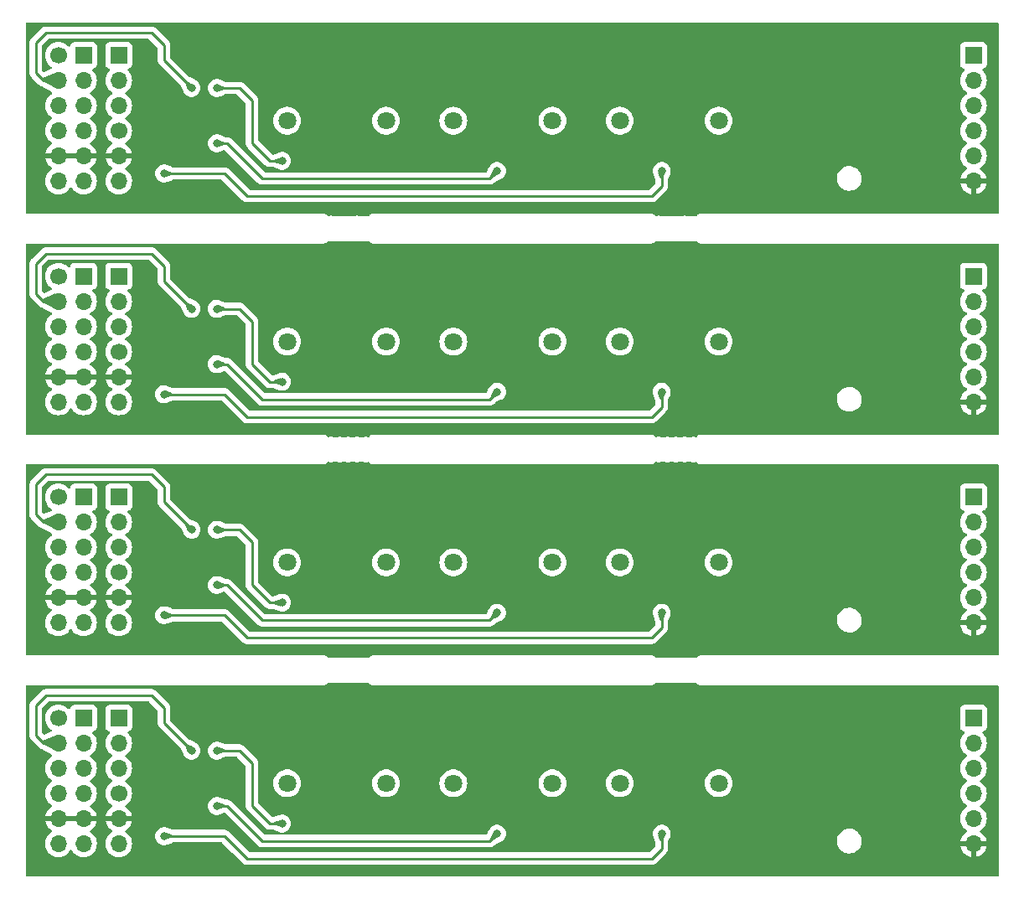
<source format=gbr>
%TF.GenerationSoftware,KiCad,Pcbnew,7.0.2*%
%TF.CreationDate,2023-10-31T00:57:24+09:00*%
%TF.ProjectId,kikit,6b696b69-742e-46b6-9963-61645f706362,rev?*%
%TF.SameCoordinates,Original*%
%TF.FileFunction,Copper,L2,Bot*%
%TF.FilePolarity,Positive*%
%FSLAX46Y46*%
G04 Gerber Fmt 4.6, Leading zero omitted, Abs format (unit mm)*
G04 Created by KiCad (PCBNEW 7.0.2) date 2023-10-31 00:57:24*
%MOMM*%
%LPD*%
G01*
G04 APERTURE LIST*
%TA.AperFunction,ComponentPad*%
%ADD10C,1.700000*%
%TD*%
%TA.AperFunction,ComponentPad*%
%ADD11O,1.700000X1.700000*%
%TD*%
%TA.AperFunction,ComponentPad*%
%ADD12R,1.700000X1.700000*%
%TD*%
%TA.AperFunction,ComponentPad*%
%ADD13C,1.800000*%
%TD*%
%TA.AperFunction,ViaPad*%
%ADD14C,0.800000*%
%TD*%
%TA.AperFunction,Conductor*%
%ADD15C,0.250000*%
%TD*%
G04 APERTURE END LIST*
D10*
%TO.P,REF\u002A\u002A,1*%
%TO.N,Board_0-unconnected-(J1-Pin_4-Pad4)*%
X108749000Y-31430000D03*
D11*
%TO.P,REF\u002A\u002A,2*%
%TO.N,Board_0-GND*%
X108749000Y-33970000D03*
%TO.P,REF\u002A\u002A,3*%
%TO.N,Board_0-VCC*%
X108749000Y-36510000D03*
%TD*%
D12*
%TO.P,J3,1,Pin_1*%
%TO.N,Board_3-Net-(IC1-INA)*%
X108749000Y-90770000D03*
D11*
%TO.P,J3,2,Pin_2*%
%TO.N,Board_3-Net-(IC2-INA)*%
X108749000Y-93310000D03*
%TO.P,J3,3,Pin_3*%
%TO.N,Board_3-Net-(IC3-INA)*%
X108749000Y-95850000D03*
%TD*%
D12*
%TO.P,REF\u002A\u002A,1*%
%TO.N,Board_2-Net-(IC1-VS)*%
X195109000Y-68450000D03*
D11*
%TO.P,REF\u002A\u002A,2*%
%TO.N,N/C*%
X195109000Y-70990000D03*
%TO.P,REF\u002A\u002A,3*%
X195109000Y-73530000D03*
%TO.P,REF\u002A\u002A,4*%
X195109000Y-76070000D03*
%TO.P,REF\u002A\u002A,5*%
X195109000Y-78610000D03*
%TO.P,REF\u002A\u002A,6*%
%TO.N,Board_2-GND*%
X195109000Y-81150000D03*
%TD*%
D13*
%TO.P,U3,1,1*%
%TO.N,Board_0-Net-(IC3-OUTA)*%
X159375000Y-30414000D03*
%TO.P,U3,2,2*%
%TO.N,Board_0-Net-(IC3-OUTB)*%
X169375000Y-30414000D03*
%TD*%
D12*
%TO.P,REF\u002A\u002A,1*%
%TO.N,Board_3-Net-(IC1-VS)*%
X195109000Y-90770000D03*
D11*
%TO.P,REF\u002A\u002A,2*%
%TO.N,N/C*%
X195109000Y-93310000D03*
%TO.P,REF\u002A\u002A,3*%
X195109000Y-95850000D03*
%TO.P,REF\u002A\u002A,4*%
X195109000Y-98390000D03*
%TO.P,REF\u002A\u002A,5*%
X195109000Y-100930000D03*
%TO.P,REF\u002A\u002A,6*%
%TO.N,Board_3-GND*%
X195109000Y-103470000D03*
%TD*%
D13*
%TO.P,U2,1,1*%
%TO.N,Board_1-Net-(IC2-OUTA)*%
X142564000Y-52734000D03*
%TO.P,U2,2,2*%
%TO.N,Board_1-Net-(IC2-OUTB)*%
X152564000Y-52734000D03*
%TD*%
%TO.P,U1,1,1*%
%TO.N,Board_3-Net-(IC1-OUTA)*%
X125767000Y-97374000D03*
%TO.P,U1,2,2*%
%TO.N,Board_3-Net-(IC1-OUTB)*%
X135767000Y-97374000D03*
%TD*%
%TO.P,U3,1,1*%
%TO.N,Board_3-Net-(IC3-OUTA)*%
X159375000Y-97374000D03*
%TO.P,U3,2,2*%
%TO.N,Board_3-Net-(IC3-OUTB)*%
X169375000Y-97374000D03*
%TD*%
%TO.P,U2,1,1*%
%TO.N,Board_2-Net-(IC2-OUTA)*%
X142564000Y-75054000D03*
%TO.P,U2,2,2*%
%TO.N,Board_2-Net-(IC2-OUTB)*%
X152564000Y-75054000D03*
%TD*%
D12*
%TO.P,J1,1,Pin_1*%
%TO.N,Board_0-Net-(IC1-INA)*%
X105192000Y-23810000D03*
D11*
%TO.P,J1,2,Pin_2*%
%TO.N,Board_0-Net-(IC2-INA)*%
X105192000Y-26350000D03*
%TO.P,J1,3,Pin_3*%
%TO.N,Board_0-Net-(IC3-INA)*%
X105192000Y-28890000D03*
%TO.P,J1,4,Pin_4*%
%TO.N,Board_0-unconnected-(J1-Pin_4-Pad4)*%
X105192000Y-31430000D03*
%TO.P,J1,5,Pin_5*%
%TO.N,Board_0-GND*%
X105192000Y-33970000D03*
%TO.P,J1,6,Pin_6*%
%TO.N,Board_0-VCC*%
X105192000Y-36510000D03*
D10*
%TO.P,J1,7,Pin_7*%
%TO.N,Board_0-Net-(IC1-INB)*%
X102652000Y-23810000D03*
D11*
%TO.P,J1,8,Pin_8*%
%TO.N,Board_0-Net-(IC2-INB)*%
X102652000Y-26350000D03*
%TO.P,J1,9,Pin_9*%
%TO.N,Board_0-Net-(IC3-INB)*%
X102652000Y-28890000D03*
%TO.P,J1,10,Pin_10*%
%TO.N,Board_0-unconnected-(J1-Pin_10-Pad10)*%
X102652000Y-31430000D03*
%TO.P,J1,11,Pin_11*%
%TO.N,Board_0-GND*%
X102652000Y-33970000D03*
%TO.P,J1,12,Pin_12*%
%TO.N,Board_0-VCC*%
X102652000Y-36510000D03*
%TD*%
D13*
%TO.P,U3,1,1*%
%TO.N,Board_2-Net-(IC3-OUTA)*%
X159375000Y-75054000D03*
%TO.P,U3,2,2*%
%TO.N,Board_2-Net-(IC3-OUTB)*%
X169375000Y-75054000D03*
%TD*%
D10*
%TO.P,REF\u002A\u002A,1*%
%TO.N,Board_2-unconnected-(J1-Pin_4-Pad4)*%
X108749000Y-76070000D03*
D11*
%TO.P,REF\u002A\u002A,2*%
%TO.N,Board_2-GND*%
X108749000Y-78610000D03*
%TO.P,REF\u002A\u002A,3*%
%TO.N,Board_2-VCC*%
X108749000Y-81150000D03*
%TD*%
D12*
%TO.P,J1,1,Pin_1*%
%TO.N,Board_3-Net-(IC1-INA)*%
X105192000Y-90770000D03*
D11*
%TO.P,J1,2,Pin_2*%
%TO.N,Board_3-Net-(IC2-INA)*%
X105192000Y-93310000D03*
%TO.P,J1,3,Pin_3*%
%TO.N,Board_3-Net-(IC3-INA)*%
X105192000Y-95850000D03*
%TO.P,J1,4,Pin_4*%
%TO.N,Board_3-unconnected-(J1-Pin_4-Pad4)*%
X105192000Y-98390000D03*
%TO.P,J1,5,Pin_5*%
%TO.N,Board_3-GND*%
X105192000Y-100930000D03*
%TO.P,J1,6,Pin_6*%
%TO.N,Board_3-VCC*%
X105192000Y-103470000D03*
D10*
%TO.P,J1,7,Pin_7*%
%TO.N,Board_3-Net-(IC1-INB)*%
X102652000Y-90770000D03*
D11*
%TO.P,J1,8,Pin_8*%
%TO.N,Board_3-Net-(IC2-INB)*%
X102652000Y-93310000D03*
%TO.P,J1,9,Pin_9*%
%TO.N,Board_3-Net-(IC3-INB)*%
X102652000Y-95850000D03*
%TO.P,J1,10,Pin_10*%
%TO.N,Board_3-unconnected-(J1-Pin_10-Pad10)*%
X102652000Y-98390000D03*
%TO.P,J1,11,Pin_11*%
%TO.N,Board_3-GND*%
X102652000Y-100930000D03*
%TO.P,J1,12,Pin_12*%
%TO.N,Board_3-VCC*%
X102652000Y-103470000D03*
%TD*%
D13*
%TO.P,U3,1,1*%
%TO.N,Board_1-Net-(IC3-OUTA)*%
X159375000Y-52734000D03*
%TO.P,U3,2,2*%
%TO.N,Board_1-Net-(IC3-OUTB)*%
X169375000Y-52734000D03*
%TD*%
D10*
%TO.P,REF\u002A\u002A,1*%
%TO.N,Board_3-unconnected-(J1-Pin_4-Pad4)*%
X108749000Y-98390000D03*
D11*
%TO.P,REF\u002A\u002A,2*%
%TO.N,Board_3-GND*%
X108749000Y-100930000D03*
%TO.P,REF\u002A\u002A,3*%
%TO.N,Board_3-VCC*%
X108749000Y-103470000D03*
%TD*%
D12*
%TO.P,REF\u002A\u002A,1*%
%TO.N,Board_1-Net-(IC1-VS)*%
X195109000Y-46130000D03*
D11*
%TO.P,REF\u002A\u002A,2*%
%TO.N,N/C*%
X195109000Y-48670000D03*
%TO.P,REF\u002A\u002A,3*%
X195109000Y-51210000D03*
%TO.P,REF\u002A\u002A,4*%
X195109000Y-53750000D03*
%TO.P,REF\u002A\u002A,5*%
X195109000Y-56290000D03*
%TO.P,REF\u002A\u002A,6*%
%TO.N,Board_1-GND*%
X195109000Y-58830000D03*
%TD*%
D12*
%TO.P,J3,1,Pin_1*%
%TO.N,Board_0-Net-(IC1-INA)*%
X108749000Y-23810000D03*
D11*
%TO.P,J3,2,Pin_2*%
%TO.N,Board_0-Net-(IC2-INA)*%
X108749000Y-26350000D03*
%TO.P,J3,3,Pin_3*%
%TO.N,Board_0-Net-(IC3-INA)*%
X108749000Y-28890000D03*
%TD*%
D12*
%TO.P,J3,1,Pin_1*%
%TO.N,Board_1-Net-(IC1-INA)*%
X108749000Y-46130000D03*
D11*
%TO.P,J3,2,Pin_2*%
%TO.N,Board_1-Net-(IC2-INA)*%
X108749000Y-48670000D03*
%TO.P,J3,3,Pin_3*%
%TO.N,Board_1-Net-(IC3-INA)*%
X108749000Y-51210000D03*
%TD*%
D13*
%TO.P,U1,1,1*%
%TO.N,Board_2-Net-(IC1-OUTA)*%
X125767000Y-75054000D03*
%TO.P,U1,2,2*%
%TO.N,Board_2-Net-(IC1-OUTB)*%
X135767000Y-75054000D03*
%TD*%
D12*
%TO.P,J1,1,Pin_1*%
%TO.N,Board_1-Net-(IC1-INA)*%
X105192000Y-46130000D03*
D11*
%TO.P,J1,2,Pin_2*%
%TO.N,Board_1-Net-(IC2-INA)*%
X105192000Y-48670000D03*
%TO.P,J1,3,Pin_3*%
%TO.N,Board_1-Net-(IC3-INA)*%
X105192000Y-51210000D03*
%TO.P,J1,4,Pin_4*%
%TO.N,Board_1-unconnected-(J1-Pin_4-Pad4)*%
X105192000Y-53750000D03*
%TO.P,J1,5,Pin_5*%
%TO.N,Board_1-GND*%
X105192000Y-56290000D03*
%TO.P,J1,6,Pin_6*%
%TO.N,Board_1-VCC*%
X105192000Y-58830000D03*
D10*
%TO.P,J1,7,Pin_7*%
%TO.N,Board_1-Net-(IC1-INB)*%
X102652000Y-46130000D03*
D11*
%TO.P,J1,8,Pin_8*%
%TO.N,Board_1-Net-(IC2-INB)*%
X102652000Y-48670000D03*
%TO.P,J1,9,Pin_9*%
%TO.N,Board_1-Net-(IC3-INB)*%
X102652000Y-51210000D03*
%TO.P,J1,10,Pin_10*%
%TO.N,Board_1-unconnected-(J1-Pin_10-Pad10)*%
X102652000Y-53750000D03*
%TO.P,J1,11,Pin_11*%
%TO.N,Board_1-GND*%
X102652000Y-56290000D03*
%TO.P,J1,12,Pin_12*%
%TO.N,Board_1-VCC*%
X102652000Y-58830000D03*
%TD*%
D13*
%TO.P,U1,1,1*%
%TO.N,Board_0-Net-(IC1-OUTA)*%
X125767000Y-30414000D03*
%TO.P,U1,2,2*%
%TO.N,Board_0-Net-(IC1-OUTB)*%
X135767000Y-30414000D03*
%TD*%
D12*
%TO.P,J3,1,Pin_1*%
%TO.N,Board_2-Net-(IC1-INA)*%
X108749000Y-68450000D03*
D11*
%TO.P,J3,2,Pin_2*%
%TO.N,Board_2-Net-(IC2-INA)*%
X108749000Y-70990000D03*
%TO.P,J3,3,Pin_3*%
%TO.N,Board_2-Net-(IC3-INA)*%
X108749000Y-73530000D03*
%TD*%
D12*
%TO.P,REF\u002A\u002A,1*%
%TO.N,Board_0-Net-(IC1-VS)*%
X195109000Y-23810000D03*
D11*
%TO.P,REF\u002A\u002A,2*%
%TO.N,N/C*%
X195109000Y-26350000D03*
%TO.P,REF\u002A\u002A,3*%
X195109000Y-28890000D03*
%TO.P,REF\u002A\u002A,4*%
X195109000Y-31430000D03*
%TO.P,REF\u002A\u002A,5*%
X195109000Y-33970000D03*
%TO.P,REF\u002A\u002A,6*%
%TO.N,Board_0-GND*%
X195109000Y-36510000D03*
%TD*%
D13*
%TO.P,U2,1,1*%
%TO.N,Board_3-Net-(IC2-OUTA)*%
X142564000Y-97374000D03*
%TO.P,U2,2,2*%
%TO.N,Board_3-Net-(IC2-OUTB)*%
X152564000Y-97374000D03*
%TD*%
D10*
%TO.P,REF\u002A\u002A,1*%
%TO.N,Board_1-unconnected-(J1-Pin_4-Pad4)*%
X108749000Y-53750000D03*
D11*
%TO.P,REF\u002A\u002A,2*%
%TO.N,Board_1-GND*%
X108749000Y-56290000D03*
%TO.P,REF\u002A\u002A,3*%
%TO.N,Board_1-VCC*%
X108749000Y-58830000D03*
%TD*%
D12*
%TO.P,J1,1,Pin_1*%
%TO.N,Board_2-Net-(IC1-INA)*%
X105192000Y-68450000D03*
D11*
%TO.P,J1,2,Pin_2*%
%TO.N,Board_2-Net-(IC2-INA)*%
X105192000Y-70990000D03*
%TO.P,J1,3,Pin_3*%
%TO.N,Board_2-Net-(IC3-INA)*%
X105192000Y-73530000D03*
%TO.P,J1,4,Pin_4*%
%TO.N,Board_2-unconnected-(J1-Pin_4-Pad4)*%
X105192000Y-76070000D03*
%TO.P,J1,5,Pin_5*%
%TO.N,Board_2-GND*%
X105192000Y-78610000D03*
%TO.P,J1,6,Pin_6*%
%TO.N,Board_2-VCC*%
X105192000Y-81150000D03*
D10*
%TO.P,J1,7,Pin_7*%
%TO.N,Board_2-Net-(IC1-INB)*%
X102652000Y-68450000D03*
D11*
%TO.P,J1,8,Pin_8*%
%TO.N,Board_2-Net-(IC2-INB)*%
X102652000Y-70990000D03*
%TO.P,J1,9,Pin_9*%
%TO.N,Board_2-Net-(IC3-INB)*%
X102652000Y-73530000D03*
%TO.P,J1,10,Pin_10*%
%TO.N,Board_2-unconnected-(J1-Pin_10-Pad10)*%
X102652000Y-76070000D03*
%TO.P,J1,11,Pin_11*%
%TO.N,Board_2-GND*%
X102652000Y-78610000D03*
%TO.P,J1,12,Pin_12*%
%TO.N,Board_2-VCC*%
X102652000Y-81150000D03*
%TD*%
D13*
%TO.P,U1,1,1*%
%TO.N,Board_1-Net-(IC1-OUTA)*%
X125767000Y-52734000D03*
%TO.P,U1,2,2*%
%TO.N,Board_1-Net-(IC1-OUTB)*%
X135767000Y-52734000D03*
%TD*%
%TO.P,U2,1,1*%
%TO.N,Board_0-Net-(IC2-OUTA)*%
X142564000Y-30414000D03*
%TO.P,U2,2,2*%
%TO.N,Board_0-Net-(IC2-OUTB)*%
X152564000Y-30414000D03*
%TD*%
D14*
%TO.N,Board_3-Net-(IC3-INA)*%
X163613000Y-102454000D03*
X113321000Y-102708000D03*
%TO.N,Board_3-Net-(IC2-INB)*%
X116115000Y-94072000D03*
%TO.N,Board_3-Net-(IC2-INA)*%
X146976000Y-102454000D03*
X118655000Y-99660000D03*
%TO.N,Board_3-Net-(IC1-INA)*%
X118655000Y-94072000D03*
X125259000Y-101438000D03*
%TO.N,Board_3-GND*%
X139229000Y-99914000D03*
X155993000Y-91786000D03*
X139229000Y-91786000D03*
X155993000Y-101946000D03*
%TO.N,Board_2-Net-(IC3-INA)*%
X163613000Y-80134000D03*
X113321000Y-80388000D03*
%TO.N,Board_2-Net-(IC2-INB)*%
X116115000Y-71752000D03*
%TO.N,Board_2-Net-(IC2-INA)*%
X118655000Y-77340000D03*
X146976000Y-80134000D03*
%TO.N,Board_2-Net-(IC1-INA)*%
X125259000Y-79118000D03*
X118655000Y-71752000D03*
%TO.N,Board_2-GND*%
X155993000Y-69466000D03*
X139229000Y-77594000D03*
X139229000Y-69466000D03*
X155993000Y-79626000D03*
%TO.N,Board_1-Net-(IC3-INA)*%
X163613000Y-57814000D03*
X113321000Y-58068000D03*
%TO.N,Board_1-Net-(IC2-INB)*%
X116115000Y-49432000D03*
%TO.N,Board_1-Net-(IC2-INA)*%
X146976000Y-57814000D03*
X118655000Y-55020000D03*
%TO.N,Board_1-Net-(IC1-INA)*%
X125259000Y-56798000D03*
X118655000Y-49432000D03*
%TO.N,Board_1-GND*%
X155993000Y-47146000D03*
X139229000Y-47146000D03*
X139229000Y-55274000D03*
X155993000Y-57306000D03*
%TO.N,Board_0-Net-(IC3-INA)*%
X113321000Y-35748000D03*
X163613000Y-35494000D03*
%TO.N,Board_0-Net-(IC2-INB)*%
X116115000Y-27112000D03*
%TO.N,Board_0-Net-(IC2-INA)*%
X118655000Y-32700000D03*
X146976000Y-35494000D03*
%TO.N,Board_0-Net-(IC1-INA)*%
X125259000Y-34478000D03*
X118655000Y-27112000D03*
%TO.N,Board_0-GND*%
X139229000Y-24826000D03*
X139229000Y-32954000D03*
X155993000Y-34986000D03*
X155993000Y-24826000D03*
%TD*%
D15*
%TO.N,Board_3-Net-(IC3-INA)*%
X119417000Y-102708000D02*
X121703000Y-104994000D01*
X163613000Y-103978000D02*
X163613000Y-102454000D01*
X113321000Y-102708000D02*
X119417000Y-102708000D01*
X162597000Y-104994000D02*
X163613000Y-103978000D01*
X162597000Y-104994000D02*
X121703000Y-104994000D01*
%TO.N,Board_3-Net-(IC2-INB)*%
X113321000Y-89754000D02*
X112051000Y-88484000D01*
X113321000Y-91278000D02*
X113321000Y-89754000D01*
X116115000Y-94072000D02*
X113321000Y-91278000D01*
X101129000Y-93310000D02*
X102653000Y-93310000D01*
X100367000Y-89500000D02*
X100367000Y-92548000D01*
X100367000Y-92548000D02*
X101129000Y-93310000D01*
X112051000Y-88484000D02*
X101383000Y-88484000D01*
X101383000Y-88484000D02*
X100367000Y-89500000D01*
%TO.N,Board_3-Net-(IC2-INA)*%
X118655000Y-99660000D02*
X119671000Y-99660000D01*
X123227000Y-103216000D02*
X146214000Y-103216000D01*
X146214000Y-103216000D02*
X146976000Y-102454000D01*
X119671000Y-99660000D02*
X123227000Y-103216000D01*
%TO.N,Board_3-Net-(IC1-INA)*%
X122211000Y-99660000D02*
X122211000Y-95342000D01*
X120941000Y-94072000D02*
X118655000Y-94072000D01*
X125259000Y-101438000D02*
X123989000Y-101438000D01*
X123989000Y-101438000D02*
X122211000Y-99660000D01*
X122211000Y-95342000D02*
X120941000Y-94072000D01*
%TO.N,Board_2-Net-(IC3-INA)*%
X163613000Y-81658000D02*
X163613000Y-80134000D01*
X162597000Y-82674000D02*
X163613000Y-81658000D01*
X113321000Y-80388000D02*
X119417000Y-80388000D01*
X162597000Y-82674000D02*
X121703000Y-82674000D01*
X119417000Y-80388000D02*
X121703000Y-82674000D01*
%TO.N,Board_2-Net-(IC2-INB)*%
X113321000Y-67434000D02*
X112051000Y-66164000D01*
X113321000Y-68958000D02*
X113321000Y-67434000D01*
X116115000Y-71752000D02*
X113321000Y-68958000D01*
X101383000Y-66164000D02*
X100367000Y-67180000D01*
X100367000Y-70228000D02*
X101129000Y-70990000D01*
X112051000Y-66164000D02*
X101383000Y-66164000D01*
X101129000Y-70990000D02*
X102653000Y-70990000D01*
X100367000Y-67180000D02*
X100367000Y-70228000D01*
%TO.N,Board_2-Net-(IC2-INA)*%
X146214000Y-80896000D02*
X146976000Y-80134000D01*
X123227000Y-80896000D02*
X146214000Y-80896000D01*
X119671000Y-77340000D02*
X123227000Y-80896000D01*
X118655000Y-77340000D02*
X119671000Y-77340000D01*
%TO.N,Board_2-Net-(IC1-INA)*%
X122211000Y-77340000D02*
X122211000Y-73022000D01*
X125259000Y-79118000D02*
X123989000Y-79118000D01*
X120941000Y-71752000D02*
X118655000Y-71752000D01*
X122211000Y-73022000D02*
X120941000Y-71752000D01*
X123989000Y-79118000D02*
X122211000Y-77340000D01*
%TO.N,Board_1-Net-(IC3-INA)*%
X119417000Y-58068000D02*
X121703000Y-60354000D01*
X163613000Y-59338000D02*
X163613000Y-57814000D01*
X162597000Y-60354000D02*
X163613000Y-59338000D01*
X162597000Y-60354000D02*
X121703000Y-60354000D01*
X113321000Y-58068000D02*
X119417000Y-58068000D01*
%TO.N,Board_1-Net-(IC2-INB)*%
X101129000Y-48670000D02*
X102653000Y-48670000D01*
X112051000Y-43844000D02*
X101383000Y-43844000D01*
X100367000Y-47908000D02*
X101129000Y-48670000D01*
X116115000Y-49432000D02*
X113321000Y-46638000D01*
X101383000Y-43844000D02*
X100367000Y-44860000D01*
X113321000Y-45114000D02*
X112051000Y-43844000D01*
X100367000Y-44860000D02*
X100367000Y-47908000D01*
X113321000Y-46638000D02*
X113321000Y-45114000D01*
%TO.N,Board_1-Net-(IC2-INA)*%
X118655000Y-55020000D02*
X119671000Y-55020000D01*
X119671000Y-55020000D02*
X123227000Y-58576000D01*
X146214000Y-58576000D02*
X146976000Y-57814000D01*
X123227000Y-58576000D02*
X146214000Y-58576000D01*
%TO.N,Board_1-Net-(IC1-INA)*%
X125259000Y-56798000D02*
X123989000Y-56798000D01*
X122211000Y-55020000D02*
X122211000Y-50702000D01*
X120941000Y-49432000D02*
X118655000Y-49432000D01*
X122211000Y-50702000D02*
X120941000Y-49432000D01*
X123989000Y-56798000D02*
X122211000Y-55020000D01*
%TO.N,Board_0-Net-(IC3-INA)*%
X119417000Y-35748000D02*
X121703000Y-38034000D01*
X162597000Y-38034000D02*
X121703000Y-38034000D01*
X162597000Y-38034000D02*
X163613000Y-37018000D01*
X163613000Y-37018000D02*
X163613000Y-35494000D01*
X113321000Y-35748000D02*
X119417000Y-35748000D01*
%TO.N,Board_0-Net-(IC2-INB)*%
X113321000Y-22794000D02*
X112051000Y-21524000D01*
X101383000Y-21524000D02*
X100367000Y-22540000D01*
X101129000Y-26350000D02*
X102653000Y-26350000D01*
X100367000Y-25588000D02*
X101129000Y-26350000D01*
X113321000Y-24318000D02*
X113321000Y-22794000D01*
X116115000Y-27112000D02*
X113321000Y-24318000D01*
X100367000Y-22540000D02*
X100367000Y-25588000D01*
X112051000Y-21524000D02*
X101383000Y-21524000D01*
%TO.N,Board_0-Net-(IC2-INA)*%
X123227000Y-36256000D02*
X146214000Y-36256000D01*
X146214000Y-36256000D02*
X146976000Y-35494000D01*
X118655000Y-32700000D02*
X119671000Y-32700000D01*
X119671000Y-32700000D02*
X123227000Y-36256000D01*
%TO.N,Board_0-Net-(IC1-INA)*%
X122211000Y-28382000D02*
X120941000Y-27112000D01*
X122211000Y-32700000D02*
X122211000Y-28382000D01*
X120941000Y-27112000D02*
X118655000Y-27112000D01*
X125259000Y-34478000D02*
X123989000Y-34478000D01*
X123989000Y-34478000D02*
X122211000Y-32700000D01*
%TD*%
%TA.AperFunction,Conductor*%
%TO.N,Board_0-Net-(IC3-INA)*%
G36*
X113501696Y-35388890D02*
G01*
X114113437Y-35620141D01*
X114119964Y-35626272D01*
X114121000Y-35631085D01*
X114121000Y-35864914D01*
X114117573Y-35873187D01*
X114113437Y-35875858D01*
X113484655Y-36113551D01*
X113475705Y-36113271D01*
X113469719Y-36107109D01*
X113373306Y-35875858D01*
X113321875Y-35752499D01*
X113321855Y-35743550D01*
X113469719Y-35388889D01*
X113476066Y-35382572D01*
X113484654Y-35382448D01*
X113501696Y-35388890D01*
G37*
%TD.AperFunction*%
%TD*%
%TA.AperFunction,Conductor*%
%TO.N,Board_1-Net-(IC1-INA)*%
G36*
X118835696Y-49072890D02*
G01*
X119447437Y-49304141D01*
X119453964Y-49310272D01*
X119455000Y-49315085D01*
X119455000Y-49548914D01*
X119451573Y-49557187D01*
X119447437Y-49559858D01*
X118818655Y-49797551D01*
X118809705Y-49797271D01*
X118803719Y-49791109D01*
X118707306Y-49559858D01*
X118655875Y-49436499D01*
X118655855Y-49427550D01*
X118803719Y-49072889D01*
X118810066Y-49066572D01*
X118818654Y-49066448D01*
X118835696Y-49072890D01*
G37*
%TD.AperFunction*%
%TD*%
%TA.AperFunction,Conductor*%
%TO.N,Board_3-Net-(IC1-INA)*%
G36*
X118835696Y-93712890D02*
G01*
X119447437Y-93944141D01*
X119453964Y-93950272D01*
X119455000Y-93955085D01*
X119455000Y-94188914D01*
X119451573Y-94197187D01*
X119447437Y-94199858D01*
X118818655Y-94437551D01*
X118809705Y-94437271D01*
X118803719Y-94431109D01*
X118707306Y-94199858D01*
X118655875Y-94076499D01*
X118655855Y-94067550D01*
X118803719Y-93712889D01*
X118810066Y-93706572D01*
X118818654Y-93706448D01*
X118835696Y-93712890D01*
G37*
%TD.AperFunction*%
%TD*%
%TA.AperFunction,Conductor*%
%TO.N,Board_2-GND*%
G36*
X104732507Y-78400156D02*
G01*
X104692000Y-78538111D01*
X104692000Y-78681889D01*
X104732507Y-78819844D01*
X104758314Y-78860000D01*
X103085686Y-78860000D01*
X103111493Y-78819844D01*
X103152000Y-78681889D01*
X103152000Y-78538111D01*
X103111493Y-78400156D01*
X103085686Y-78360000D01*
X104758314Y-78360000D01*
X104732507Y-78400156D01*
G37*
%TD.AperFunction*%
%TA.AperFunction,Conductor*%
G36*
X130011506Y-64905206D02*
G01*
X130055209Y-64925165D01*
X130161868Y-64940500D01*
X130233466Y-64940500D01*
X130340124Y-64925165D01*
X130383828Y-64905206D01*
X130435340Y-64894000D01*
X130834994Y-64894000D01*
X130886506Y-64905206D01*
X130930209Y-64925165D01*
X131036868Y-64940500D01*
X131108466Y-64940500D01*
X131215124Y-64925165D01*
X131258828Y-64905206D01*
X131310340Y-64894000D01*
X131709994Y-64894000D01*
X131761506Y-64905206D01*
X131805209Y-64925165D01*
X131911868Y-64940500D01*
X131983466Y-64940500D01*
X132090124Y-64925165D01*
X132133828Y-64905206D01*
X132185340Y-64894000D01*
X132584994Y-64894000D01*
X132636506Y-64905206D01*
X132680209Y-64925165D01*
X132786868Y-64940500D01*
X132858466Y-64940500D01*
X132965124Y-64925165D01*
X133008828Y-64905206D01*
X133060340Y-64894000D01*
X133459994Y-64894000D01*
X133511506Y-64905206D01*
X133555209Y-64925165D01*
X133661868Y-64940500D01*
X133733466Y-64940500D01*
X133840124Y-64925165D01*
X133883828Y-64905206D01*
X133935340Y-64894000D01*
X133948247Y-64894000D01*
X134015286Y-64913685D01*
X134052561Y-64950959D01*
X134065522Y-64971126D01*
X134065524Y-64971129D01*
X134086153Y-64989005D01*
X134098658Y-65001510D01*
X134116538Y-65022143D01*
X134139502Y-65036901D01*
X134153668Y-65047505D01*
X134174291Y-65065376D01*
X134174292Y-65065376D01*
X134174293Y-65065377D01*
X134199121Y-65076715D01*
X134214643Y-65085192D01*
X134237610Y-65099952D01*
X134237612Y-65099952D01*
X134237613Y-65099953D01*
X134263801Y-65107642D01*
X134280379Y-65113826D01*
X134300857Y-65123177D01*
X134305209Y-65125165D01*
X134332236Y-65129051D01*
X134349515Y-65132810D01*
X134375705Y-65140500D01*
X162624293Y-65140500D01*
X162624294Y-65140500D01*
X162650489Y-65132808D01*
X162667759Y-65129051D01*
X162694790Y-65125165D01*
X162719620Y-65113824D01*
X162736198Y-65107642D01*
X162762384Y-65099954D01*
X162762386Y-65099953D01*
X162785353Y-65085192D01*
X162800879Y-65076715D01*
X162825702Y-65065379D01*
X162825702Y-65065378D01*
X162825706Y-65065377D01*
X162846345Y-65047491D01*
X162860488Y-65036905D01*
X162883461Y-65022143D01*
X162901341Y-65001507D01*
X162913840Y-64989008D01*
X162934476Y-64971128D01*
X162947433Y-64950964D01*
X163000235Y-64905208D01*
X163051751Y-64894000D01*
X163064660Y-64894000D01*
X163116172Y-64905206D01*
X163159875Y-64925165D01*
X163266534Y-64940500D01*
X163338132Y-64940500D01*
X163444790Y-64925165D01*
X163488494Y-64905206D01*
X163540006Y-64894000D01*
X163939660Y-64894000D01*
X163991172Y-64905206D01*
X164034875Y-64925165D01*
X164141534Y-64940500D01*
X164213132Y-64940500D01*
X164319790Y-64925165D01*
X164363494Y-64905206D01*
X164415006Y-64894000D01*
X164814660Y-64894000D01*
X164866172Y-64905206D01*
X164909875Y-64925165D01*
X165016534Y-64940500D01*
X165088132Y-64940500D01*
X165194790Y-64925165D01*
X165238494Y-64905206D01*
X165290006Y-64894000D01*
X165689660Y-64894000D01*
X165741172Y-64905206D01*
X165784875Y-64925165D01*
X165891534Y-64940500D01*
X165963132Y-64940500D01*
X166069790Y-64925165D01*
X166113494Y-64905206D01*
X166165006Y-64894000D01*
X166564660Y-64894000D01*
X166616172Y-64905206D01*
X166659875Y-64925165D01*
X166766534Y-64940500D01*
X166838132Y-64940500D01*
X166944790Y-64925165D01*
X166988494Y-64905206D01*
X167040006Y-64894000D01*
X167052914Y-64894000D01*
X167119953Y-64913685D01*
X167157228Y-64950959D01*
X167170189Y-64971126D01*
X167170191Y-64971129D01*
X167190820Y-64989005D01*
X167203325Y-65001510D01*
X167221205Y-65022143D01*
X167244169Y-65036901D01*
X167258335Y-65047505D01*
X167278958Y-65065376D01*
X167278959Y-65065376D01*
X167278960Y-65065377D01*
X167303788Y-65076715D01*
X167319310Y-65085192D01*
X167342277Y-65099952D01*
X167342279Y-65099952D01*
X167342280Y-65099953D01*
X167368468Y-65107642D01*
X167385046Y-65113826D01*
X167405524Y-65123177D01*
X167409876Y-65125165D01*
X167436903Y-65129051D01*
X167454182Y-65132810D01*
X167480372Y-65140500D01*
X167516534Y-65140500D01*
X197532500Y-65140500D01*
X197599539Y-65160185D01*
X197645294Y-65212989D01*
X197656500Y-65264500D01*
X197656500Y-84335500D01*
X197636815Y-84402539D01*
X197584011Y-84448294D01*
X197532500Y-84459500D01*
X167480372Y-84459500D01*
X167454177Y-84467190D01*
X167436900Y-84470948D01*
X167409874Y-84474834D01*
X167385044Y-84486174D01*
X167368473Y-84492355D01*
X167342280Y-84500046D01*
X167319312Y-84514806D01*
X167303796Y-84523278D01*
X167278962Y-84534620D01*
X167258331Y-84552497D01*
X167244175Y-84563094D01*
X167221204Y-84577857D01*
X167203325Y-84598490D01*
X167190823Y-84610992D01*
X167170190Y-84628871D01*
X167157229Y-84649040D01*
X167104424Y-84694795D01*
X167052914Y-84706000D01*
X167040006Y-84706000D01*
X166988494Y-84694794D01*
X166944790Y-84674834D01*
X166838132Y-84659500D01*
X166766534Y-84659500D01*
X166659875Y-84674834D01*
X166616172Y-84694794D01*
X166564660Y-84706000D01*
X166165006Y-84706000D01*
X166113494Y-84694794D01*
X166069790Y-84674834D01*
X165963132Y-84659500D01*
X165891534Y-84659500D01*
X165784875Y-84674834D01*
X165741172Y-84694794D01*
X165689660Y-84706000D01*
X165290006Y-84706000D01*
X165238494Y-84694794D01*
X165194790Y-84674834D01*
X165088132Y-84659500D01*
X165016534Y-84659500D01*
X164909875Y-84674834D01*
X164866172Y-84694794D01*
X164814660Y-84706000D01*
X164415006Y-84706000D01*
X164363494Y-84694794D01*
X164319790Y-84674834D01*
X164213132Y-84659500D01*
X164141534Y-84659500D01*
X164034875Y-84674834D01*
X163991172Y-84694794D01*
X163939660Y-84706000D01*
X163540006Y-84706000D01*
X163488494Y-84694794D01*
X163444790Y-84674834D01*
X163338132Y-84659500D01*
X163266534Y-84659500D01*
X163159875Y-84674834D01*
X163116172Y-84694794D01*
X163064660Y-84706000D01*
X163051752Y-84706000D01*
X162984713Y-84686315D01*
X162947436Y-84649038D01*
X162934476Y-84628872D01*
X162913843Y-84610992D01*
X162901338Y-84598487D01*
X162883460Y-84577855D01*
X162860495Y-84563097D01*
X162846331Y-84552495D01*
X162825705Y-84534622D01*
X162800876Y-84523283D01*
X162785358Y-84514810D01*
X162762386Y-84500047D01*
X162762384Y-84500046D01*
X162762382Y-84500045D01*
X162736190Y-84492354D01*
X162719621Y-84486174D01*
X162694790Y-84474835D01*
X162667759Y-84470947D01*
X162650486Y-84467190D01*
X162624294Y-84459500D01*
X162588132Y-84459500D01*
X134519627Y-84459500D01*
X134375705Y-84459500D01*
X134349510Y-84467190D01*
X134332233Y-84470948D01*
X134305207Y-84474834D01*
X134280377Y-84486174D01*
X134263806Y-84492355D01*
X134237613Y-84500046D01*
X134214645Y-84514806D01*
X134199129Y-84523278D01*
X134174295Y-84534620D01*
X134153664Y-84552497D01*
X134139508Y-84563094D01*
X134116537Y-84577857D01*
X134098658Y-84598490D01*
X134086156Y-84610992D01*
X134065523Y-84628871D01*
X134052562Y-84649040D01*
X133999757Y-84694795D01*
X133948247Y-84706000D01*
X133935340Y-84706000D01*
X133883828Y-84694794D01*
X133840124Y-84674834D01*
X133733466Y-84659500D01*
X133661868Y-84659500D01*
X133555209Y-84674834D01*
X133511506Y-84694794D01*
X133459994Y-84706000D01*
X133060340Y-84706000D01*
X133008828Y-84694794D01*
X132965124Y-84674834D01*
X132858466Y-84659500D01*
X132786868Y-84659500D01*
X132680209Y-84674834D01*
X132636506Y-84694794D01*
X132584994Y-84706000D01*
X132185340Y-84706000D01*
X132133828Y-84694794D01*
X132090124Y-84674834D01*
X131983466Y-84659500D01*
X131911868Y-84659500D01*
X131805209Y-84674834D01*
X131761506Y-84694794D01*
X131709994Y-84706000D01*
X131310340Y-84706000D01*
X131258828Y-84694794D01*
X131215124Y-84674834D01*
X131108466Y-84659500D01*
X131036868Y-84659500D01*
X130930209Y-84674834D01*
X130886506Y-84694794D01*
X130834994Y-84706000D01*
X130435340Y-84706000D01*
X130383828Y-84694794D01*
X130340124Y-84674834D01*
X130233466Y-84659500D01*
X130161868Y-84659500D01*
X130055209Y-84674834D01*
X130011506Y-84694794D01*
X129959994Y-84706000D01*
X129947085Y-84706000D01*
X129880046Y-84686315D01*
X129842769Y-84649038D01*
X129829809Y-84628872D01*
X129809176Y-84610992D01*
X129796671Y-84598487D01*
X129778793Y-84577855D01*
X129755828Y-84563097D01*
X129741664Y-84552495D01*
X129721038Y-84534622D01*
X129696209Y-84523283D01*
X129680691Y-84514810D01*
X129657719Y-84500047D01*
X129657717Y-84500046D01*
X129657715Y-84500045D01*
X129631523Y-84492354D01*
X129614954Y-84486174D01*
X129590123Y-84474835D01*
X129563092Y-84470947D01*
X129545819Y-84467190D01*
X129519627Y-84459500D01*
X129483465Y-84459500D01*
X99467500Y-84459500D01*
X99400461Y-84439815D01*
X99354706Y-84387011D01*
X99343500Y-84335500D01*
X99343500Y-67160194D01*
X99736840Y-67160194D01*
X99740950Y-67203673D01*
X99741500Y-67215343D01*
X99741500Y-70145256D01*
X99739235Y-70165766D01*
X99741439Y-70235872D01*
X99741500Y-70239767D01*
X99741500Y-70267350D01*
X99741988Y-70271219D01*
X99741989Y-70271225D01*
X99742004Y-70271343D01*
X99742918Y-70282967D01*
X99744290Y-70326626D01*
X99749879Y-70345860D01*
X99753825Y-70364916D01*
X99756335Y-70384792D01*
X99772414Y-70425404D01*
X99776197Y-70436451D01*
X99788382Y-70478391D01*
X99798580Y-70495635D01*
X99807136Y-70513100D01*
X99814514Y-70531732D01*
X99814515Y-70531733D01*
X99840180Y-70567059D01*
X99846593Y-70576822D01*
X99868826Y-70614416D01*
X99868829Y-70614419D01*
X99868830Y-70614420D01*
X99882995Y-70628585D01*
X99895627Y-70643375D01*
X99907406Y-70659587D01*
X99941058Y-70687426D01*
X99949699Y-70695289D01*
X100550363Y-71295953D01*
X100557184Y-71303351D01*
X100561384Y-71308295D01*
X100562156Y-71308907D01*
X100572810Y-71318400D01*
X100628197Y-71373787D01*
X100641098Y-71389889D01*
X100643212Y-71391874D01*
X100643214Y-71391877D01*
X100690561Y-71436339D01*
X100692240Y-71437916D01*
X100695036Y-71440626D01*
X100714530Y-71460120D01*
X100717615Y-71462513D01*
X100717701Y-71462580D01*
X100726573Y-71470158D01*
X100758418Y-71500062D01*
X100775974Y-71509714D01*
X100792231Y-71520392D01*
X100808064Y-71532674D01*
X100820211Y-71537930D01*
X100848156Y-71550023D01*
X100858643Y-71555160D01*
X100896908Y-71576197D01*
X100916316Y-71581180D01*
X100934710Y-71587478D01*
X100953105Y-71595438D01*
X100996254Y-71602271D01*
X101007680Y-71604638D01*
X101021210Y-71608112D01*
X101029916Y-71610348D01*
X101061486Y-71623303D01*
X101282422Y-71751999D01*
X101892460Y-72107348D01*
X101901169Y-72112920D01*
X101966158Y-72158425D01*
X102009783Y-72213001D01*
X102016977Y-72282499D01*
X101985455Y-72344854D01*
X101966160Y-72361574D01*
X101915303Y-72397185D01*
X101780595Y-72491508D01*
X101613505Y-72658598D01*
X101477965Y-72852170D01*
X101378097Y-73066336D01*
X101316936Y-73294592D01*
X101296340Y-73529999D01*
X101316936Y-73765407D01*
X101346980Y-73877531D01*
X101378097Y-73993663D01*
X101477965Y-74207830D01*
X101613505Y-74401401D01*
X101780599Y-74568495D01*
X101966160Y-74698426D01*
X102009783Y-74753002D01*
X102016976Y-74822501D01*
X101985454Y-74884855D01*
X101966159Y-74901575D01*
X101780595Y-75031508D01*
X101613505Y-75198598D01*
X101477965Y-75392170D01*
X101378097Y-75606336D01*
X101316936Y-75834592D01*
X101296340Y-76070000D01*
X101316936Y-76305407D01*
X101352866Y-76439500D01*
X101378097Y-76533663D01*
X101477965Y-76747830D01*
X101613505Y-76941401D01*
X101780599Y-77108495D01*
X101966596Y-77238732D01*
X102010219Y-77293307D01*
X102017412Y-77362806D01*
X101985890Y-77425160D01*
X101966595Y-77441880D01*
X101780919Y-77571892D01*
X101613890Y-77738921D01*
X101478400Y-77932421D01*
X101378569Y-78146507D01*
X101321364Y-78359999D01*
X101321364Y-78360000D01*
X102218314Y-78360000D01*
X102192507Y-78400156D01*
X102152000Y-78538111D01*
X102152000Y-78681889D01*
X102192507Y-78819844D01*
X102218314Y-78860000D01*
X101321364Y-78860000D01*
X101378569Y-79073492D01*
X101478399Y-79287576D01*
X101613893Y-79481081D01*
X101780918Y-79648106D01*
X101966595Y-79778119D01*
X102010219Y-79832696D01*
X102017412Y-79902195D01*
X101985890Y-79964549D01*
X101966595Y-79981269D01*
X101780595Y-80111508D01*
X101613505Y-80278598D01*
X101477965Y-80472170D01*
X101378097Y-80686336D01*
X101316936Y-80914592D01*
X101296340Y-81150000D01*
X101316936Y-81385407D01*
X101354009Y-81523764D01*
X101378097Y-81613663D01*
X101477965Y-81827830D01*
X101613505Y-82021401D01*
X101780599Y-82188495D01*
X101974170Y-82324035D01*
X102188337Y-82423903D01*
X102416592Y-82485063D01*
X102652000Y-82505659D01*
X102887408Y-82485063D01*
X103115663Y-82423903D01*
X103329830Y-82324035D01*
X103523401Y-82188495D01*
X103690495Y-82021401D01*
X103820427Y-81835838D01*
X103875001Y-81792216D01*
X103944499Y-81785022D01*
X104006854Y-81816545D01*
X104023572Y-81835838D01*
X104153505Y-82021401D01*
X104320599Y-82188495D01*
X104514170Y-82324035D01*
X104728337Y-82423903D01*
X104940059Y-82480633D01*
X104956592Y-82485063D01*
X105191999Y-82505659D01*
X105191999Y-82505658D01*
X105192000Y-82505659D01*
X105427408Y-82485063D01*
X105655663Y-82423903D01*
X105869830Y-82324035D01*
X106063401Y-82188495D01*
X106230495Y-82021401D01*
X106366035Y-81827830D01*
X106465903Y-81613663D01*
X106527063Y-81385408D01*
X106547659Y-81150000D01*
X107393340Y-81150000D01*
X107413936Y-81385407D01*
X107451009Y-81523764D01*
X107475097Y-81613663D01*
X107574965Y-81827830D01*
X107710505Y-82021401D01*
X107877599Y-82188495D01*
X108071170Y-82324035D01*
X108285337Y-82423903D01*
X108513592Y-82485063D01*
X108749000Y-82505659D01*
X108984408Y-82485063D01*
X109212663Y-82423903D01*
X109426830Y-82324035D01*
X109620401Y-82188495D01*
X109787495Y-82021401D01*
X109923035Y-81827830D01*
X110022903Y-81613663D01*
X110084063Y-81385408D01*
X110104659Y-81150000D01*
X110084063Y-80914592D01*
X110022903Y-80686337D01*
X109923035Y-80472171D01*
X109864098Y-80388000D01*
X112415540Y-80388000D01*
X112435326Y-80576257D01*
X112493820Y-80756284D01*
X112588466Y-80920216D01*
X112715129Y-81060889D01*
X112868269Y-81172151D01*
X113041197Y-81249144D01*
X113226352Y-81288500D01*
X113226354Y-81288500D01*
X113415648Y-81288500D01*
X113600803Y-81249144D01*
X113629059Y-81236562D01*
X113652605Y-81228791D01*
X113663400Y-81226394D01*
X113675318Y-81221889D01*
X114157584Y-81039582D01*
X114205388Y-81021510D01*
X114249234Y-81013500D01*
X119106548Y-81013500D01*
X119173587Y-81033185D01*
X119194228Y-81049818D01*
X120204825Y-82060416D01*
X121202196Y-83057787D01*
X121215096Y-83073888D01*
X121266223Y-83121900D01*
X121269020Y-83124611D01*
X121288529Y-83144120D01*
X121291709Y-83146587D01*
X121300571Y-83154155D01*
X121332418Y-83184062D01*
X121349970Y-83193711D01*
X121366238Y-83204397D01*
X121382064Y-83216673D01*
X121422146Y-83234017D01*
X121432633Y-83239155D01*
X121470907Y-83260197D01*
X121479410Y-83262379D01*
X121490308Y-83265178D01*
X121508713Y-83271478D01*
X121527104Y-83279437D01*
X121570250Y-83286270D01*
X121581668Y-83288635D01*
X121623981Y-83299500D01*
X121644016Y-83299500D01*
X121663415Y-83301027D01*
X121683196Y-83304160D01*
X121726674Y-83300050D01*
X121738344Y-83299500D01*
X162514256Y-83299500D01*
X162534762Y-83301764D01*
X162537665Y-83301672D01*
X162537667Y-83301673D01*
X162604872Y-83299561D01*
X162608768Y-83299500D01*
X162632448Y-83299500D01*
X162636350Y-83299500D01*
X162640313Y-83298999D01*
X162651962Y-83298080D01*
X162695627Y-83296709D01*
X162714859Y-83291120D01*
X162733918Y-83287174D01*
X162741099Y-83286267D01*
X162753792Y-83284664D01*
X162794407Y-83268582D01*
X162805444Y-83264803D01*
X162847390Y-83252618D01*
X162864629Y-83242422D01*
X162882102Y-83233862D01*
X162900732Y-83226486D01*
X162936064Y-83200814D01*
X162945830Y-83194400D01*
X162983418Y-83172171D01*
X162983417Y-83172171D01*
X162983420Y-83172170D01*
X162997585Y-83158004D01*
X163012373Y-83145373D01*
X163028587Y-83133594D01*
X163056438Y-83099926D01*
X163064279Y-83091309D01*
X163996788Y-82158801D01*
X164012885Y-82145906D01*
X164014873Y-82143787D01*
X164014877Y-82143786D01*
X164060949Y-82094723D01*
X164063534Y-82092055D01*
X164083120Y-82072471D01*
X164085585Y-82069292D01*
X164093167Y-82060416D01*
X164104357Y-82048500D01*
X164123062Y-82028582D01*
X164132712Y-82011027D01*
X164143400Y-81994757D01*
X164155671Y-81978938D01*
X164155673Y-81978936D01*
X164173026Y-81938832D01*
X164178157Y-81928362D01*
X164199197Y-81890092D01*
X164204175Y-81870699D01*
X164210481Y-81852282D01*
X164217596Y-81835841D01*
X164218438Y-81833896D01*
X164225272Y-81790745D01*
X164227635Y-81779331D01*
X164238500Y-81737019D01*
X164238500Y-81716982D01*
X164240027Y-81697584D01*
X164243160Y-81677804D01*
X164239050Y-81634324D01*
X164238500Y-81622655D01*
X164238500Y-81062234D01*
X164246511Y-81018388D01*
X164248359Y-81013500D01*
X164275263Y-80942328D01*
X181308709Y-80942328D01*
X181338925Y-81165388D01*
X181407409Y-81376161D01*
X181408483Y-81379464D01*
X181515148Y-81577681D01*
X181655492Y-81753666D01*
X181825004Y-81901765D01*
X181825006Y-81901766D01*
X182018237Y-82017216D01*
X182136214Y-82061493D01*
X182228976Y-82096307D01*
X182450453Y-82136500D01*
X182616378Y-82136500D01*
X182619155Y-82136500D01*
X182787188Y-82121377D01*
X183004170Y-82061493D01*
X183206973Y-81963829D01*
X183389078Y-81831522D01*
X183544632Y-81668825D01*
X183668635Y-81480968D01*
X183757103Y-81273988D01*
X183807191Y-81054537D01*
X183817290Y-80829670D01*
X183787075Y-80606613D01*
X183717517Y-80392536D01*
X183610852Y-80194319D01*
X183471610Y-80019716D01*
X183470509Y-80018335D01*
X183435917Y-79988113D01*
X183300996Y-79870235D01*
X183300993Y-79870233D01*
X183107762Y-79754783D01*
X182897025Y-79675693D01*
X182675547Y-79635500D01*
X182506845Y-79635500D01*
X182504097Y-79635747D01*
X182504081Y-79635748D01*
X182338809Y-79650623D01*
X182121828Y-79710507D01*
X181919027Y-79808170D01*
X181736925Y-79940475D01*
X181581365Y-80103178D01*
X181457365Y-80291031D01*
X181368896Y-80498012D01*
X181318809Y-80717462D01*
X181308709Y-80942328D01*
X164275263Y-80942328D01*
X164451394Y-80476399D01*
X164465580Y-80433054D01*
X164466016Y-80429672D01*
X164471064Y-80407226D01*
X164498674Y-80322256D01*
X164518460Y-80134000D01*
X164498674Y-79945744D01*
X164460410Y-79827980D01*
X164440179Y-79765715D01*
X164345533Y-79601783D01*
X164218870Y-79461110D01*
X164065730Y-79349848D01*
X163892802Y-79272855D01*
X163707648Y-79233500D01*
X163707646Y-79233500D01*
X163518354Y-79233500D01*
X163518352Y-79233500D01*
X163333197Y-79272855D01*
X163160269Y-79349848D01*
X163007129Y-79461110D01*
X162880466Y-79601783D01*
X162785820Y-79765715D01*
X162727326Y-79945742D01*
X162707540Y-80133999D01*
X162727326Y-80322259D01*
X162766706Y-80443458D01*
X162769823Y-80454879D01*
X162774604Y-80476400D01*
X162908149Y-80829670D01*
X162979488Y-81018388D01*
X162979489Y-81018389D01*
X162987500Y-81062236D01*
X162987500Y-81347547D01*
X162967815Y-81414586D01*
X162951181Y-81435228D01*
X162374228Y-82012181D01*
X162312905Y-82045666D01*
X162286547Y-82048500D01*
X122013453Y-82048500D01*
X121946414Y-82028815D01*
X121925772Y-82012181D01*
X119917802Y-80004211D01*
X119904906Y-79988113D01*
X119853775Y-79940098D01*
X119850978Y-79937387D01*
X119834227Y-79920636D01*
X119831471Y-79917880D01*
X119828290Y-79915412D01*
X119819422Y-79907837D01*
X119787582Y-79877938D01*
X119770024Y-79868285D01*
X119753764Y-79857604D01*
X119737936Y-79845327D01*
X119697851Y-79827980D01*
X119687361Y-79822841D01*
X119649091Y-79801802D01*
X119629691Y-79796821D01*
X119611284Y-79790519D01*
X119592897Y-79782562D01*
X119549758Y-79775729D01*
X119538324Y-79773361D01*
X119496019Y-79762500D01*
X119475984Y-79762500D01*
X119456586Y-79760973D01*
X119449162Y-79759797D01*
X119436805Y-79757840D01*
X119436804Y-79757840D01*
X119403751Y-79760964D01*
X119393325Y-79761950D01*
X119381656Y-79762500D01*
X114249236Y-79762500D01*
X114205390Y-79754489D01*
X114072344Y-79704195D01*
X113680435Y-79556045D01*
X113664691Y-79550093D01*
X113664665Y-79550084D01*
X113663393Y-79549603D01*
X113626045Y-79537380D01*
X113614187Y-79532813D01*
X113600805Y-79526856D01*
X113415648Y-79487500D01*
X113415646Y-79487500D01*
X113226354Y-79487500D01*
X113226352Y-79487500D01*
X113041197Y-79526855D01*
X112868269Y-79603848D01*
X112715129Y-79715110D01*
X112588466Y-79855783D01*
X112493820Y-80019715D01*
X112435326Y-80199742D01*
X112415540Y-80388000D01*
X109864098Y-80388000D01*
X109787495Y-80278599D01*
X109620401Y-80111505D01*
X109434402Y-79981267D01*
X109390780Y-79926692D01*
X109383587Y-79857193D01*
X109415109Y-79794839D01*
X109434405Y-79778119D01*
X109620078Y-79648109D01*
X109787106Y-79481081D01*
X109922600Y-79287576D01*
X110022430Y-79073492D01*
X110079636Y-78860000D01*
X109182686Y-78860000D01*
X109208493Y-78819844D01*
X109249000Y-78681889D01*
X109249000Y-78538111D01*
X109208493Y-78400156D01*
X109182686Y-78360000D01*
X110079636Y-78360000D01*
X110079635Y-78359999D01*
X110022430Y-78146507D01*
X109922599Y-77932421D01*
X109787109Y-77738921D01*
X109620081Y-77571893D01*
X109434404Y-77441880D01*
X109390780Y-77387303D01*
X109385884Y-77340000D01*
X117749540Y-77340000D01*
X117769326Y-77528257D01*
X117827820Y-77708284D01*
X117922466Y-77872216D01*
X118049129Y-78012889D01*
X118202269Y-78124151D01*
X118375197Y-78201144D01*
X118560352Y-78240500D01*
X118560354Y-78240500D01*
X118749648Y-78240500D01*
X118934803Y-78201144D01*
X118963059Y-78188562D01*
X118986605Y-78180791D01*
X118997400Y-78178394D01*
X119377790Y-78034597D01*
X119447457Y-78029305D01*
X119508928Y-78062519D01*
X119509309Y-78062899D01*
X121122102Y-79675693D01*
X122726196Y-81279787D01*
X122739096Y-81295888D01*
X122790223Y-81343900D01*
X122793020Y-81346611D01*
X122812529Y-81366120D01*
X122815709Y-81368587D01*
X122824571Y-81376155D01*
X122848801Y-81398909D01*
X122856418Y-81406062D01*
X122873970Y-81415711D01*
X122890238Y-81426397D01*
X122906064Y-81438673D01*
X122946146Y-81456017D01*
X122956633Y-81461155D01*
X122994907Y-81482197D01*
X123003410Y-81484379D01*
X123014308Y-81487178D01*
X123032713Y-81493478D01*
X123051104Y-81501437D01*
X123094250Y-81508270D01*
X123105668Y-81510635D01*
X123147981Y-81521500D01*
X123168016Y-81521500D01*
X123187415Y-81523027D01*
X123207196Y-81526160D01*
X123250674Y-81522050D01*
X123262344Y-81521500D01*
X146131256Y-81521500D01*
X146151762Y-81523764D01*
X146154665Y-81523672D01*
X146154667Y-81523673D01*
X146221872Y-81521561D01*
X146225768Y-81521500D01*
X146249448Y-81521500D01*
X146253350Y-81521500D01*
X146257313Y-81520999D01*
X146268962Y-81520080D01*
X146312627Y-81518709D01*
X146331859Y-81513120D01*
X146350918Y-81509174D01*
X146358099Y-81508267D01*
X146370792Y-81506664D01*
X146411407Y-81490582D01*
X146422444Y-81486803D01*
X146464390Y-81474618D01*
X146481629Y-81464422D01*
X146499102Y-81455862D01*
X146517732Y-81448486D01*
X146553064Y-81422814D01*
X146562830Y-81416400D01*
X146580311Y-81406062D01*
X146600420Y-81394170D01*
X146614585Y-81380004D01*
X146629373Y-81367373D01*
X146645587Y-81355594D01*
X146673438Y-81321926D01*
X146681279Y-81313309D01*
X146761936Y-81232652D01*
X146798597Y-81207317D01*
X147326719Y-80968948D01*
X147367422Y-80948317D01*
X147367423Y-80948315D01*
X147373176Y-80945400D01*
X147389778Y-80935492D01*
X147428730Y-80918151D01*
X147550514Y-80829670D01*
X147581870Y-80806889D01*
X147708533Y-80666216D01*
X147803179Y-80502284D01*
X147809297Y-80483455D01*
X147861674Y-80322256D01*
X147881460Y-80134000D01*
X147861674Y-79945744D01*
X147823410Y-79827980D01*
X147803179Y-79765715D01*
X147708533Y-79601783D01*
X147581870Y-79461110D01*
X147428730Y-79349848D01*
X147255802Y-79272855D01*
X147070648Y-79233500D01*
X147070646Y-79233500D01*
X146881354Y-79233500D01*
X146881352Y-79233500D01*
X146696197Y-79272855D01*
X146523269Y-79349848D01*
X146370129Y-79461110D01*
X146243466Y-79601783D01*
X146145632Y-79771237D01*
X146143929Y-79774854D01*
X146144698Y-79775201D01*
X145954084Y-80197513D01*
X145908562Y-80250518D01*
X145841611Y-80270499D01*
X145841063Y-80270500D01*
X123537453Y-80270500D01*
X123470414Y-80250815D01*
X123449772Y-80234181D01*
X120171802Y-76956211D01*
X120158906Y-76940113D01*
X120107775Y-76892098D01*
X120104978Y-76889387D01*
X120088227Y-76872636D01*
X120085471Y-76869880D01*
X120082290Y-76867412D01*
X120073422Y-76859837D01*
X120041582Y-76829938D01*
X120024024Y-76820285D01*
X120007764Y-76809604D01*
X119991936Y-76797327D01*
X119951851Y-76779980D01*
X119941361Y-76774841D01*
X119903091Y-76753802D01*
X119883691Y-76748821D01*
X119865284Y-76742519D01*
X119846897Y-76734562D01*
X119803758Y-76727729D01*
X119792324Y-76725361D01*
X119750019Y-76714500D01*
X119729984Y-76714500D01*
X119710586Y-76712973D01*
X119703162Y-76711797D01*
X119690805Y-76709840D01*
X119690804Y-76709840D01*
X119665669Y-76712216D01*
X119647325Y-76713950D01*
X119635656Y-76714500D01*
X119583236Y-76714500D01*
X119539390Y-76706489D01*
X119014435Y-76508045D01*
X118998691Y-76502093D01*
X118998665Y-76502084D01*
X118997393Y-76501603D01*
X118960045Y-76489380D01*
X118948187Y-76484813D01*
X118934805Y-76478856D01*
X118749648Y-76439500D01*
X118749646Y-76439500D01*
X118560354Y-76439500D01*
X118560352Y-76439500D01*
X118375197Y-76478855D01*
X118202269Y-76555848D01*
X118049129Y-76667110D01*
X117922466Y-76807783D01*
X117827820Y-76971715D01*
X117769326Y-77151742D01*
X117749540Y-77340000D01*
X109385884Y-77340000D01*
X109383587Y-77317804D01*
X109415109Y-77255450D01*
X109434399Y-77238734D01*
X109620401Y-77108495D01*
X109787495Y-76941401D01*
X109923035Y-76747830D01*
X110022903Y-76533663D01*
X110084063Y-76305408D01*
X110104659Y-76070000D01*
X110084063Y-75834592D01*
X110022903Y-75606337D01*
X109923035Y-75392171D01*
X109787495Y-75198599D01*
X109620401Y-75031505D01*
X109434839Y-74901573D01*
X109391216Y-74846998D01*
X109384022Y-74777500D01*
X109415545Y-74715145D01*
X109434837Y-74698428D01*
X109620401Y-74568495D01*
X109787495Y-74401401D01*
X109923035Y-74207830D01*
X110022903Y-73993663D01*
X110084063Y-73765408D01*
X110104659Y-73530000D01*
X110084063Y-73294592D01*
X110022903Y-73066337D01*
X109923035Y-72852171D01*
X109787495Y-72658599D01*
X109620401Y-72491505D01*
X109434839Y-72361573D01*
X109391215Y-72306997D01*
X109384023Y-72237498D01*
X109415545Y-72175144D01*
X109434831Y-72158432D01*
X109620401Y-72028495D01*
X109787495Y-71861401D01*
X109923035Y-71667830D01*
X110022903Y-71453663D01*
X110084063Y-71225408D01*
X110104659Y-70990000D01*
X110084063Y-70754592D01*
X110022903Y-70526337D01*
X109923035Y-70312171D01*
X109787495Y-70118599D01*
X109665569Y-69996673D01*
X109632084Y-69935350D01*
X109637068Y-69865658D01*
X109678940Y-69809725D01*
X109709915Y-69792810D01*
X109841331Y-69743796D01*
X109956546Y-69657546D01*
X110042796Y-69542331D01*
X110093091Y-69407483D01*
X110099500Y-69347873D01*
X110099499Y-67552128D01*
X110093091Y-67492517D01*
X110042796Y-67357669D01*
X109956546Y-67242454D01*
X109841331Y-67156204D01*
X109706483Y-67105909D01*
X109646873Y-67099500D01*
X109643550Y-67099500D01*
X107854439Y-67099500D01*
X107854420Y-67099500D01*
X107851128Y-67099501D01*
X107847848Y-67099853D01*
X107847840Y-67099854D01*
X107791515Y-67105909D01*
X107656669Y-67156204D01*
X107541454Y-67242454D01*
X107455204Y-67357668D01*
X107404909Y-67492516D01*
X107399265Y-67545016D01*
X107398500Y-67552127D01*
X107398500Y-67555448D01*
X107398500Y-67555449D01*
X107398500Y-69344560D01*
X107398500Y-69344578D01*
X107398501Y-69347872D01*
X107404909Y-69407483D01*
X107455204Y-69542331D01*
X107541454Y-69657546D01*
X107656669Y-69743796D01*
X107768907Y-69785658D01*
X107788082Y-69792810D01*
X107844016Y-69834681D01*
X107868433Y-69900146D01*
X107853581Y-69968419D01*
X107832431Y-69996673D01*
X107710503Y-70118601D01*
X107574965Y-70312170D01*
X107475097Y-70526336D01*
X107413936Y-70754592D01*
X107393340Y-70989999D01*
X107413936Y-71225407D01*
X107456288Y-71383466D01*
X107475097Y-71453663D01*
X107574965Y-71667830D01*
X107710505Y-71861401D01*
X107877599Y-72028495D01*
X108063160Y-72158426D01*
X108106783Y-72213002D01*
X108113976Y-72282501D01*
X108082454Y-72344855D01*
X108063160Y-72361574D01*
X108012303Y-72397185D01*
X107877595Y-72491508D01*
X107710505Y-72658598D01*
X107574965Y-72852170D01*
X107475097Y-73066336D01*
X107413936Y-73294592D01*
X107393340Y-73529999D01*
X107413936Y-73765407D01*
X107443980Y-73877531D01*
X107475097Y-73993663D01*
X107574965Y-74207830D01*
X107710505Y-74401401D01*
X107877599Y-74568495D01*
X108063160Y-74698426D01*
X108106783Y-74753002D01*
X108113976Y-74822501D01*
X108082454Y-74884855D01*
X108063159Y-74901575D01*
X107877595Y-75031508D01*
X107710505Y-75198598D01*
X107574965Y-75392170D01*
X107475097Y-75606336D01*
X107413936Y-75834592D01*
X107393340Y-76070000D01*
X107413936Y-76305407D01*
X107449866Y-76439500D01*
X107475097Y-76533663D01*
X107574965Y-76747830D01*
X107710505Y-76941401D01*
X107877599Y-77108495D01*
X108063596Y-77238732D01*
X108107219Y-77293307D01*
X108114412Y-77362806D01*
X108082890Y-77425160D01*
X108063595Y-77441880D01*
X107877919Y-77571892D01*
X107710890Y-77738921D01*
X107575400Y-77932421D01*
X107475569Y-78146507D01*
X107418364Y-78359999D01*
X107418364Y-78360000D01*
X108315314Y-78360000D01*
X108289507Y-78400156D01*
X108249000Y-78538111D01*
X108249000Y-78681889D01*
X108289507Y-78819844D01*
X108315314Y-78860000D01*
X107418364Y-78860000D01*
X107475569Y-79073492D01*
X107575399Y-79287576D01*
X107710893Y-79481081D01*
X107877918Y-79648106D01*
X108063595Y-79778119D01*
X108107219Y-79832696D01*
X108114412Y-79902195D01*
X108082890Y-79964549D01*
X108063595Y-79981269D01*
X107877595Y-80111508D01*
X107710505Y-80278598D01*
X107574965Y-80472170D01*
X107475097Y-80686336D01*
X107413936Y-80914592D01*
X107393340Y-81150000D01*
X106547659Y-81150000D01*
X106527063Y-80914592D01*
X106465903Y-80686337D01*
X106366035Y-80472171D01*
X106230495Y-80278599D01*
X106063401Y-80111505D01*
X105877402Y-79981267D01*
X105833780Y-79926692D01*
X105826587Y-79857193D01*
X105858109Y-79794839D01*
X105877405Y-79778119D01*
X106063078Y-79648109D01*
X106230106Y-79481081D01*
X106365600Y-79287576D01*
X106465430Y-79073492D01*
X106522636Y-78860000D01*
X105625686Y-78860000D01*
X105651493Y-78819844D01*
X105692000Y-78681889D01*
X105692000Y-78538111D01*
X105651493Y-78400156D01*
X105625686Y-78360000D01*
X106522636Y-78360000D01*
X106522635Y-78359999D01*
X106465430Y-78146507D01*
X106365599Y-77932421D01*
X106230109Y-77738921D01*
X106063081Y-77571893D01*
X105877404Y-77441880D01*
X105833780Y-77387303D01*
X105826587Y-77317804D01*
X105858109Y-77255450D01*
X105877399Y-77238734D01*
X106063401Y-77108495D01*
X106230495Y-76941401D01*
X106366035Y-76747830D01*
X106465903Y-76533663D01*
X106527063Y-76305408D01*
X106547659Y-76070000D01*
X106527063Y-75834592D01*
X106465903Y-75606337D01*
X106366035Y-75392171D01*
X106230495Y-75198599D01*
X106063401Y-75031505D01*
X105877839Y-74901573D01*
X105834216Y-74846998D01*
X105827022Y-74777500D01*
X105858545Y-74715145D01*
X105877837Y-74698428D01*
X106063401Y-74568495D01*
X106230495Y-74401401D01*
X106366035Y-74207830D01*
X106465903Y-73993663D01*
X106527063Y-73765408D01*
X106547659Y-73530000D01*
X106527063Y-73294592D01*
X106465903Y-73066337D01*
X106366035Y-72852171D01*
X106230495Y-72658599D01*
X106063401Y-72491505D01*
X105877839Y-72361573D01*
X105834216Y-72306998D01*
X105827022Y-72237500D01*
X105858545Y-72175145D01*
X105877837Y-72158428D01*
X106063401Y-72028495D01*
X106230495Y-71861401D01*
X106366035Y-71667830D01*
X106465903Y-71453663D01*
X106527063Y-71225408D01*
X106547659Y-70990000D01*
X106527063Y-70754592D01*
X106465903Y-70526337D01*
X106366035Y-70312171D01*
X106230495Y-70118599D01*
X106108569Y-69996673D01*
X106075084Y-69935350D01*
X106080068Y-69865658D01*
X106121940Y-69809725D01*
X106152915Y-69792810D01*
X106284331Y-69743796D01*
X106399546Y-69657546D01*
X106485796Y-69542331D01*
X106536091Y-69407483D01*
X106542500Y-69347873D01*
X106542499Y-67552128D01*
X106536091Y-67492517D01*
X106485796Y-67357669D01*
X106399546Y-67242454D01*
X106284331Y-67156204D01*
X106149483Y-67105909D01*
X106089873Y-67099500D01*
X106086550Y-67099500D01*
X104297439Y-67099500D01*
X104297420Y-67099500D01*
X104294128Y-67099501D01*
X104290848Y-67099853D01*
X104290840Y-67099854D01*
X104234515Y-67105909D01*
X104099669Y-67156204D01*
X103984454Y-67242454D01*
X103898204Y-67357669D01*
X103849189Y-67489083D01*
X103807317Y-67545016D01*
X103741852Y-67569433D01*
X103673580Y-67554581D01*
X103645326Y-67533430D01*
X103523404Y-67411508D01*
X103523401Y-67411505D01*
X103329830Y-67275965D01*
X103115663Y-67176097D01*
X103048000Y-67157967D01*
X102887407Y-67114936D01*
X102651999Y-67094340D01*
X102416592Y-67114936D01*
X102188336Y-67176097D01*
X101974170Y-67275965D01*
X101780598Y-67411505D01*
X101613505Y-67578598D01*
X101477965Y-67772170D01*
X101378097Y-67986336D01*
X101316936Y-68214592D01*
X101296340Y-68450000D01*
X101316936Y-68685407D01*
X101330286Y-68735228D01*
X101378097Y-68913663D01*
X101477965Y-69127830D01*
X101613505Y-69321401D01*
X101780599Y-69488495D01*
X101958334Y-69612946D01*
X102001957Y-69667522D01*
X102009150Y-69737021D01*
X101977628Y-69799375D01*
X101939322Y-69827038D01*
X101273814Y-70135267D01*
X101204709Y-70145579D01*
X101140999Y-70116894D01*
X101134036Y-70110446D01*
X101028817Y-70005226D01*
X100995334Y-69943905D01*
X100992500Y-69917547D01*
X100992500Y-67490452D01*
X101012185Y-67423413D01*
X101028819Y-67402771D01*
X101605772Y-66825819D01*
X101667095Y-66792334D01*
X101693453Y-66789500D01*
X111740548Y-66789500D01*
X111807587Y-66809185D01*
X111828229Y-66825819D01*
X112659181Y-67656771D01*
X112692666Y-67718094D01*
X112695500Y-67744452D01*
X112695499Y-68875256D01*
X112693235Y-68895763D01*
X112695439Y-68965872D01*
X112695500Y-68969767D01*
X112695500Y-68997350D01*
X112695988Y-69001219D01*
X112695989Y-69001225D01*
X112696004Y-69001343D01*
X112696918Y-69012967D01*
X112698290Y-69056626D01*
X112703879Y-69075860D01*
X112707825Y-69094916D01*
X112710335Y-69114792D01*
X112726414Y-69155404D01*
X112730197Y-69166451D01*
X112742382Y-69208391D01*
X112752580Y-69225635D01*
X112761136Y-69243100D01*
X112768514Y-69261732D01*
X112768515Y-69261733D01*
X112794180Y-69297059D01*
X112800593Y-69306822D01*
X112822826Y-69344416D01*
X112822829Y-69344419D01*
X112822830Y-69344420D01*
X112836995Y-69358585D01*
X112849627Y-69373375D01*
X112861406Y-69389587D01*
X112895058Y-69417426D01*
X112903699Y-69425289D01*
X115016340Y-71537930D01*
X115041680Y-71574598D01*
X115051086Y-71595438D01*
X115280051Y-72102719D01*
X115280655Y-72103911D01*
X115280681Y-72103965D01*
X115281452Y-72105485D01*
X115286917Y-72118719D01*
X115295422Y-72133451D01*
X115298632Y-72139378D01*
X115301942Y-72145907D01*
X115306804Y-72153164D01*
X115382465Y-72284214D01*
X115509129Y-72424889D01*
X115662269Y-72536151D01*
X115835197Y-72613144D01*
X116020352Y-72652500D01*
X116020354Y-72652500D01*
X116209648Y-72652500D01*
X116333084Y-72626262D01*
X116394803Y-72613144D01*
X116567730Y-72536151D01*
X116720871Y-72424888D01*
X116847533Y-72284216D01*
X116942179Y-72120284D01*
X117000674Y-71940256D01*
X117020460Y-71752000D01*
X117020460Y-71751999D01*
X117749540Y-71751999D01*
X117769326Y-71940257D01*
X117827820Y-72120284D01*
X117922466Y-72284216D01*
X118049129Y-72424889D01*
X118202269Y-72536151D01*
X118375197Y-72613144D01*
X118560352Y-72652500D01*
X118560354Y-72652500D01*
X118749648Y-72652500D01*
X118934803Y-72613144D01*
X118949455Y-72606620D01*
X118963059Y-72600562D01*
X118986605Y-72592791D01*
X118997400Y-72590394D01*
X119080843Y-72558851D01*
X119539388Y-72385511D01*
X119583234Y-72377500D01*
X120630548Y-72377500D01*
X120697587Y-72397185D01*
X120718228Y-72413818D01*
X121549181Y-73244772D01*
X121582665Y-73306093D01*
X121585499Y-73332451D01*
X121585499Y-77257255D01*
X121583235Y-77277764D01*
X121585438Y-77347874D01*
X121585499Y-77351763D01*
X121585499Y-77375461D01*
X121585499Y-77375474D01*
X121585500Y-77379350D01*
X121585986Y-77383202D01*
X121585987Y-77383211D01*
X121586004Y-77383343D01*
X121586918Y-77394967D01*
X121588290Y-77438626D01*
X121593879Y-77457860D01*
X121597825Y-77476916D01*
X121600335Y-77496792D01*
X121616414Y-77537404D01*
X121620197Y-77548451D01*
X121632382Y-77590391D01*
X121642580Y-77607635D01*
X121651136Y-77625100D01*
X121658514Y-77643732D01*
X121658515Y-77643733D01*
X121684180Y-77679059D01*
X121690593Y-77688822D01*
X121712826Y-77726416D01*
X121712829Y-77726419D01*
X121712830Y-77726420D01*
X121726995Y-77740585D01*
X121739627Y-77755375D01*
X121751406Y-77771587D01*
X121785058Y-77799426D01*
X121793699Y-77807289D01*
X123488197Y-79501787D01*
X123501098Y-79517889D01*
X123503212Y-79519874D01*
X123503214Y-79519877D01*
X123541729Y-79556045D01*
X123552240Y-79565916D01*
X123555036Y-79568626D01*
X123574530Y-79588120D01*
X123577615Y-79590513D01*
X123577701Y-79590580D01*
X123586573Y-79598158D01*
X123618418Y-79628062D01*
X123635974Y-79637714D01*
X123652231Y-79648392D01*
X123668064Y-79660674D01*
X123684185Y-79667649D01*
X123708156Y-79678023D01*
X123718643Y-79683160D01*
X123756908Y-79704197D01*
X123776316Y-79709180D01*
X123794710Y-79715478D01*
X123813105Y-79723438D01*
X123856254Y-79730271D01*
X123867680Y-79732638D01*
X123883222Y-79736629D01*
X123909980Y-79743500D01*
X123909981Y-79743500D01*
X123930016Y-79743500D01*
X123949413Y-79745026D01*
X123969196Y-79748160D01*
X124012674Y-79744050D01*
X124024344Y-79743500D01*
X124330766Y-79743500D01*
X124374611Y-79751510D01*
X124916599Y-79956394D01*
X124941517Y-79964549D01*
X124953962Y-79968622D01*
X124965825Y-79973190D01*
X124979197Y-79979144D01*
X124979198Y-79979144D01*
X124979200Y-79979145D01*
X125164352Y-80018500D01*
X125164354Y-80018500D01*
X125353648Y-80018500D01*
X125477083Y-79992262D01*
X125538803Y-79979144D01*
X125711730Y-79902151D01*
X125736846Y-79883903D01*
X125864870Y-79790889D01*
X125906165Y-79745027D01*
X125991533Y-79650216D01*
X126086179Y-79486284D01*
X126144674Y-79306256D01*
X126164460Y-79118000D01*
X126144674Y-78929744D01*
X126086179Y-78749716D01*
X126086179Y-78749715D01*
X126005514Y-78609999D01*
X193753340Y-78609999D01*
X193773936Y-78845407D01*
X193796534Y-78929742D01*
X193835097Y-79073663D01*
X193934965Y-79287830D01*
X194070505Y-79481401D01*
X194237599Y-79648495D01*
X194423596Y-79778732D01*
X194467219Y-79833307D01*
X194474412Y-79902806D01*
X194442890Y-79965160D01*
X194423595Y-79981880D01*
X194237919Y-80111892D01*
X194070890Y-80278921D01*
X193935400Y-80472421D01*
X193835569Y-80686507D01*
X193778364Y-80899999D01*
X193778364Y-80900000D01*
X194675314Y-80900000D01*
X194649507Y-80940156D01*
X194609000Y-81078111D01*
X194609000Y-81221889D01*
X194649507Y-81359844D01*
X194675314Y-81400000D01*
X193778364Y-81400000D01*
X193835569Y-81613492D01*
X193935399Y-81827576D01*
X194070893Y-82021081D01*
X194237918Y-82188106D01*
X194431423Y-82323600D01*
X194645509Y-82423430D01*
X194859000Y-82480634D01*
X194859000Y-81585501D01*
X194966685Y-81634680D01*
X195073237Y-81650000D01*
X195144763Y-81650000D01*
X195251315Y-81634680D01*
X195358999Y-81585501D01*
X195358999Y-82480633D01*
X195572490Y-82423430D01*
X195786576Y-82323600D01*
X195980081Y-82188106D01*
X196147106Y-82021081D01*
X196282600Y-81827576D01*
X196382430Y-81613492D01*
X196439636Y-81400000D01*
X195542686Y-81400000D01*
X195568493Y-81359844D01*
X195609000Y-81221889D01*
X195609000Y-81078111D01*
X195568493Y-80940156D01*
X195542686Y-80900000D01*
X196439636Y-80900000D01*
X196439635Y-80899999D01*
X196382430Y-80686507D01*
X196282599Y-80472421D01*
X196147109Y-80278921D01*
X195980081Y-80111893D01*
X195794404Y-79981880D01*
X195750780Y-79927303D01*
X195743587Y-79857804D01*
X195775109Y-79795450D01*
X195794399Y-79778734D01*
X195980401Y-79648495D01*
X196147495Y-79481401D01*
X196283035Y-79287830D01*
X196382903Y-79073663D01*
X196444063Y-78845408D01*
X196464659Y-78610000D01*
X196444063Y-78374592D01*
X196382903Y-78146337D01*
X196283035Y-77932171D01*
X196147495Y-77738599D01*
X195980401Y-77571505D01*
X195794839Y-77441573D01*
X195751216Y-77386998D01*
X195744022Y-77317500D01*
X195775545Y-77255145D01*
X195794837Y-77238428D01*
X195980401Y-77108495D01*
X196147495Y-76941401D01*
X196283035Y-76747830D01*
X196382903Y-76533663D01*
X196444063Y-76305408D01*
X196464659Y-76070000D01*
X196444063Y-75834592D01*
X196382903Y-75606337D01*
X196283035Y-75392171D01*
X196147495Y-75198599D01*
X195980401Y-75031505D01*
X195794839Y-74901573D01*
X195751216Y-74846998D01*
X195744022Y-74777500D01*
X195775545Y-74715145D01*
X195794837Y-74698428D01*
X195980401Y-74568495D01*
X196147495Y-74401401D01*
X196283035Y-74207830D01*
X196382903Y-73993663D01*
X196444063Y-73765408D01*
X196464659Y-73530000D01*
X196444063Y-73294592D01*
X196382903Y-73066337D01*
X196283035Y-72852171D01*
X196147495Y-72658599D01*
X195980401Y-72491505D01*
X195794839Y-72361573D01*
X195751216Y-72306998D01*
X195744022Y-72237500D01*
X195775545Y-72175145D01*
X195794837Y-72158428D01*
X195980401Y-72028495D01*
X196147495Y-71861401D01*
X196283035Y-71667830D01*
X196382903Y-71453663D01*
X196444063Y-71225408D01*
X196464659Y-70990000D01*
X196444063Y-70754592D01*
X196382903Y-70526337D01*
X196283035Y-70312171D01*
X196147495Y-70118599D01*
X196025569Y-69996673D01*
X195992084Y-69935350D01*
X195997068Y-69865658D01*
X196038940Y-69809725D01*
X196069915Y-69792810D01*
X196201331Y-69743796D01*
X196316546Y-69657546D01*
X196402796Y-69542331D01*
X196453091Y-69407483D01*
X196459500Y-69347873D01*
X196459499Y-67552128D01*
X196453091Y-67492517D01*
X196402796Y-67357669D01*
X196316546Y-67242454D01*
X196201331Y-67156204D01*
X196066483Y-67105909D01*
X196006873Y-67099500D01*
X196003550Y-67099500D01*
X194214439Y-67099500D01*
X194214420Y-67099500D01*
X194211128Y-67099501D01*
X194207848Y-67099853D01*
X194207840Y-67099854D01*
X194151515Y-67105909D01*
X194016669Y-67156204D01*
X193901454Y-67242454D01*
X193815204Y-67357668D01*
X193764909Y-67492516D01*
X193759265Y-67545016D01*
X193758500Y-67552127D01*
X193758500Y-67555448D01*
X193758500Y-67555449D01*
X193758500Y-69344560D01*
X193758500Y-69344578D01*
X193758501Y-69347872D01*
X193764909Y-69407483D01*
X193815204Y-69542331D01*
X193901454Y-69657546D01*
X194016669Y-69743796D01*
X194128907Y-69785658D01*
X194148082Y-69792810D01*
X194204016Y-69834681D01*
X194228433Y-69900146D01*
X194213581Y-69968419D01*
X194192431Y-69996673D01*
X194070503Y-70118601D01*
X193934965Y-70312170D01*
X193835097Y-70526336D01*
X193773936Y-70754592D01*
X193753340Y-70989999D01*
X193773936Y-71225407D01*
X193816288Y-71383466D01*
X193835097Y-71453663D01*
X193934965Y-71667830D01*
X194070505Y-71861401D01*
X194237599Y-72028495D01*
X194423160Y-72158426D01*
X194466783Y-72213002D01*
X194473976Y-72282501D01*
X194442454Y-72344855D01*
X194423160Y-72361574D01*
X194372303Y-72397185D01*
X194237595Y-72491508D01*
X194070505Y-72658598D01*
X193934965Y-72852170D01*
X193835097Y-73066336D01*
X193773936Y-73294592D01*
X193753340Y-73529999D01*
X193773936Y-73765407D01*
X193803980Y-73877531D01*
X193835097Y-73993663D01*
X193934965Y-74207830D01*
X194070505Y-74401401D01*
X194237599Y-74568495D01*
X194423160Y-74698426D01*
X194466783Y-74753002D01*
X194473976Y-74822501D01*
X194442454Y-74884855D01*
X194423159Y-74901575D01*
X194237595Y-75031508D01*
X194070505Y-75198598D01*
X193934965Y-75392170D01*
X193835097Y-75606336D01*
X193773936Y-75834592D01*
X193753340Y-76070000D01*
X193773936Y-76305407D01*
X193809866Y-76439500D01*
X193835097Y-76533663D01*
X193934965Y-76747830D01*
X194070505Y-76941401D01*
X194237599Y-77108495D01*
X194423160Y-77238426D01*
X194466783Y-77293002D01*
X194473976Y-77362501D01*
X194442454Y-77424855D01*
X194423158Y-77441575D01*
X194278542Y-77542837D01*
X194237595Y-77571508D01*
X194070505Y-77738598D01*
X193934965Y-77932170D01*
X193835097Y-78146336D01*
X193773936Y-78374592D01*
X193753340Y-78609999D01*
X126005514Y-78609999D01*
X125991533Y-78585783D01*
X125864870Y-78445110D01*
X125711730Y-78333848D01*
X125538802Y-78256855D01*
X125353648Y-78217500D01*
X125353646Y-78217500D01*
X125164354Y-78217500D01*
X125164352Y-78217500D01*
X124979196Y-78256855D01*
X124950937Y-78269437D01*
X124927400Y-78277205D01*
X124916596Y-78279605D01*
X124374609Y-78484489D01*
X124330763Y-78492500D01*
X124299452Y-78492500D01*
X124232413Y-78472815D01*
X124211771Y-78456181D01*
X123555016Y-77799426D01*
X122872816Y-77117225D01*
X122839333Y-77055905D01*
X122836499Y-77029556D01*
X122836499Y-75054000D01*
X124361699Y-75054000D01*
X124380865Y-75285299D01*
X124380865Y-75285301D01*
X124380866Y-75285305D01*
X124437843Y-75510300D01*
X124531076Y-75722849D01*
X124658021Y-75917153D01*
X124815216Y-76087913D01*
X124998374Y-76230470D01*
X125202497Y-76340936D01*
X125312257Y-76378617D01*
X125422015Y-76416297D01*
X125422017Y-76416297D01*
X125422019Y-76416298D01*
X125650951Y-76454500D01*
X125650952Y-76454500D01*
X125883048Y-76454500D01*
X125883049Y-76454500D01*
X126111981Y-76416298D01*
X126331503Y-76340936D01*
X126535626Y-76230470D01*
X126718784Y-76087913D01*
X126875979Y-75917153D01*
X127002924Y-75722849D01*
X127096157Y-75510300D01*
X127153134Y-75285305D01*
X127172300Y-75054000D01*
X127172300Y-75053999D01*
X134361699Y-75053999D01*
X134380865Y-75285299D01*
X134380865Y-75285301D01*
X134380866Y-75285305D01*
X134437843Y-75510300D01*
X134531076Y-75722849D01*
X134658021Y-75917153D01*
X134815216Y-76087913D01*
X134998374Y-76230470D01*
X135202497Y-76340936D01*
X135312257Y-76378617D01*
X135422015Y-76416297D01*
X135422017Y-76416297D01*
X135422019Y-76416298D01*
X135650951Y-76454500D01*
X135650952Y-76454500D01*
X135883048Y-76454500D01*
X135883049Y-76454500D01*
X136111981Y-76416298D01*
X136331503Y-76340936D01*
X136535626Y-76230470D01*
X136718784Y-76087913D01*
X136875979Y-75917153D01*
X137002924Y-75722849D01*
X137096157Y-75510300D01*
X137153134Y-75285305D01*
X137172300Y-75054000D01*
X141158699Y-75054000D01*
X141177865Y-75285299D01*
X141177865Y-75285301D01*
X141177866Y-75285305D01*
X141234843Y-75510300D01*
X141328076Y-75722849D01*
X141455021Y-75917153D01*
X141612216Y-76087913D01*
X141795374Y-76230470D01*
X141999497Y-76340936D01*
X142109257Y-76378617D01*
X142219015Y-76416297D01*
X142219017Y-76416297D01*
X142219019Y-76416298D01*
X142447951Y-76454500D01*
X142447952Y-76454500D01*
X142680048Y-76454500D01*
X142680049Y-76454500D01*
X142908981Y-76416298D01*
X143128503Y-76340936D01*
X143332626Y-76230470D01*
X143515784Y-76087913D01*
X143672979Y-75917153D01*
X143799924Y-75722849D01*
X143893157Y-75510300D01*
X143950134Y-75285305D01*
X143969300Y-75054000D01*
X151158699Y-75054000D01*
X151177865Y-75285299D01*
X151177865Y-75285301D01*
X151177866Y-75285305D01*
X151234843Y-75510300D01*
X151328076Y-75722849D01*
X151455021Y-75917153D01*
X151612216Y-76087913D01*
X151795374Y-76230470D01*
X151999497Y-76340936D01*
X152109257Y-76378617D01*
X152219015Y-76416297D01*
X152219017Y-76416297D01*
X152219019Y-76416298D01*
X152447951Y-76454500D01*
X152447952Y-76454500D01*
X152680048Y-76454500D01*
X152680049Y-76454500D01*
X152908981Y-76416298D01*
X153128503Y-76340936D01*
X153332626Y-76230470D01*
X153515784Y-76087913D01*
X153672979Y-75917153D01*
X153799924Y-75722849D01*
X153893157Y-75510300D01*
X153950134Y-75285305D01*
X153969300Y-75054000D01*
X157969699Y-75054000D01*
X157988865Y-75285299D01*
X157988865Y-75285301D01*
X157988866Y-75285305D01*
X158045843Y-75510300D01*
X158139076Y-75722849D01*
X158266021Y-75917153D01*
X158423216Y-76087913D01*
X158606374Y-76230470D01*
X158810497Y-76340936D01*
X158920257Y-76378617D01*
X159030015Y-76416297D01*
X159030017Y-76416297D01*
X159030019Y-76416298D01*
X159258951Y-76454500D01*
X159258952Y-76454500D01*
X159491048Y-76454500D01*
X159491049Y-76454500D01*
X159719981Y-76416298D01*
X159939503Y-76340936D01*
X160143626Y-76230470D01*
X160326784Y-76087913D01*
X160483979Y-75917153D01*
X160610924Y-75722849D01*
X160704157Y-75510300D01*
X160761134Y-75285305D01*
X160780300Y-75054000D01*
X167969699Y-75054000D01*
X167988865Y-75285299D01*
X167988865Y-75285301D01*
X167988866Y-75285305D01*
X168045843Y-75510300D01*
X168139076Y-75722849D01*
X168266021Y-75917153D01*
X168423216Y-76087913D01*
X168606374Y-76230470D01*
X168810497Y-76340936D01*
X168920257Y-76378617D01*
X169030015Y-76416297D01*
X169030017Y-76416297D01*
X169030019Y-76416298D01*
X169258951Y-76454500D01*
X169258952Y-76454500D01*
X169491048Y-76454500D01*
X169491049Y-76454500D01*
X169719981Y-76416298D01*
X169939503Y-76340936D01*
X170143626Y-76230470D01*
X170326784Y-76087913D01*
X170483979Y-75917153D01*
X170610924Y-75722849D01*
X170704157Y-75510300D01*
X170761134Y-75285305D01*
X170780300Y-75054000D01*
X170761134Y-74822695D01*
X170704157Y-74597700D01*
X170610924Y-74385151D01*
X170483979Y-74190847D01*
X170326784Y-74020087D01*
X170143626Y-73877530D01*
X169939503Y-73767064D01*
X169939499Y-73767062D01*
X169939498Y-73767062D01*
X169719984Y-73691702D01*
X169548282Y-73663050D01*
X169491049Y-73653500D01*
X169258951Y-73653500D01*
X169213164Y-73661140D01*
X169030015Y-73691702D01*
X168810501Y-73767062D01*
X168606372Y-73877531D01*
X168423215Y-74020087D01*
X168266020Y-74190848D01*
X168139076Y-74385150D01*
X168045844Y-74597696D01*
X167988865Y-74822700D01*
X167969699Y-75054000D01*
X160780300Y-75054000D01*
X160761134Y-74822695D01*
X160704157Y-74597700D01*
X160610924Y-74385151D01*
X160483979Y-74190847D01*
X160326784Y-74020087D01*
X160143626Y-73877530D01*
X159939503Y-73767064D01*
X159939499Y-73767062D01*
X159939498Y-73767062D01*
X159719984Y-73691702D01*
X159548282Y-73663050D01*
X159491049Y-73653500D01*
X159258951Y-73653500D01*
X159213164Y-73661140D01*
X159030015Y-73691702D01*
X158810501Y-73767062D01*
X158606372Y-73877531D01*
X158423215Y-74020087D01*
X158266020Y-74190848D01*
X158139076Y-74385150D01*
X158045844Y-74597696D01*
X157988865Y-74822700D01*
X157969699Y-75054000D01*
X153969300Y-75054000D01*
X153950134Y-74822695D01*
X153893157Y-74597700D01*
X153799924Y-74385151D01*
X153672979Y-74190847D01*
X153515784Y-74020087D01*
X153332626Y-73877530D01*
X153128503Y-73767064D01*
X153128499Y-73767062D01*
X153128498Y-73767062D01*
X152908984Y-73691702D01*
X152737282Y-73663050D01*
X152680049Y-73653500D01*
X152447951Y-73653500D01*
X152402164Y-73661140D01*
X152219015Y-73691702D01*
X151999501Y-73767062D01*
X151795372Y-73877531D01*
X151612215Y-74020087D01*
X151455020Y-74190848D01*
X151328076Y-74385150D01*
X151234844Y-74597696D01*
X151177865Y-74822700D01*
X151158699Y-75054000D01*
X143969300Y-75054000D01*
X143950134Y-74822695D01*
X143893157Y-74597700D01*
X143799924Y-74385151D01*
X143672979Y-74190847D01*
X143515784Y-74020087D01*
X143332626Y-73877530D01*
X143128503Y-73767064D01*
X143128499Y-73767062D01*
X143128498Y-73767062D01*
X142908984Y-73691702D01*
X142737282Y-73663050D01*
X142680049Y-73653500D01*
X142447951Y-73653500D01*
X142402164Y-73661140D01*
X142219015Y-73691702D01*
X141999501Y-73767062D01*
X141795372Y-73877531D01*
X141612215Y-74020087D01*
X141455020Y-74190848D01*
X141328076Y-74385150D01*
X141234844Y-74597696D01*
X141177865Y-74822700D01*
X141158699Y-75054000D01*
X137172300Y-75054000D01*
X137153134Y-74822695D01*
X137096157Y-74597700D01*
X137002924Y-74385151D01*
X136875979Y-74190847D01*
X136718784Y-74020087D01*
X136535626Y-73877530D01*
X136331503Y-73767064D01*
X136331499Y-73767062D01*
X136331498Y-73767062D01*
X136111984Y-73691702D01*
X135940282Y-73663050D01*
X135883049Y-73653500D01*
X135650951Y-73653500D01*
X135605164Y-73661140D01*
X135422015Y-73691702D01*
X135202501Y-73767062D01*
X134998372Y-73877531D01*
X134815215Y-74020087D01*
X134658020Y-74190848D01*
X134531076Y-74385150D01*
X134437844Y-74597696D01*
X134380865Y-74822700D01*
X134361699Y-75053999D01*
X127172300Y-75053999D01*
X127153134Y-74822695D01*
X127096157Y-74597700D01*
X127002924Y-74385151D01*
X126875979Y-74190847D01*
X126718784Y-74020087D01*
X126535626Y-73877530D01*
X126331503Y-73767064D01*
X126331499Y-73767062D01*
X126331498Y-73767062D01*
X126111984Y-73691702D01*
X125940282Y-73663050D01*
X125883049Y-73653500D01*
X125650951Y-73653500D01*
X125605164Y-73661140D01*
X125422015Y-73691702D01*
X125202501Y-73767062D01*
X124998372Y-73877531D01*
X124815215Y-74020087D01*
X124658020Y-74190848D01*
X124531076Y-74385150D01*
X124437844Y-74597696D01*
X124380865Y-74822700D01*
X124361699Y-75054000D01*
X122836499Y-75054000D01*
X122836499Y-73104743D01*
X122838763Y-73084245D01*
X122838671Y-73081333D01*
X122838672Y-73081332D01*
X122836561Y-73014144D01*
X122836500Y-73010250D01*
X122836500Y-72986544D01*
X122836500Y-72982650D01*
X122835998Y-72978681D01*
X122835080Y-72967024D01*
X122833709Y-72923373D01*
X122828120Y-72904140D01*
X122824174Y-72885082D01*
X122821664Y-72865208D01*
X122805588Y-72824606D01*
X122801804Y-72813552D01*
X122789619Y-72771613D01*
X122789618Y-72771612D01*
X122789618Y-72771610D01*
X122779417Y-72754361D01*
X122770860Y-72736895D01*
X122763486Y-72718268D01*
X122737813Y-72682932D01*
X122731402Y-72673172D01*
X122722783Y-72658598D01*
X122709170Y-72635579D01*
X122695006Y-72621415D01*
X122682369Y-72606620D01*
X122670595Y-72590414D01*
X122670570Y-72590393D01*
X122636935Y-72562568D01*
X122628305Y-72554714D01*
X121441802Y-71368211D01*
X121428906Y-71352113D01*
X121377775Y-71304098D01*
X121374978Y-71301387D01*
X121358227Y-71284636D01*
X121355471Y-71281880D01*
X121352290Y-71279412D01*
X121343422Y-71271837D01*
X121311582Y-71241938D01*
X121294024Y-71232285D01*
X121277764Y-71221604D01*
X121261936Y-71209327D01*
X121221851Y-71191980D01*
X121211361Y-71186841D01*
X121173091Y-71165802D01*
X121153691Y-71160821D01*
X121135284Y-71154519D01*
X121116897Y-71146562D01*
X121073758Y-71139729D01*
X121062324Y-71137361D01*
X121020019Y-71126500D01*
X120999984Y-71126500D01*
X120980586Y-71124973D01*
X120973162Y-71123797D01*
X120960805Y-71121840D01*
X120960804Y-71121840D01*
X120927751Y-71124964D01*
X120917325Y-71125950D01*
X120905656Y-71126500D01*
X119583236Y-71126500D01*
X119539390Y-71118489D01*
X119014435Y-70920045D01*
X118998691Y-70914093D01*
X118998665Y-70914084D01*
X118997393Y-70913603D01*
X118960045Y-70901380D01*
X118948187Y-70896813D01*
X118934805Y-70890856D01*
X118749648Y-70851500D01*
X118749646Y-70851500D01*
X118560354Y-70851500D01*
X118560352Y-70851500D01*
X118375197Y-70890855D01*
X118202269Y-70967848D01*
X118049129Y-71079110D01*
X117922466Y-71219783D01*
X117827820Y-71383715D01*
X117769326Y-71563742D01*
X117749540Y-71751999D01*
X117020460Y-71751999D01*
X117000674Y-71563744D01*
X116942179Y-71383716D01*
X116942179Y-71383715D01*
X116847533Y-71219783D01*
X116720870Y-71079110D01*
X116567732Y-70967849D01*
X116502243Y-70938692D01*
X116486106Y-70930026D01*
X116465719Y-70917051D01*
X115937598Y-70678680D01*
X115900930Y-70653340D01*
X113982819Y-68735228D01*
X113949334Y-68673905D01*
X113946500Y-68647547D01*
X113946500Y-67516739D01*
X113948763Y-67496238D01*
X113948581Y-67490452D01*
X113946561Y-67426144D01*
X113946500Y-67422250D01*
X113946500Y-67398544D01*
X113946500Y-67394650D01*
X113945998Y-67390681D01*
X113945080Y-67379024D01*
X113943709Y-67335373D01*
X113938120Y-67316140D01*
X113934174Y-67297082D01*
X113931664Y-67277208D01*
X113931171Y-67275964D01*
X113915585Y-67236597D01*
X113911804Y-67225552D01*
X113899619Y-67183613D01*
X113899618Y-67183612D01*
X113899618Y-67183610D01*
X113889417Y-67166361D01*
X113880860Y-67148895D01*
X113873486Y-67130268D01*
X113847813Y-67094932D01*
X113841402Y-67085172D01*
X113825731Y-67058674D01*
X113819170Y-67047579D01*
X113805006Y-67033415D01*
X113792369Y-67018620D01*
X113780595Y-67002414D01*
X113780594Y-67002413D01*
X113746935Y-66974568D01*
X113738305Y-66966714D01*
X112551802Y-65780211D01*
X112538906Y-65764113D01*
X112487775Y-65716098D01*
X112484978Y-65713387D01*
X112468227Y-65696636D01*
X112465471Y-65693880D01*
X112462290Y-65691412D01*
X112453422Y-65683837D01*
X112421582Y-65653938D01*
X112404024Y-65644285D01*
X112387764Y-65633604D01*
X112371936Y-65621327D01*
X112331851Y-65603980D01*
X112321361Y-65598841D01*
X112283091Y-65577802D01*
X112263691Y-65572821D01*
X112245284Y-65566519D01*
X112226897Y-65558562D01*
X112183758Y-65551729D01*
X112172324Y-65549361D01*
X112130019Y-65538500D01*
X112109984Y-65538500D01*
X112090586Y-65536973D01*
X112083162Y-65535797D01*
X112070805Y-65533840D01*
X112070804Y-65533840D01*
X112045468Y-65536235D01*
X112027325Y-65537950D01*
X112015656Y-65538500D01*
X101465744Y-65538500D01*
X101445237Y-65536235D01*
X101375127Y-65538439D01*
X101371232Y-65538500D01*
X101343650Y-65538500D01*
X101339805Y-65538985D01*
X101339780Y-65538987D01*
X101339653Y-65539004D01*
X101328033Y-65539918D01*
X101284369Y-65541290D01*
X101265129Y-65546880D01*
X101246081Y-65550825D01*
X101226209Y-65553335D01*
X101185599Y-65569413D01*
X101174554Y-65573194D01*
X101132610Y-65585381D01*
X101115365Y-65595579D01*
X101097904Y-65604133D01*
X101079267Y-65611512D01*
X101043931Y-65637185D01*
X101034174Y-65643595D01*
X100996580Y-65665829D01*
X100982413Y-65679996D01*
X100967624Y-65692626D01*
X100951413Y-65704404D01*
X100923572Y-65738058D01*
X100915711Y-65746697D01*
X99983208Y-66679199D01*
X99967110Y-66692096D01*
X99919096Y-66743225D01*
X99916392Y-66746016D01*
X99899628Y-66762780D01*
X99899621Y-66762787D01*
X99896880Y-66765529D01*
X99894499Y-66768597D01*
X99894490Y-66768608D01*
X99894411Y-66768711D01*
X99886842Y-66777572D01*
X99856935Y-66809420D01*
X99847285Y-66826974D01*
X99836609Y-66843228D01*
X99824326Y-66859063D01*
X99806975Y-66899158D01*
X99801838Y-66909644D01*
X99780802Y-66947907D01*
X99775821Y-66967309D01*
X99769520Y-66985711D01*
X99761561Y-67004102D01*
X99754728Y-67047242D01*
X99752360Y-67058674D01*
X99741500Y-67100977D01*
X99741500Y-67121016D01*
X99739973Y-67140414D01*
X99736840Y-67160194D01*
X99343500Y-67160194D01*
X99343500Y-65264500D01*
X99363185Y-65197461D01*
X99415989Y-65151706D01*
X99467500Y-65140500D01*
X129519626Y-65140500D01*
X129519627Y-65140500D01*
X129545822Y-65132808D01*
X129563092Y-65129051D01*
X129590123Y-65125165D01*
X129614953Y-65113824D01*
X129631531Y-65107642D01*
X129657717Y-65099954D01*
X129657719Y-65099953D01*
X129680686Y-65085192D01*
X129696212Y-65076715D01*
X129721035Y-65065379D01*
X129721035Y-65065378D01*
X129721039Y-65065377D01*
X129741678Y-65047491D01*
X129755821Y-65036905D01*
X129778794Y-65022143D01*
X129796674Y-65001507D01*
X129809173Y-64989008D01*
X129829809Y-64971128D01*
X129842766Y-64950964D01*
X129895568Y-64905208D01*
X129947084Y-64894000D01*
X129959994Y-64894000D01*
X130011506Y-64905206D01*
G37*
%TD.AperFunction*%
%TD*%
%TA.AperFunction,Conductor*%
%TO.N,Board_3-GND*%
G36*
X104732507Y-100720156D02*
G01*
X104692000Y-100858111D01*
X104692000Y-101001889D01*
X104732507Y-101139844D01*
X104758314Y-101180000D01*
X103085686Y-101180000D01*
X103111493Y-101139844D01*
X103152000Y-101001889D01*
X103152000Y-100858111D01*
X103111493Y-100720156D01*
X103085686Y-100680000D01*
X104758314Y-100680000D01*
X104732507Y-100720156D01*
G37*
%TD.AperFunction*%
%TA.AperFunction,Conductor*%
G36*
X130011506Y-87225206D02*
G01*
X130055209Y-87245165D01*
X130161868Y-87260500D01*
X130233466Y-87260500D01*
X130340124Y-87245165D01*
X130383828Y-87225206D01*
X130435340Y-87214000D01*
X130834994Y-87214000D01*
X130886506Y-87225206D01*
X130930209Y-87245165D01*
X131036868Y-87260500D01*
X131108466Y-87260500D01*
X131215124Y-87245165D01*
X131258828Y-87225206D01*
X131310340Y-87214000D01*
X131709994Y-87214000D01*
X131761506Y-87225206D01*
X131805209Y-87245165D01*
X131911868Y-87260500D01*
X131983466Y-87260500D01*
X132090124Y-87245165D01*
X132133828Y-87225206D01*
X132185340Y-87214000D01*
X132584994Y-87214000D01*
X132636506Y-87225206D01*
X132680209Y-87245165D01*
X132786868Y-87260500D01*
X132858466Y-87260500D01*
X132965124Y-87245165D01*
X133008828Y-87225206D01*
X133060340Y-87214000D01*
X133459994Y-87214000D01*
X133511506Y-87225206D01*
X133555209Y-87245165D01*
X133661868Y-87260500D01*
X133733466Y-87260500D01*
X133840124Y-87245165D01*
X133883828Y-87225206D01*
X133935340Y-87214000D01*
X133948247Y-87214000D01*
X134015286Y-87233685D01*
X134052561Y-87270959D01*
X134065522Y-87291126D01*
X134065524Y-87291129D01*
X134086153Y-87309005D01*
X134098658Y-87321510D01*
X134116538Y-87342143D01*
X134139502Y-87356901D01*
X134153668Y-87367505D01*
X134174291Y-87385376D01*
X134174292Y-87385376D01*
X134174293Y-87385377D01*
X134199121Y-87396715D01*
X134214643Y-87405192D01*
X134237610Y-87419952D01*
X134237612Y-87419952D01*
X134237613Y-87419953D01*
X134263801Y-87427642D01*
X134280379Y-87433826D01*
X134300857Y-87443177D01*
X134305209Y-87445165D01*
X134332236Y-87449051D01*
X134349515Y-87452810D01*
X134375705Y-87460500D01*
X162624293Y-87460500D01*
X162624294Y-87460500D01*
X162650489Y-87452808D01*
X162667759Y-87449051D01*
X162694790Y-87445165D01*
X162719620Y-87433824D01*
X162736198Y-87427642D01*
X162762384Y-87419954D01*
X162762386Y-87419953D01*
X162785353Y-87405192D01*
X162800879Y-87396715D01*
X162825702Y-87385379D01*
X162825702Y-87385378D01*
X162825706Y-87385377D01*
X162846345Y-87367491D01*
X162860488Y-87356905D01*
X162883461Y-87342143D01*
X162901341Y-87321507D01*
X162913840Y-87309008D01*
X162934476Y-87291128D01*
X162947433Y-87270964D01*
X163000235Y-87225208D01*
X163051751Y-87214000D01*
X163064660Y-87214000D01*
X163116172Y-87225206D01*
X163159875Y-87245165D01*
X163266534Y-87260500D01*
X163338132Y-87260500D01*
X163444790Y-87245165D01*
X163488494Y-87225206D01*
X163540006Y-87214000D01*
X163939660Y-87214000D01*
X163991172Y-87225206D01*
X164034875Y-87245165D01*
X164141534Y-87260500D01*
X164213132Y-87260500D01*
X164319790Y-87245165D01*
X164363494Y-87225206D01*
X164415006Y-87214000D01*
X164814660Y-87214000D01*
X164866172Y-87225206D01*
X164909875Y-87245165D01*
X165016534Y-87260500D01*
X165088132Y-87260500D01*
X165194790Y-87245165D01*
X165238494Y-87225206D01*
X165290006Y-87214000D01*
X165689660Y-87214000D01*
X165741172Y-87225206D01*
X165784875Y-87245165D01*
X165891534Y-87260500D01*
X165963132Y-87260500D01*
X166069790Y-87245165D01*
X166113494Y-87225206D01*
X166165006Y-87214000D01*
X166564660Y-87214000D01*
X166616172Y-87225206D01*
X166659875Y-87245165D01*
X166766534Y-87260500D01*
X166838132Y-87260500D01*
X166944790Y-87245165D01*
X166988494Y-87225206D01*
X167040006Y-87214000D01*
X167052914Y-87214000D01*
X167119953Y-87233685D01*
X167157228Y-87270959D01*
X167170189Y-87291126D01*
X167170191Y-87291129D01*
X167190820Y-87309005D01*
X167203325Y-87321510D01*
X167221205Y-87342143D01*
X167244169Y-87356901D01*
X167258335Y-87367505D01*
X167278958Y-87385376D01*
X167278959Y-87385376D01*
X167278960Y-87385377D01*
X167303788Y-87396715D01*
X167319310Y-87405192D01*
X167342277Y-87419952D01*
X167342279Y-87419952D01*
X167342280Y-87419953D01*
X167368468Y-87427642D01*
X167385046Y-87433826D01*
X167405524Y-87443177D01*
X167409876Y-87445165D01*
X167436903Y-87449051D01*
X167454182Y-87452810D01*
X167480372Y-87460500D01*
X167516534Y-87460500D01*
X197532500Y-87460500D01*
X197599539Y-87480185D01*
X197645294Y-87532989D01*
X197656500Y-87584500D01*
X197656500Y-106655500D01*
X197636815Y-106722539D01*
X197584011Y-106768294D01*
X197532500Y-106779500D01*
X99467500Y-106779500D01*
X99400461Y-106759815D01*
X99354706Y-106707011D01*
X99343500Y-106655500D01*
X99343500Y-89480194D01*
X99736840Y-89480194D01*
X99740950Y-89523673D01*
X99741500Y-89535343D01*
X99741500Y-92465256D01*
X99739235Y-92485766D01*
X99741439Y-92555872D01*
X99741500Y-92559767D01*
X99741500Y-92587350D01*
X99741988Y-92591219D01*
X99741989Y-92591225D01*
X99742004Y-92591343D01*
X99742918Y-92602967D01*
X99744290Y-92646626D01*
X99749879Y-92665860D01*
X99753825Y-92684916D01*
X99756335Y-92704792D01*
X99772414Y-92745404D01*
X99776197Y-92756451D01*
X99788382Y-92798391D01*
X99798580Y-92815635D01*
X99807136Y-92833100D01*
X99814514Y-92851732D01*
X99814515Y-92851733D01*
X99840180Y-92887059D01*
X99846593Y-92896822D01*
X99868826Y-92934416D01*
X99868829Y-92934419D01*
X99868830Y-92934420D01*
X99882995Y-92948585D01*
X99895627Y-92963375D01*
X99907406Y-92979587D01*
X99941058Y-93007426D01*
X99949699Y-93015289D01*
X100550363Y-93615953D01*
X100557184Y-93623351D01*
X100561384Y-93628295D01*
X100562156Y-93628907D01*
X100572810Y-93638400D01*
X100628197Y-93693787D01*
X100641098Y-93709889D01*
X100643212Y-93711874D01*
X100643214Y-93711877D01*
X100690561Y-93756339D01*
X100692240Y-93757916D01*
X100695036Y-93760626D01*
X100714530Y-93780120D01*
X100717615Y-93782513D01*
X100717701Y-93782580D01*
X100726573Y-93790158D01*
X100758418Y-93820062D01*
X100775974Y-93829714D01*
X100792231Y-93840392D01*
X100808064Y-93852674D01*
X100820211Y-93857930D01*
X100848156Y-93870023D01*
X100858643Y-93875160D01*
X100896908Y-93896197D01*
X100916316Y-93901180D01*
X100934710Y-93907478D01*
X100953105Y-93915438D01*
X100996254Y-93922271D01*
X101007680Y-93924638D01*
X101021210Y-93928112D01*
X101029916Y-93930348D01*
X101061486Y-93943303D01*
X101282424Y-94072000D01*
X101892460Y-94427348D01*
X101901169Y-94432920D01*
X101966158Y-94478425D01*
X102009783Y-94533001D01*
X102016977Y-94602499D01*
X101985455Y-94664854D01*
X101966158Y-94681575D01*
X101915303Y-94717185D01*
X101780595Y-94811508D01*
X101613505Y-94978598D01*
X101477965Y-95172170D01*
X101378097Y-95386336D01*
X101316936Y-95614592D01*
X101296340Y-95849999D01*
X101316936Y-96085407D01*
X101346980Y-96197531D01*
X101378097Y-96313663D01*
X101477965Y-96527830D01*
X101613505Y-96721401D01*
X101780599Y-96888495D01*
X101966160Y-97018426D01*
X102009783Y-97073002D01*
X102016976Y-97142501D01*
X101985454Y-97204855D01*
X101966159Y-97221575D01*
X101780595Y-97351508D01*
X101613505Y-97518598D01*
X101477965Y-97712170D01*
X101378097Y-97926336D01*
X101316936Y-98154592D01*
X101296340Y-98389999D01*
X101316936Y-98625407D01*
X101352866Y-98759500D01*
X101378097Y-98853663D01*
X101477965Y-99067830D01*
X101613505Y-99261401D01*
X101780599Y-99428495D01*
X101966596Y-99558732D01*
X102010219Y-99613307D01*
X102017412Y-99682806D01*
X101985890Y-99745160D01*
X101966595Y-99761880D01*
X101780919Y-99891892D01*
X101613890Y-100058921D01*
X101478400Y-100252421D01*
X101378569Y-100466507D01*
X101321364Y-100679999D01*
X101321364Y-100680000D01*
X102218314Y-100680000D01*
X102192507Y-100720156D01*
X102152000Y-100858111D01*
X102152000Y-101001889D01*
X102192507Y-101139844D01*
X102218314Y-101180000D01*
X101321364Y-101180000D01*
X101378569Y-101393492D01*
X101478399Y-101607576D01*
X101613893Y-101801081D01*
X101780918Y-101968106D01*
X101966595Y-102098119D01*
X102010219Y-102152696D01*
X102017412Y-102222195D01*
X101985890Y-102284549D01*
X101966595Y-102301269D01*
X101780595Y-102431508D01*
X101613505Y-102598598D01*
X101477965Y-102792170D01*
X101378097Y-103006336D01*
X101316936Y-103234592D01*
X101296340Y-103470000D01*
X101316936Y-103705407D01*
X101354009Y-103843764D01*
X101378097Y-103933663D01*
X101477965Y-104147830D01*
X101613505Y-104341401D01*
X101780599Y-104508495D01*
X101974170Y-104644035D01*
X102188337Y-104743903D01*
X102416592Y-104805063D01*
X102652000Y-104825659D01*
X102887408Y-104805063D01*
X103115663Y-104743903D01*
X103329830Y-104644035D01*
X103523401Y-104508495D01*
X103690495Y-104341401D01*
X103820427Y-104155838D01*
X103875001Y-104112216D01*
X103944499Y-104105022D01*
X104006854Y-104136545D01*
X104023572Y-104155838D01*
X104153505Y-104341401D01*
X104320599Y-104508495D01*
X104514170Y-104644035D01*
X104728337Y-104743903D01*
X104940059Y-104800633D01*
X104956592Y-104805063D01*
X105191999Y-104825659D01*
X105191999Y-104825658D01*
X105192000Y-104825659D01*
X105427408Y-104805063D01*
X105655663Y-104743903D01*
X105869830Y-104644035D01*
X106063401Y-104508495D01*
X106230495Y-104341401D01*
X106366035Y-104147830D01*
X106465903Y-103933663D01*
X106527063Y-103705408D01*
X106547659Y-103470000D01*
X107393340Y-103470000D01*
X107413936Y-103705407D01*
X107451009Y-103843764D01*
X107475097Y-103933663D01*
X107574965Y-104147830D01*
X107710505Y-104341401D01*
X107877599Y-104508495D01*
X108071170Y-104644035D01*
X108285337Y-104743903D01*
X108513592Y-104805063D01*
X108749000Y-104825659D01*
X108984408Y-104805063D01*
X109212663Y-104743903D01*
X109426830Y-104644035D01*
X109620401Y-104508495D01*
X109787495Y-104341401D01*
X109923035Y-104147830D01*
X110022903Y-103933663D01*
X110084063Y-103705408D01*
X110104659Y-103470000D01*
X110084063Y-103234592D01*
X110022903Y-103006337D01*
X109923035Y-102792171D01*
X109864097Y-102707999D01*
X112415540Y-102707999D01*
X112435326Y-102896257D01*
X112493820Y-103076284D01*
X112588466Y-103240216D01*
X112715129Y-103380889D01*
X112868269Y-103492151D01*
X113041197Y-103569144D01*
X113226352Y-103608500D01*
X113226354Y-103608500D01*
X113415648Y-103608500D01*
X113600803Y-103569144D01*
X113629059Y-103556562D01*
X113652605Y-103548791D01*
X113663400Y-103546394D01*
X113675318Y-103541889D01*
X114157584Y-103359582D01*
X114205388Y-103341510D01*
X114249234Y-103333500D01*
X119106548Y-103333500D01*
X119173587Y-103353185D01*
X119194228Y-103369818D01*
X120204825Y-104380416D01*
X121202196Y-105377787D01*
X121215096Y-105393888D01*
X121266223Y-105441900D01*
X121269020Y-105444611D01*
X121288529Y-105464120D01*
X121291709Y-105466587D01*
X121300571Y-105474155D01*
X121332418Y-105504062D01*
X121349970Y-105513711D01*
X121366238Y-105524397D01*
X121382064Y-105536673D01*
X121422146Y-105554017D01*
X121432633Y-105559155D01*
X121470907Y-105580197D01*
X121479410Y-105582379D01*
X121490308Y-105585178D01*
X121508713Y-105591478D01*
X121527104Y-105599437D01*
X121570250Y-105606270D01*
X121581668Y-105608635D01*
X121623981Y-105619500D01*
X121644016Y-105619500D01*
X121663415Y-105621027D01*
X121683196Y-105624160D01*
X121726674Y-105620050D01*
X121738344Y-105619500D01*
X162514256Y-105619500D01*
X162534762Y-105621764D01*
X162537665Y-105621672D01*
X162537667Y-105621673D01*
X162604872Y-105619561D01*
X162608768Y-105619500D01*
X162632448Y-105619500D01*
X162636350Y-105619500D01*
X162640313Y-105618999D01*
X162651962Y-105618080D01*
X162695627Y-105616709D01*
X162714859Y-105611120D01*
X162733918Y-105607174D01*
X162741099Y-105606267D01*
X162753792Y-105604664D01*
X162794407Y-105588582D01*
X162805444Y-105584803D01*
X162847390Y-105572618D01*
X162864629Y-105562422D01*
X162882102Y-105553862D01*
X162900732Y-105546486D01*
X162936064Y-105520814D01*
X162945830Y-105514400D01*
X162983418Y-105492171D01*
X162983417Y-105492171D01*
X162983420Y-105492170D01*
X162997585Y-105478004D01*
X163012373Y-105465373D01*
X163028587Y-105453594D01*
X163056438Y-105419926D01*
X163064279Y-105411309D01*
X163996788Y-104478801D01*
X164012885Y-104465906D01*
X164014873Y-104463787D01*
X164014877Y-104463786D01*
X164060949Y-104414723D01*
X164063534Y-104412055D01*
X164083120Y-104392471D01*
X164085585Y-104389292D01*
X164093167Y-104380416D01*
X164104357Y-104368500D01*
X164123062Y-104348582D01*
X164132712Y-104331027D01*
X164143400Y-104314757D01*
X164155671Y-104298938D01*
X164155673Y-104298936D01*
X164173026Y-104258832D01*
X164178157Y-104248362D01*
X164199197Y-104210092D01*
X164204175Y-104190699D01*
X164210481Y-104172282D01*
X164217596Y-104155841D01*
X164218438Y-104153896D01*
X164225272Y-104110745D01*
X164227635Y-104099331D01*
X164238500Y-104057019D01*
X164238500Y-104036982D01*
X164240027Y-104017584D01*
X164243160Y-103997804D01*
X164239050Y-103954324D01*
X164238500Y-103942655D01*
X164238500Y-103382234D01*
X164246511Y-103338388D01*
X164248359Y-103333500D01*
X164275263Y-103262328D01*
X181308709Y-103262328D01*
X181338925Y-103485388D01*
X181407409Y-103696161D01*
X181408483Y-103699464D01*
X181515148Y-103897681D01*
X181655492Y-104073666D01*
X181825004Y-104221765D01*
X181825006Y-104221766D01*
X182018237Y-104337216D01*
X182136214Y-104381493D01*
X182228976Y-104416307D01*
X182450453Y-104456500D01*
X182616378Y-104456500D01*
X182619155Y-104456500D01*
X182787188Y-104441377D01*
X183004170Y-104381493D01*
X183206973Y-104283829D01*
X183389078Y-104151522D01*
X183544632Y-103988825D01*
X183668635Y-103800968D01*
X183757103Y-103593988D01*
X183807191Y-103374537D01*
X183817290Y-103149670D01*
X183787075Y-102926613D01*
X183717517Y-102712536D01*
X183610852Y-102514319D01*
X183471610Y-102339716D01*
X183470509Y-102338335D01*
X183435917Y-102308113D01*
X183300996Y-102190235D01*
X183300993Y-102190233D01*
X183107762Y-102074783D01*
X182897025Y-101995693D01*
X182675547Y-101955500D01*
X182506845Y-101955500D01*
X182504097Y-101955747D01*
X182504081Y-101955748D01*
X182338809Y-101970623D01*
X182121828Y-102030507D01*
X181919027Y-102128170D01*
X181736925Y-102260475D01*
X181581365Y-102423178D01*
X181457365Y-102611031D01*
X181368896Y-102818012D01*
X181318809Y-103037462D01*
X181308709Y-103262328D01*
X164275263Y-103262328D01*
X164451394Y-102796399D01*
X164465580Y-102753054D01*
X164466016Y-102749672D01*
X164471064Y-102727226D01*
X164498674Y-102642256D01*
X164518460Y-102454000D01*
X164498674Y-102265744D01*
X164460410Y-102147980D01*
X164440179Y-102085715D01*
X164345533Y-101921783D01*
X164218870Y-101781110D01*
X164065730Y-101669848D01*
X163892802Y-101592855D01*
X163707648Y-101553500D01*
X163707646Y-101553500D01*
X163518354Y-101553500D01*
X163518352Y-101553500D01*
X163333197Y-101592855D01*
X163160269Y-101669848D01*
X163007129Y-101781110D01*
X162880466Y-101921783D01*
X162785820Y-102085715D01*
X162727326Y-102265742D01*
X162707540Y-102454000D01*
X162727326Y-102642259D01*
X162766706Y-102763458D01*
X162769823Y-102774879D01*
X162774604Y-102796400D01*
X162908149Y-103149670D01*
X162979488Y-103338388D01*
X162979489Y-103338389D01*
X162987500Y-103382236D01*
X162987500Y-103667547D01*
X162967815Y-103734586D01*
X162951181Y-103755228D01*
X162374228Y-104332181D01*
X162312905Y-104365666D01*
X162286547Y-104368500D01*
X122013453Y-104368500D01*
X121946414Y-104348815D01*
X121925772Y-104332181D01*
X119917802Y-102324211D01*
X119904906Y-102308113D01*
X119853775Y-102260098D01*
X119850978Y-102257387D01*
X119834227Y-102240636D01*
X119831471Y-102237880D01*
X119828290Y-102235412D01*
X119819422Y-102227837D01*
X119787582Y-102197938D01*
X119770024Y-102188285D01*
X119753764Y-102177604D01*
X119737936Y-102165327D01*
X119697851Y-102147980D01*
X119687361Y-102142841D01*
X119649091Y-102121802D01*
X119629691Y-102116821D01*
X119611284Y-102110519D01*
X119592897Y-102102562D01*
X119549758Y-102095729D01*
X119538324Y-102093361D01*
X119496019Y-102082500D01*
X119475984Y-102082500D01*
X119456586Y-102080973D01*
X119449162Y-102079797D01*
X119436805Y-102077840D01*
X119436804Y-102077840D01*
X119403751Y-102080964D01*
X119393325Y-102081950D01*
X119381656Y-102082500D01*
X114249236Y-102082500D01*
X114205390Y-102074489D01*
X114072344Y-102024195D01*
X113680435Y-101876045D01*
X113664691Y-101870093D01*
X113664665Y-101870084D01*
X113663393Y-101869603D01*
X113626045Y-101857380D01*
X113614187Y-101852813D01*
X113600805Y-101846856D01*
X113415648Y-101807500D01*
X113415646Y-101807500D01*
X113226354Y-101807500D01*
X113226352Y-101807500D01*
X113041197Y-101846855D01*
X112868269Y-101923848D01*
X112715129Y-102035110D01*
X112588466Y-102175783D01*
X112493820Y-102339715D01*
X112435326Y-102519742D01*
X112415540Y-102707999D01*
X109864097Y-102707999D01*
X109787495Y-102598599D01*
X109620401Y-102431505D01*
X109434402Y-102301267D01*
X109390780Y-102246692D01*
X109383587Y-102177193D01*
X109415109Y-102114839D01*
X109434405Y-102098119D01*
X109620078Y-101968109D01*
X109787106Y-101801081D01*
X109922600Y-101607576D01*
X110022430Y-101393492D01*
X110079636Y-101180000D01*
X109182686Y-101180000D01*
X109208493Y-101139844D01*
X109249000Y-101001889D01*
X109249000Y-100858111D01*
X109208493Y-100720156D01*
X109182686Y-100680000D01*
X110079636Y-100680000D01*
X110079635Y-100679999D01*
X110022430Y-100466507D01*
X109922599Y-100252421D01*
X109787109Y-100058921D01*
X109620081Y-99891893D01*
X109434404Y-99761880D01*
X109390780Y-99707303D01*
X109385884Y-99660000D01*
X117749540Y-99660000D01*
X117769326Y-99848257D01*
X117827820Y-100028284D01*
X117922466Y-100192216D01*
X118049129Y-100332889D01*
X118202269Y-100444151D01*
X118375197Y-100521144D01*
X118560352Y-100560500D01*
X118560354Y-100560500D01*
X118749648Y-100560500D01*
X118934803Y-100521144D01*
X118963059Y-100508562D01*
X118986605Y-100500791D01*
X118997400Y-100498394D01*
X119377790Y-100354597D01*
X119447457Y-100349305D01*
X119508928Y-100382519D01*
X119509309Y-100382899D01*
X121122102Y-101995693D01*
X122726196Y-103599787D01*
X122739096Y-103615888D01*
X122790223Y-103663900D01*
X122793020Y-103666611D01*
X122812529Y-103686120D01*
X122815709Y-103688587D01*
X122824571Y-103696155D01*
X122848801Y-103718909D01*
X122856418Y-103726062D01*
X122873970Y-103735711D01*
X122890238Y-103746397D01*
X122906064Y-103758673D01*
X122946146Y-103776017D01*
X122956633Y-103781155D01*
X122994907Y-103802197D01*
X123003410Y-103804379D01*
X123014308Y-103807178D01*
X123032713Y-103813478D01*
X123051104Y-103821437D01*
X123094250Y-103828270D01*
X123105668Y-103830635D01*
X123147981Y-103841500D01*
X123168016Y-103841500D01*
X123187415Y-103843027D01*
X123207196Y-103846160D01*
X123250674Y-103842050D01*
X123262344Y-103841500D01*
X146131256Y-103841500D01*
X146151762Y-103843764D01*
X146154665Y-103843672D01*
X146154667Y-103843673D01*
X146221872Y-103841561D01*
X146225768Y-103841500D01*
X146249448Y-103841500D01*
X146253350Y-103841500D01*
X146257313Y-103840999D01*
X146268962Y-103840080D01*
X146312627Y-103838709D01*
X146331859Y-103833120D01*
X146350918Y-103829174D01*
X146358099Y-103828267D01*
X146370792Y-103826664D01*
X146411407Y-103810582D01*
X146422444Y-103806803D01*
X146464390Y-103794618D01*
X146481629Y-103784422D01*
X146499102Y-103775862D01*
X146517732Y-103768486D01*
X146553064Y-103742814D01*
X146562830Y-103736400D01*
X146580311Y-103726062D01*
X146600420Y-103714170D01*
X146614585Y-103700004D01*
X146629373Y-103687373D01*
X146645587Y-103675594D01*
X146673438Y-103641926D01*
X146681279Y-103633309D01*
X146761936Y-103552652D01*
X146798597Y-103527317D01*
X147326719Y-103288948D01*
X147367422Y-103268317D01*
X147367423Y-103268315D01*
X147373176Y-103265400D01*
X147389778Y-103255492D01*
X147428730Y-103238151D01*
X147550514Y-103149670D01*
X147581870Y-103126889D01*
X147708533Y-102986216D01*
X147803179Y-102822284D01*
X147809297Y-102803455D01*
X147861674Y-102642256D01*
X147881460Y-102454000D01*
X147861674Y-102265744D01*
X147823410Y-102147980D01*
X147803179Y-102085715D01*
X147708533Y-101921783D01*
X147581870Y-101781110D01*
X147428730Y-101669848D01*
X147255802Y-101592855D01*
X147070648Y-101553500D01*
X147070646Y-101553500D01*
X146881354Y-101553500D01*
X146881352Y-101553500D01*
X146696197Y-101592855D01*
X146523269Y-101669848D01*
X146370129Y-101781110D01*
X146243466Y-101921783D01*
X146145632Y-102091237D01*
X146143929Y-102094854D01*
X146144698Y-102095201D01*
X145954084Y-102517513D01*
X145908562Y-102570518D01*
X145841611Y-102590499D01*
X145841063Y-102590500D01*
X123537453Y-102590500D01*
X123470414Y-102570815D01*
X123449772Y-102554181D01*
X120171802Y-99276211D01*
X120158906Y-99260113D01*
X120107775Y-99212098D01*
X120104978Y-99209387D01*
X120088227Y-99192636D01*
X120085471Y-99189880D01*
X120082290Y-99187412D01*
X120073422Y-99179837D01*
X120041582Y-99149938D01*
X120024024Y-99140285D01*
X120007764Y-99129604D01*
X119991936Y-99117327D01*
X119951851Y-99099980D01*
X119941361Y-99094841D01*
X119903091Y-99073802D01*
X119883691Y-99068821D01*
X119865284Y-99062519D01*
X119846897Y-99054562D01*
X119803758Y-99047729D01*
X119792324Y-99045361D01*
X119750019Y-99034500D01*
X119729984Y-99034500D01*
X119710586Y-99032973D01*
X119703162Y-99031797D01*
X119690805Y-99029840D01*
X119690804Y-99029840D01*
X119665669Y-99032216D01*
X119647325Y-99033950D01*
X119635656Y-99034500D01*
X119583236Y-99034500D01*
X119539390Y-99026489D01*
X119014435Y-98828045D01*
X118998691Y-98822093D01*
X118998665Y-98822084D01*
X118997393Y-98821603D01*
X118960045Y-98809380D01*
X118948187Y-98804813D01*
X118934805Y-98798856D01*
X118749648Y-98759500D01*
X118749646Y-98759500D01*
X118560354Y-98759500D01*
X118560352Y-98759500D01*
X118375197Y-98798855D01*
X118202269Y-98875848D01*
X118049129Y-98987110D01*
X117922466Y-99127783D01*
X117827820Y-99291715D01*
X117769326Y-99471742D01*
X117749540Y-99660000D01*
X109385884Y-99660000D01*
X109383587Y-99637804D01*
X109415109Y-99575450D01*
X109434399Y-99558734D01*
X109620401Y-99428495D01*
X109787495Y-99261401D01*
X109923035Y-99067830D01*
X110022903Y-98853663D01*
X110084063Y-98625408D01*
X110104659Y-98390000D01*
X110084063Y-98154592D01*
X110022903Y-97926337D01*
X109923035Y-97712171D01*
X109787495Y-97518599D01*
X109620401Y-97351505D01*
X109434839Y-97221573D01*
X109391216Y-97166998D01*
X109384022Y-97097500D01*
X109415545Y-97035145D01*
X109434837Y-97018428D01*
X109620401Y-96888495D01*
X109787495Y-96721401D01*
X109923035Y-96527830D01*
X110022903Y-96313663D01*
X110084063Y-96085408D01*
X110104659Y-95850000D01*
X110084063Y-95614592D01*
X110022903Y-95386337D01*
X109923035Y-95172171D01*
X109787495Y-94978599D01*
X109620401Y-94811505D01*
X109434839Y-94681573D01*
X109391216Y-94626998D01*
X109384022Y-94557500D01*
X109415545Y-94495145D01*
X109434837Y-94478428D01*
X109620401Y-94348495D01*
X109787495Y-94181401D01*
X109923035Y-93987830D01*
X110022903Y-93773663D01*
X110084063Y-93545408D01*
X110104659Y-93310000D01*
X110084063Y-93074592D01*
X110022903Y-92846337D01*
X109923035Y-92632171D01*
X109787495Y-92438599D01*
X109665569Y-92316673D01*
X109632084Y-92255350D01*
X109637068Y-92185658D01*
X109678940Y-92129725D01*
X109709915Y-92112810D01*
X109841331Y-92063796D01*
X109956546Y-91977546D01*
X110042796Y-91862331D01*
X110093091Y-91727483D01*
X110099500Y-91667873D01*
X110099499Y-89872128D01*
X110093091Y-89812517D01*
X110042796Y-89677669D01*
X109956546Y-89562454D01*
X109841331Y-89476204D01*
X109706483Y-89425909D01*
X109646873Y-89419500D01*
X109643550Y-89419500D01*
X107854439Y-89419500D01*
X107854420Y-89419500D01*
X107851128Y-89419501D01*
X107847848Y-89419853D01*
X107847840Y-89419854D01*
X107791515Y-89425909D01*
X107656669Y-89476204D01*
X107541454Y-89562454D01*
X107455204Y-89677668D01*
X107404909Y-89812516D01*
X107399265Y-89865016D01*
X107398500Y-89872127D01*
X107398500Y-89875448D01*
X107398500Y-89875449D01*
X107398500Y-91664560D01*
X107398500Y-91664578D01*
X107398501Y-91667872D01*
X107404909Y-91727483D01*
X107455204Y-91862331D01*
X107541454Y-91977546D01*
X107656669Y-92063796D01*
X107768907Y-92105658D01*
X107788082Y-92112810D01*
X107844016Y-92154681D01*
X107868433Y-92220146D01*
X107853581Y-92288419D01*
X107832431Y-92316673D01*
X107710503Y-92438601D01*
X107574965Y-92632170D01*
X107475097Y-92846336D01*
X107413936Y-93074592D01*
X107393340Y-93310000D01*
X107413936Y-93545407D01*
X107456288Y-93703466D01*
X107475097Y-93773663D01*
X107574965Y-93987830D01*
X107710505Y-94181401D01*
X107877599Y-94348495D01*
X108063160Y-94478426D01*
X108106783Y-94533002D01*
X108113976Y-94602501D01*
X108082454Y-94664855D01*
X108063158Y-94681575D01*
X108012303Y-94717185D01*
X107877595Y-94811508D01*
X107710505Y-94978598D01*
X107574965Y-95172170D01*
X107475097Y-95386336D01*
X107413936Y-95614592D01*
X107393340Y-95849999D01*
X107413936Y-96085407D01*
X107443980Y-96197531D01*
X107475097Y-96313663D01*
X107574965Y-96527830D01*
X107710505Y-96721401D01*
X107877599Y-96888495D01*
X108063160Y-97018426D01*
X108106783Y-97073002D01*
X108113976Y-97142501D01*
X108082454Y-97204855D01*
X108063159Y-97221575D01*
X107877595Y-97351508D01*
X107710505Y-97518598D01*
X107574965Y-97712170D01*
X107475097Y-97926336D01*
X107413936Y-98154592D01*
X107393340Y-98389999D01*
X107413936Y-98625407D01*
X107449866Y-98759500D01*
X107475097Y-98853663D01*
X107574965Y-99067830D01*
X107710505Y-99261401D01*
X107877599Y-99428495D01*
X108063596Y-99558732D01*
X108107219Y-99613307D01*
X108114412Y-99682806D01*
X108082890Y-99745160D01*
X108063595Y-99761880D01*
X107877919Y-99891892D01*
X107710890Y-100058921D01*
X107575400Y-100252421D01*
X107475569Y-100466507D01*
X107418364Y-100679999D01*
X107418364Y-100680000D01*
X108315314Y-100680000D01*
X108289507Y-100720156D01*
X108249000Y-100858111D01*
X108249000Y-101001889D01*
X108289507Y-101139844D01*
X108315314Y-101180000D01*
X107418364Y-101180000D01*
X107475569Y-101393492D01*
X107575399Y-101607576D01*
X107710893Y-101801081D01*
X107877918Y-101968106D01*
X108063595Y-102098119D01*
X108107219Y-102152696D01*
X108114412Y-102222195D01*
X108082890Y-102284549D01*
X108063595Y-102301269D01*
X107877595Y-102431508D01*
X107710505Y-102598598D01*
X107574965Y-102792170D01*
X107475097Y-103006336D01*
X107413936Y-103234592D01*
X107393340Y-103470000D01*
X106547659Y-103470000D01*
X106539980Y-103382236D01*
X106527063Y-103234592D01*
X106523153Y-103219999D01*
X106465903Y-103006337D01*
X106366035Y-102792171D01*
X106230495Y-102598599D01*
X106063401Y-102431505D01*
X105877402Y-102301267D01*
X105833780Y-102246692D01*
X105826587Y-102177193D01*
X105858109Y-102114839D01*
X105877405Y-102098119D01*
X106063078Y-101968109D01*
X106230106Y-101801081D01*
X106365600Y-101607576D01*
X106465430Y-101393492D01*
X106522636Y-101180000D01*
X105625686Y-101180000D01*
X105651493Y-101139844D01*
X105692000Y-101001889D01*
X105692000Y-100858111D01*
X105651493Y-100720156D01*
X105625686Y-100680000D01*
X106522636Y-100680000D01*
X106522635Y-100679999D01*
X106465430Y-100466507D01*
X106365599Y-100252421D01*
X106230109Y-100058921D01*
X106063081Y-99891893D01*
X105877404Y-99761880D01*
X105833780Y-99707303D01*
X105826587Y-99637804D01*
X105858109Y-99575450D01*
X105877399Y-99558734D01*
X106063401Y-99428495D01*
X106230495Y-99261401D01*
X106366035Y-99067830D01*
X106465903Y-98853663D01*
X106527063Y-98625408D01*
X106547659Y-98390000D01*
X106527063Y-98154592D01*
X106465903Y-97926337D01*
X106366035Y-97712171D01*
X106230495Y-97518599D01*
X106063401Y-97351505D01*
X105877839Y-97221573D01*
X105834216Y-97166998D01*
X105827022Y-97097500D01*
X105858545Y-97035145D01*
X105877837Y-97018428D01*
X106063401Y-96888495D01*
X106230495Y-96721401D01*
X106366035Y-96527830D01*
X106465903Y-96313663D01*
X106527063Y-96085408D01*
X106547659Y-95850000D01*
X106527063Y-95614592D01*
X106465903Y-95386337D01*
X106366035Y-95172171D01*
X106230495Y-94978599D01*
X106063401Y-94811505D01*
X105877839Y-94681573D01*
X105834216Y-94626998D01*
X105827022Y-94557500D01*
X105858545Y-94495145D01*
X105877837Y-94478428D01*
X106063401Y-94348495D01*
X106230495Y-94181401D01*
X106366035Y-93987830D01*
X106465903Y-93773663D01*
X106527063Y-93545408D01*
X106547659Y-93310000D01*
X106527063Y-93074592D01*
X106465903Y-92846337D01*
X106366035Y-92632171D01*
X106230495Y-92438599D01*
X106108569Y-92316673D01*
X106075084Y-92255350D01*
X106080068Y-92185658D01*
X106121940Y-92129725D01*
X106152915Y-92112810D01*
X106284331Y-92063796D01*
X106399546Y-91977546D01*
X106485796Y-91862331D01*
X106536091Y-91727483D01*
X106542500Y-91667873D01*
X106542499Y-89872128D01*
X106536091Y-89812517D01*
X106485796Y-89677669D01*
X106399546Y-89562454D01*
X106284331Y-89476204D01*
X106149483Y-89425909D01*
X106089873Y-89419500D01*
X106086550Y-89419500D01*
X104297439Y-89419500D01*
X104297420Y-89419500D01*
X104294128Y-89419501D01*
X104290848Y-89419853D01*
X104290840Y-89419854D01*
X104234515Y-89425909D01*
X104099669Y-89476204D01*
X103984454Y-89562454D01*
X103898204Y-89677669D01*
X103849189Y-89809083D01*
X103807317Y-89865016D01*
X103741852Y-89889433D01*
X103673580Y-89874581D01*
X103645326Y-89853430D01*
X103523404Y-89731508D01*
X103523401Y-89731505D01*
X103329830Y-89595965D01*
X103115663Y-89496097D01*
X103048000Y-89477967D01*
X102887407Y-89434936D01*
X102651999Y-89414340D01*
X102416592Y-89434936D01*
X102188336Y-89496097D01*
X101974170Y-89595965D01*
X101780598Y-89731505D01*
X101613505Y-89898598D01*
X101477965Y-90092170D01*
X101378097Y-90306336D01*
X101316936Y-90534592D01*
X101296340Y-90770000D01*
X101316936Y-91005407D01*
X101330286Y-91055228D01*
X101378097Y-91233663D01*
X101477965Y-91447830D01*
X101613505Y-91641401D01*
X101780599Y-91808495D01*
X101958334Y-91932946D01*
X102001957Y-91987522D01*
X102009150Y-92057021D01*
X101977628Y-92119375D01*
X101939322Y-92147038D01*
X101273814Y-92455267D01*
X101204709Y-92465579D01*
X101140999Y-92436894D01*
X101134036Y-92430446D01*
X101028817Y-92325226D01*
X100995334Y-92263905D01*
X100992500Y-92237547D01*
X100992500Y-89810452D01*
X101012185Y-89743413D01*
X101028819Y-89722771D01*
X101605772Y-89145819D01*
X101667095Y-89112334D01*
X101693453Y-89109500D01*
X111740548Y-89109500D01*
X111807587Y-89129185D01*
X111828229Y-89145819D01*
X112659181Y-89976771D01*
X112692666Y-90038094D01*
X112695500Y-90064452D01*
X112695499Y-91195256D01*
X112693235Y-91215763D01*
X112695439Y-91285872D01*
X112695500Y-91289767D01*
X112695500Y-91317350D01*
X112695988Y-91321219D01*
X112695989Y-91321225D01*
X112696004Y-91321343D01*
X112696918Y-91332967D01*
X112698290Y-91376626D01*
X112703879Y-91395860D01*
X112707825Y-91414916D01*
X112710335Y-91434792D01*
X112726414Y-91475404D01*
X112730197Y-91486451D01*
X112742382Y-91528391D01*
X112752580Y-91545635D01*
X112761136Y-91563100D01*
X112768514Y-91581732D01*
X112768515Y-91581733D01*
X112794180Y-91617059D01*
X112800593Y-91626822D01*
X112822826Y-91664416D01*
X112822829Y-91664419D01*
X112822830Y-91664420D01*
X112836995Y-91678585D01*
X112849627Y-91693375D01*
X112861406Y-91709587D01*
X112895058Y-91737426D01*
X112903699Y-91745289D01*
X115016340Y-93857930D01*
X115041680Y-93894598D01*
X115051086Y-93915438D01*
X115280051Y-94422719D01*
X115280655Y-94423911D01*
X115280681Y-94423965D01*
X115281452Y-94425485D01*
X115286917Y-94438719D01*
X115295422Y-94453451D01*
X115298632Y-94459378D01*
X115301942Y-94465907D01*
X115306804Y-94473164D01*
X115382465Y-94604214D01*
X115509129Y-94744889D01*
X115662269Y-94856151D01*
X115835197Y-94933144D01*
X116020352Y-94972500D01*
X116020354Y-94972500D01*
X116209648Y-94972500D01*
X116333084Y-94946262D01*
X116394803Y-94933144D01*
X116567730Y-94856151D01*
X116720871Y-94744888D01*
X116847533Y-94604216D01*
X116942179Y-94440284D01*
X117000674Y-94260256D01*
X117020460Y-94072000D01*
X117749540Y-94072000D01*
X117769326Y-94260257D01*
X117827820Y-94440284D01*
X117922466Y-94604216D01*
X118049129Y-94744889D01*
X118202269Y-94856151D01*
X118375197Y-94933144D01*
X118560352Y-94972500D01*
X118560354Y-94972500D01*
X118749648Y-94972500D01*
X118934803Y-94933144D01*
X118949455Y-94926620D01*
X118963059Y-94920562D01*
X118986605Y-94912791D01*
X118997400Y-94910394D01*
X119080843Y-94878851D01*
X119539388Y-94705511D01*
X119583234Y-94697500D01*
X120630548Y-94697500D01*
X120697587Y-94717185D01*
X120718228Y-94733818D01*
X121549181Y-95564772D01*
X121582665Y-95626093D01*
X121585499Y-95652451D01*
X121585499Y-99577255D01*
X121583235Y-99597764D01*
X121585438Y-99667874D01*
X121585499Y-99671763D01*
X121585499Y-99695461D01*
X121585499Y-99695474D01*
X121585500Y-99699350D01*
X121585986Y-99703202D01*
X121585987Y-99703211D01*
X121586004Y-99703343D01*
X121586918Y-99714967D01*
X121588290Y-99758626D01*
X121593879Y-99777860D01*
X121597825Y-99796916D01*
X121600335Y-99816792D01*
X121616414Y-99857404D01*
X121620197Y-99868451D01*
X121632382Y-99910391D01*
X121642580Y-99927635D01*
X121651136Y-99945100D01*
X121658514Y-99963732D01*
X121658515Y-99963733D01*
X121684180Y-99999059D01*
X121690593Y-100008822D01*
X121712826Y-100046416D01*
X121712829Y-100046419D01*
X121712830Y-100046420D01*
X121726995Y-100060585D01*
X121739627Y-100075375D01*
X121751406Y-100091587D01*
X121785058Y-100119426D01*
X121793699Y-100127289D01*
X123488197Y-101821787D01*
X123501098Y-101837889D01*
X123503212Y-101839874D01*
X123503214Y-101839877D01*
X123541729Y-101876045D01*
X123552240Y-101885916D01*
X123555036Y-101888626D01*
X123574530Y-101908120D01*
X123577615Y-101910513D01*
X123577701Y-101910580D01*
X123586573Y-101918158D01*
X123618418Y-101948062D01*
X123635974Y-101957714D01*
X123652231Y-101968392D01*
X123668064Y-101980674D01*
X123684185Y-101987649D01*
X123708156Y-101998023D01*
X123718643Y-102003160D01*
X123756908Y-102024197D01*
X123776316Y-102029180D01*
X123794710Y-102035478D01*
X123813105Y-102043438D01*
X123856254Y-102050271D01*
X123867680Y-102052638D01*
X123883222Y-102056629D01*
X123909980Y-102063500D01*
X123909981Y-102063500D01*
X123930016Y-102063500D01*
X123949413Y-102065026D01*
X123969196Y-102068160D01*
X124012674Y-102064050D01*
X124024344Y-102063500D01*
X124330766Y-102063500D01*
X124374611Y-102071510D01*
X124916599Y-102276394D01*
X124941517Y-102284549D01*
X124953962Y-102288622D01*
X124965825Y-102293190D01*
X124979197Y-102299144D01*
X124979198Y-102299144D01*
X124979200Y-102299145D01*
X125164352Y-102338500D01*
X125164354Y-102338500D01*
X125353648Y-102338500D01*
X125477083Y-102312262D01*
X125538803Y-102299144D01*
X125711730Y-102222151D01*
X125736846Y-102203903D01*
X125864870Y-102110889D01*
X125906165Y-102065027D01*
X125991533Y-101970216D01*
X126086179Y-101806284D01*
X126144674Y-101626256D01*
X126164460Y-101438000D01*
X126144674Y-101249744D01*
X126086179Y-101069716D01*
X126086179Y-101069715D01*
X126005514Y-100929999D01*
X193753340Y-100929999D01*
X193773936Y-101165407D01*
X193796534Y-101249742D01*
X193835097Y-101393663D01*
X193934965Y-101607830D01*
X194070505Y-101801401D01*
X194237599Y-101968495D01*
X194423596Y-102098732D01*
X194467219Y-102153307D01*
X194474412Y-102222806D01*
X194442890Y-102285160D01*
X194423595Y-102301880D01*
X194237919Y-102431892D01*
X194070890Y-102598921D01*
X193935400Y-102792421D01*
X193835569Y-103006507D01*
X193778364Y-103219999D01*
X193778364Y-103220000D01*
X194675314Y-103220000D01*
X194649507Y-103260156D01*
X194609000Y-103398111D01*
X194609000Y-103541889D01*
X194649507Y-103679844D01*
X194675314Y-103720000D01*
X193778364Y-103720000D01*
X193835569Y-103933492D01*
X193935399Y-104147576D01*
X194070893Y-104341081D01*
X194237918Y-104508106D01*
X194431423Y-104643600D01*
X194645509Y-104743430D01*
X194859000Y-104800634D01*
X194859000Y-103905501D01*
X194966685Y-103954680D01*
X195073237Y-103970000D01*
X195144763Y-103970000D01*
X195251315Y-103954680D01*
X195358999Y-103905501D01*
X195358999Y-104800633D01*
X195572490Y-104743430D01*
X195786576Y-104643600D01*
X195980081Y-104508106D01*
X196147106Y-104341081D01*
X196282600Y-104147576D01*
X196382430Y-103933492D01*
X196439636Y-103720000D01*
X195542686Y-103720000D01*
X195568493Y-103679844D01*
X195609000Y-103541889D01*
X195609000Y-103398111D01*
X195568493Y-103260156D01*
X195542686Y-103220000D01*
X196439636Y-103220000D01*
X196439635Y-103219999D01*
X196382430Y-103006507D01*
X196282599Y-102792421D01*
X196147109Y-102598921D01*
X195980081Y-102431893D01*
X195794404Y-102301880D01*
X195750780Y-102247303D01*
X195743587Y-102177804D01*
X195775109Y-102115450D01*
X195794399Y-102098734D01*
X195980401Y-101968495D01*
X196147495Y-101801401D01*
X196283035Y-101607830D01*
X196382903Y-101393663D01*
X196444063Y-101165408D01*
X196464659Y-100930000D01*
X196444063Y-100694592D01*
X196382903Y-100466337D01*
X196283035Y-100252171D01*
X196147495Y-100058599D01*
X195980401Y-99891505D01*
X195794839Y-99761573D01*
X195751216Y-99706998D01*
X195744022Y-99637500D01*
X195775545Y-99575145D01*
X195794837Y-99558428D01*
X195980401Y-99428495D01*
X196147495Y-99261401D01*
X196283035Y-99067830D01*
X196382903Y-98853663D01*
X196444063Y-98625408D01*
X196464659Y-98390000D01*
X196444063Y-98154592D01*
X196382903Y-97926337D01*
X196283035Y-97712171D01*
X196147495Y-97518599D01*
X195980401Y-97351505D01*
X195794839Y-97221573D01*
X195751216Y-97166998D01*
X195744022Y-97097500D01*
X195775545Y-97035145D01*
X195794837Y-97018428D01*
X195980401Y-96888495D01*
X196147495Y-96721401D01*
X196283035Y-96527830D01*
X196382903Y-96313663D01*
X196444063Y-96085408D01*
X196464659Y-95850000D01*
X196444063Y-95614592D01*
X196382903Y-95386337D01*
X196283035Y-95172171D01*
X196147495Y-94978599D01*
X195980401Y-94811505D01*
X195794839Y-94681573D01*
X195751216Y-94626998D01*
X195744022Y-94557500D01*
X195775545Y-94495145D01*
X195794837Y-94478428D01*
X195980401Y-94348495D01*
X196147495Y-94181401D01*
X196283035Y-93987830D01*
X196382903Y-93773663D01*
X196444063Y-93545408D01*
X196464659Y-93310000D01*
X196444063Y-93074592D01*
X196382903Y-92846337D01*
X196283035Y-92632171D01*
X196147495Y-92438599D01*
X196025569Y-92316673D01*
X195992084Y-92255350D01*
X195997068Y-92185658D01*
X196038940Y-92129725D01*
X196069915Y-92112810D01*
X196201331Y-92063796D01*
X196316546Y-91977546D01*
X196402796Y-91862331D01*
X196453091Y-91727483D01*
X196459500Y-91667873D01*
X196459499Y-89872128D01*
X196453091Y-89812517D01*
X196402796Y-89677669D01*
X196316546Y-89562454D01*
X196201331Y-89476204D01*
X196066483Y-89425909D01*
X196006873Y-89419500D01*
X196003550Y-89419500D01*
X194214439Y-89419500D01*
X194214420Y-89419500D01*
X194211128Y-89419501D01*
X194207848Y-89419853D01*
X194207840Y-89419854D01*
X194151515Y-89425909D01*
X194016669Y-89476204D01*
X193901454Y-89562454D01*
X193815204Y-89677668D01*
X193764909Y-89812516D01*
X193759265Y-89865016D01*
X193758500Y-89872127D01*
X193758500Y-89875448D01*
X193758500Y-89875449D01*
X193758500Y-91664560D01*
X193758500Y-91664578D01*
X193758501Y-91667872D01*
X193764909Y-91727483D01*
X193815204Y-91862331D01*
X193901454Y-91977546D01*
X194016669Y-92063796D01*
X194128907Y-92105658D01*
X194148082Y-92112810D01*
X194204016Y-92154681D01*
X194228433Y-92220146D01*
X194213581Y-92288419D01*
X194192431Y-92316673D01*
X194070503Y-92438601D01*
X193934965Y-92632170D01*
X193835097Y-92846336D01*
X193773936Y-93074592D01*
X193753340Y-93309999D01*
X193773936Y-93545407D01*
X193816288Y-93703466D01*
X193835097Y-93773663D01*
X193934965Y-93987830D01*
X194070505Y-94181401D01*
X194237599Y-94348495D01*
X194423160Y-94478426D01*
X194466783Y-94533002D01*
X194473976Y-94602501D01*
X194442454Y-94664855D01*
X194423158Y-94681575D01*
X194372303Y-94717185D01*
X194237595Y-94811508D01*
X194070505Y-94978598D01*
X193934965Y-95172170D01*
X193835097Y-95386336D01*
X193773936Y-95614592D01*
X193753340Y-95849999D01*
X193773936Y-96085407D01*
X193803980Y-96197531D01*
X193835097Y-96313663D01*
X193934965Y-96527830D01*
X194070505Y-96721401D01*
X194237599Y-96888495D01*
X194423160Y-97018426D01*
X194466783Y-97073002D01*
X194473976Y-97142501D01*
X194442454Y-97204855D01*
X194423159Y-97221575D01*
X194237595Y-97351508D01*
X194070505Y-97518598D01*
X193934965Y-97712170D01*
X193835097Y-97926336D01*
X193773936Y-98154592D01*
X193753340Y-98390000D01*
X193773936Y-98625407D01*
X193809866Y-98759500D01*
X193835097Y-98853663D01*
X193934965Y-99067830D01*
X194070505Y-99261401D01*
X194237599Y-99428495D01*
X194423160Y-99558426D01*
X194466783Y-99613002D01*
X194473976Y-99682501D01*
X194442454Y-99744855D01*
X194423158Y-99761575D01*
X194278542Y-99862837D01*
X194237595Y-99891508D01*
X194070505Y-100058598D01*
X193934965Y-100252170D01*
X193835097Y-100466336D01*
X193773936Y-100694592D01*
X193753340Y-100929999D01*
X126005514Y-100929999D01*
X125991533Y-100905783D01*
X125864870Y-100765110D01*
X125711730Y-100653848D01*
X125538802Y-100576855D01*
X125353648Y-100537500D01*
X125353646Y-100537500D01*
X125164354Y-100537500D01*
X125164352Y-100537500D01*
X124979196Y-100576855D01*
X124950937Y-100589437D01*
X124927400Y-100597205D01*
X124916596Y-100599605D01*
X124374609Y-100804489D01*
X124330763Y-100812500D01*
X124299452Y-100812500D01*
X124232413Y-100792815D01*
X124211771Y-100776181D01*
X123555016Y-100119426D01*
X122872816Y-99437225D01*
X122839333Y-99375905D01*
X122836499Y-99349556D01*
X122836499Y-97374000D01*
X124361699Y-97374000D01*
X124380865Y-97605299D01*
X124380865Y-97605301D01*
X124380866Y-97605305D01*
X124437843Y-97830300D01*
X124531076Y-98042849D01*
X124658021Y-98237153D01*
X124815216Y-98407913D01*
X124998374Y-98550470D01*
X125202497Y-98660936D01*
X125312257Y-98698616D01*
X125422015Y-98736297D01*
X125422017Y-98736297D01*
X125422019Y-98736298D01*
X125650951Y-98774500D01*
X125650952Y-98774500D01*
X125883048Y-98774500D01*
X125883049Y-98774500D01*
X126111981Y-98736298D01*
X126331503Y-98660936D01*
X126535626Y-98550470D01*
X126718784Y-98407913D01*
X126875979Y-98237153D01*
X127002924Y-98042849D01*
X127096157Y-97830300D01*
X127153134Y-97605305D01*
X127172300Y-97374000D01*
X127172300Y-97373999D01*
X134361699Y-97373999D01*
X134380865Y-97605299D01*
X134380865Y-97605301D01*
X134380866Y-97605305D01*
X134437843Y-97830300D01*
X134531076Y-98042849D01*
X134658021Y-98237153D01*
X134815216Y-98407913D01*
X134998374Y-98550470D01*
X135202497Y-98660936D01*
X135312257Y-98698616D01*
X135422015Y-98736297D01*
X135422017Y-98736297D01*
X135422019Y-98736298D01*
X135650951Y-98774500D01*
X135650952Y-98774500D01*
X135883048Y-98774500D01*
X135883049Y-98774500D01*
X136111981Y-98736298D01*
X136331503Y-98660936D01*
X136535626Y-98550470D01*
X136718784Y-98407913D01*
X136875979Y-98237153D01*
X137002924Y-98042849D01*
X137096157Y-97830300D01*
X137153134Y-97605305D01*
X137172300Y-97374000D01*
X141158699Y-97374000D01*
X141177865Y-97605299D01*
X141177865Y-97605301D01*
X141177866Y-97605305D01*
X141234843Y-97830300D01*
X141328076Y-98042849D01*
X141455021Y-98237153D01*
X141612216Y-98407913D01*
X141795374Y-98550470D01*
X141999497Y-98660936D01*
X142109258Y-98698616D01*
X142219015Y-98736297D01*
X142219017Y-98736297D01*
X142219019Y-98736298D01*
X142447951Y-98774500D01*
X142447952Y-98774500D01*
X142680048Y-98774500D01*
X142680049Y-98774500D01*
X142908981Y-98736298D01*
X143128503Y-98660936D01*
X143332626Y-98550470D01*
X143515784Y-98407913D01*
X143672979Y-98237153D01*
X143799924Y-98042849D01*
X143893157Y-97830300D01*
X143950134Y-97605305D01*
X143969300Y-97374000D01*
X151158699Y-97374000D01*
X151177865Y-97605299D01*
X151177865Y-97605301D01*
X151177866Y-97605305D01*
X151234843Y-97830300D01*
X151328076Y-98042849D01*
X151455021Y-98237153D01*
X151612216Y-98407913D01*
X151795374Y-98550470D01*
X151999497Y-98660936D01*
X152109257Y-98698616D01*
X152219015Y-98736297D01*
X152219017Y-98736297D01*
X152219019Y-98736298D01*
X152447951Y-98774500D01*
X152447952Y-98774500D01*
X152680048Y-98774500D01*
X152680049Y-98774500D01*
X152908981Y-98736298D01*
X153128503Y-98660936D01*
X153332626Y-98550470D01*
X153515784Y-98407913D01*
X153672979Y-98237153D01*
X153799924Y-98042849D01*
X153893157Y-97830300D01*
X153950134Y-97605305D01*
X153969300Y-97374000D01*
X157969699Y-97374000D01*
X157988865Y-97605299D01*
X157988865Y-97605301D01*
X157988866Y-97605305D01*
X158045843Y-97830300D01*
X158139076Y-98042849D01*
X158266021Y-98237153D01*
X158423216Y-98407913D01*
X158606374Y-98550470D01*
X158810497Y-98660936D01*
X158920257Y-98698616D01*
X159030015Y-98736297D01*
X159030017Y-98736297D01*
X159030019Y-98736298D01*
X159258951Y-98774500D01*
X159258952Y-98774500D01*
X159491048Y-98774500D01*
X159491049Y-98774500D01*
X159719981Y-98736298D01*
X159939503Y-98660936D01*
X160143626Y-98550470D01*
X160326784Y-98407913D01*
X160483979Y-98237153D01*
X160610924Y-98042849D01*
X160704157Y-97830300D01*
X160761134Y-97605305D01*
X160780300Y-97374000D01*
X167969699Y-97374000D01*
X167988865Y-97605299D01*
X167988865Y-97605301D01*
X167988866Y-97605305D01*
X168045843Y-97830300D01*
X168139076Y-98042849D01*
X168266021Y-98237153D01*
X168423216Y-98407913D01*
X168606374Y-98550470D01*
X168810497Y-98660936D01*
X168920257Y-98698616D01*
X169030015Y-98736297D01*
X169030017Y-98736297D01*
X169030019Y-98736298D01*
X169258951Y-98774500D01*
X169258952Y-98774500D01*
X169491048Y-98774500D01*
X169491049Y-98774500D01*
X169719981Y-98736298D01*
X169939503Y-98660936D01*
X170143626Y-98550470D01*
X170326784Y-98407913D01*
X170483979Y-98237153D01*
X170610924Y-98042849D01*
X170704157Y-97830300D01*
X170761134Y-97605305D01*
X170780300Y-97374000D01*
X170761134Y-97142695D01*
X170704157Y-96917700D01*
X170610924Y-96705151D01*
X170483979Y-96510847D01*
X170326784Y-96340087D01*
X170143626Y-96197530D01*
X169939503Y-96087064D01*
X169939499Y-96087062D01*
X169939498Y-96087062D01*
X169719984Y-96011702D01*
X169548282Y-95983050D01*
X169491049Y-95973500D01*
X169258951Y-95973500D01*
X169213164Y-95981140D01*
X169030015Y-96011702D01*
X168810501Y-96087062D01*
X168606372Y-96197531D01*
X168423215Y-96340087D01*
X168266020Y-96510848D01*
X168139076Y-96705150D01*
X168045844Y-96917696D01*
X167988865Y-97142700D01*
X167969699Y-97374000D01*
X160780300Y-97374000D01*
X160761134Y-97142695D01*
X160704157Y-96917700D01*
X160610924Y-96705151D01*
X160483979Y-96510847D01*
X160326784Y-96340087D01*
X160143626Y-96197530D01*
X159939503Y-96087064D01*
X159939499Y-96087062D01*
X159939498Y-96087062D01*
X159719984Y-96011702D01*
X159548282Y-95983050D01*
X159491049Y-95973500D01*
X159258951Y-95973500D01*
X159213164Y-95981140D01*
X159030015Y-96011702D01*
X158810501Y-96087062D01*
X158606372Y-96197531D01*
X158423215Y-96340087D01*
X158266020Y-96510848D01*
X158139076Y-96705150D01*
X158045844Y-96917696D01*
X157988865Y-97142700D01*
X157969699Y-97374000D01*
X153969300Y-97374000D01*
X153950134Y-97142695D01*
X153893157Y-96917700D01*
X153799924Y-96705151D01*
X153672979Y-96510847D01*
X153515784Y-96340087D01*
X153332626Y-96197530D01*
X153128503Y-96087064D01*
X153128499Y-96087062D01*
X153128498Y-96087062D01*
X152908984Y-96011702D01*
X152737282Y-95983050D01*
X152680049Y-95973500D01*
X152447951Y-95973500D01*
X152402164Y-95981140D01*
X152219015Y-96011702D01*
X151999501Y-96087062D01*
X151795372Y-96197531D01*
X151612215Y-96340087D01*
X151455020Y-96510848D01*
X151328076Y-96705150D01*
X151234844Y-96917696D01*
X151177865Y-97142700D01*
X151158699Y-97374000D01*
X143969300Y-97374000D01*
X143950134Y-97142695D01*
X143893157Y-96917700D01*
X143799924Y-96705151D01*
X143672979Y-96510847D01*
X143515784Y-96340087D01*
X143332626Y-96197530D01*
X143128503Y-96087064D01*
X143128499Y-96087062D01*
X143128498Y-96087062D01*
X142908984Y-96011702D01*
X142737282Y-95983050D01*
X142680049Y-95973500D01*
X142447951Y-95973500D01*
X142402164Y-95981140D01*
X142219015Y-96011702D01*
X141999501Y-96087062D01*
X141795372Y-96197531D01*
X141612215Y-96340087D01*
X141455020Y-96510848D01*
X141328076Y-96705150D01*
X141234844Y-96917696D01*
X141177865Y-97142700D01*
X141158699Y-97374000D01*
X137172300Y-97374000D01*
X137153134Y-97142695D01*
X137096157Y-96917700D01*
X137002924Y-96705151D01*
X136875979Y-96510847D01*
X136718784Y-96340087D01*
X136535626Y-96197530D01*
X136331503Y-96087064D01*
X136331499Y-96087062D01*
X136331498Y-96087062D01*
X136111984Y-96011702D01*
X135940282Y-95983050D01*
X135883049Y-95973500D01*
X135650951Y-95973500D01*
X135605164Y-95981140D01*
X135422015Y-96011702D01*
X135202501Y-96087062D01*
X134998372Y-96197531D01*
X134815215Y-96340087D01*
X134658020Y-96510848D01*
X134531076Y-96705150D01*
X134437844Y-96917696D01*
X134380865Y-97142700D01*
X134361699Y-97373999D01*
X127172300Y-97373999D01*
X127153134Y-97142695D01*
X127096157Y-96917700D01*
X127002924Y-96705151D01*
X126875979Y-96510847D01*
X126718784Y-96340087D01*
X126535626Y-96197530D01*
X126331503Y-96087064D01*
X126331499Y-96087062D01*
X126331498Y-96087062D01*
X126111984Y-96011702D01*
X125940282Y-95983050D01*
X125883049Y-95973500D01*
X125650951Y-95973500D01*
X125605164Y-95981140D01*
X125422015Y-96011702D01*
X125202501Y-96087062D01*
X124998372Y-96197531D01*
X124815215Y-96340087D01*
X124658020Y-96510848D01*
X124531076Y-96705150D01*
X124437844Y-96917696D01*
X124380865Y-97142700D01*
X124361699Y-97374000D01*
X122836499Y-97374000D01*
X122836499Y-95424743D01*
X122838763Y-95404245D01*
X122838671Y-95401333D01*
X122838672Y-95401332D01*
X122836561Y-95334144D01*
X122836500Y-95330250D01*
X122836500Y-95306544D01*
X122836500Y-95302650D01*
X122835998Y-95298681D01*
X122835080Y-95287024D01*
X122833709Y-95243373D01*
X122828120Y-95224140D01*
X122824174Y-95205082D01*
X122821664Y-95185208D01*
X122805588Y-95144606D01*
X122801804Y-95133552D01*
X122789619Y-95091613D01*
X122789618Y-95091612D01*
X122789618Y-95091610D01*
X122779417Y-95074361D01*
X122770860Y-95056895D01*
X122763486Y-95038268D01*
X122737813Y-95002932D01*
X122731402Y-94993172D01*
X122709169Y-94955578D01*
X122695006Y-94941415D01*
X122682369Y-94926620D01*
X122670595Y-94910414D01*
X122670570Y-94910393D01*
X122636935Y-94882568D01*
X122628305Y-94874714D01*
X121441802Y-93688211D01*
X121428906Y-93672113D01*
X121377775Y-93624098D01*
X121374978Y-93621387D01*
X121358227Y-93604636D01*
X121355471Y-93601880D01*
X121352290Y-93599412D01*
X121343422Y-93591837D01*
X121311582Y-93561938D01*
X121294024Y-93552285D01*
X121277764Y-93541604D01*
X121261936Y-93529327D01*
X121221851Y-93511980D01*
X121211361Y-93506841D01*
X121173091Y-93485802D01*
X121153691Y-93480821D01*
X121135284Y-93474519D01*
X121116897Y-93466562D01*
X121073758Y-93459729D01*
X121062324Y-93457361D01*
X121020019Y-93446500D01*
X120999984Y-93446500D01*
X120980586Y-93444973D01*
X120973162Y-93443797D01*
X120960805Y-93441840D01*
X120960804Y-93441840D01*
X120927751Y-93444964D01*
X120917325Y-93445950D01*
X120905656Y-93446500D01*
X119583236Y-93446500D01*
X119539390Y-93438489D01*
X119014435Y-93240045D01*
X118998691Y-93234093D01*
X118998665Y-93234084D01*
X118997393Y-93233603D01*
X118960045Y-93221380D01*
X118948187Y-93216813D01*
X118934805Y-93210856D01*
X118749648Y-93171500D01*
X118749646Y-93171500D01*
X118560354Y-93171500D01*
X118560352Y-93171500D01*
X118375197Y-93210855D01*
X118202269Y-93287848D01*
X118049129Y-93399110D01*
X117922466Y-93539783D01*
X117827820Y-93703715D01*
X117769326Y-93883742D01*
X117749540Y-94072000D01*
X117020460Y-94072000D01*
X117000674Y-93883744D01*
X116942179Y-93703716D01*
X116942179Y-93703715D01*
X116847533Y-93539783D01*
X116720870Y-93399110D01*
X116567732Y-93287849D01*
X116502243Y-93258692D01*
X116486106Y-93250026D01*
X116465719Y-93237051D01*
X115937598Y-92998680D01*
X115900930Y-92973340D01*
X113982819Y-91055228D01*
X113949334Y-90993905D01*
X113946500Y-90967547D01*
X113946500Y-89836739D01*
X113948763Y-89816238D01*
X113948581Y-89810452D01*
X113946561Y-89746144D01*
X113946500Y-89742250D01*
X113946500Y-89718544D01*
X113946500Y-89714650D01*
X113945998Y-89710681D01*
X113945080Y-89699024D01*
X113943709Y-89655373D01*
X113938120Y-89636140D01*
X113934174Y-89617082D01*
X113931664Y-89597208D01*
X113931171Y-89595964D01*
X113915585Y-89556597D01*
X113911804Y-89545552D01*
X113899619Y-89503613D01*
X113899618Y-89503612D01*
X113899618Y-89503610D01*
X113889417Y-89486361D01*
X113880860Y-89468895D01*
X113873486Y-89450268D01*
X113847813Y-89414932D01*
X113841402Y-89405172D01*
X113825731Y-89378674D01*
X113819170Y-89367579D01*
X113805006Y-89353415D01*
X113792369Y-89338620D01*
X113780595Y-89322414D01*
X113780594Y-89322413D01*
X113746935Y-89294568D01*
X113738305Y-89286714D01*
X112551802Y-88100211D01*
X112538906Y-88084113D01*
X112487775Y-88036098D01*
X112484978Y-88033387D01*
X112468227Y-88016636D01*
X112465471Y-88013880D01*
X112462290Y-88011412D01*
X112453422Y-88003837D01*
X112421582Y-87973938D01*
X112404024Y-87964285D01*
X112387764Y-87953604D01*
X112371936Y-87941327D01*
X112331851Y-87923980D01*
X112321361Y-87918841D01*
X112283091Y-87897802D01*
X112263691Y-87892821D01*
X112245284Y-87886519D01*
X112226897Y-87878562D01*
X112183758Y-87871729D01*
X112172324Y-87869361D01*
X112130019Y-87858500D01*
X112109984Y-87858500D01*
X112090586Y-87856973D01*
X112083162Y-87855797D01*
X112070805Y-87853840D01*
X112070804Y-87853840D01*
X112045468Y-87856235D01*
X112027325Y-87857950D01*
X112015656Y-87858500D01*
X101465744Y-87858500D01*
X101445237Y-87856235D01*
X101375127Y-87858439D01*
X101371232Y-87858500D01*
X101343650Y-87858500D01*
X101339805Y-87858985D01*
X101339780Y-87858987D01*
X101339653Y-87859004D01*
X101328033Y-87859918D01*
X101284369Y-87861290D01*
X101265129Y-87866880D01*
X101246081Y-87870825D01*
X101226209Y-87873335D01*
X101185599Y-87889413D01*
X101174554Y-87893194D01*
X101132610Y-87905381D01*
X101115365Y-87915579D01*
X101097904Y-87924133D01*
X101079267Y-87931512D01*
X101043931Y-87957185D01*
X101034174Y-87963595D01*
X100996580Y-87985829D01*
X100982413Y-87999996D01*
X100967624Y-88012626D01*
X100951413Y-88024404D01*
X100923572Y-88058058D01*
X100915711Y-88066697D01*
X99983208Y-88999199D01*
X99967110Y-89012096D01*
X99919096Y-89063225D01*
X99916392Y-89066016D01*
X99899628Y-89082780D01*
X99899621Y-89082787D01*
X99896880Y-89085529D01*
X99894499Y-89088597D01*
X99894490Y-89088608D01*
X99894411Y-89088711D01*
X99886842Y-89097572D01*
X99856935Y-89129420D01*
X99847285Y-89146974D01*
X99836609Y-89163228D01*
X99824326Y-89179063D01*
X99806975Y-89219158D01*
X99801838Y-89229644D01*
X99780802Y-89267907D01*
X99775821Y-89287309D01*
X99769520Y-89305711D01*
X99761561Y-89324102D01*
X99754728Y-89367242D01*
X99752360Y-89378674D01*
X99741500Y-89420977D01*
X99741500Y-89441016D01*
X99739973Y-89460414D01*
X99736840Y-89480194D01*
X99343500Y-89480194D01*
X99343500Y-87584500D01*
X99363185Y-87517461D01*
X99415989Y-87471706D01*
X99467500Y-87460500D01*
X129519626Y-87460500D01*
X129519627Y-87460500D01*
X129545822Y-87452808D01*
X129563092Y-87449051D01*
X129590123Y-87445165D01*
X129614953Y-87433824D01*
X129631531Y-87427642D01*
X129657717Y-87419954D01*
X129657719Y-87419953D01*
X129680686Y-87405192D01*
X129696212Y-87396715D01*
X129721035Y-87385379D01*
X129721035Y-87385378D01*
X129721039Y-87385377D01*
X129741678Y-87367491D01*
X129755821Y-87356905D01*
X129778794Y-87342143D01*
X129796674Y-87321507D01*
X129809173Y-87309008D01*
X129829809Y-87291128D01*
X129842766Y-87270964D01*
X129895568Y-87225208D01*
X129947084Y-87214000D01*
X129959994Y-87214000D01*
X130011506Y-87225206D01*
G37*
%TD.AperFunction*%
%TD*%
%TA.AperFunction,Conductor*%
%TO.N,Board_2-Net-(IC3-INA)*%
G36*
X113501696Y-80028890D02*
G01*
X114113437Y-80260141D01*
X114119964Y-80266272D01*
X114121000Y-80271085D01*
X114121000Y-80504914D01*
X114117573Y-80513187D01*
X114113437Y-80515858D01*
X113484655Y-80753551D01*
X113475705Y-80753271D01*
X113469719Y-80747109D01*
X113373306Y-80515858D01*
X113321875Y-80392499D01*
X113321855Y-80383550D01*
X113469719Y-80028889D01*
X113476066Y-80022572D01*
X113484654Y-80022448D01*
X113501696Y-80028890D01*
G37*
%TD.AperFunction*%
%TD*%
%TA.AperFunction,Conductor*%
%TO.N,Board_3-Net-(IC3-INA)*%
G36*
X163972109Y-102602719D02*
G01*
X163978427Y-102609066D01*
X163978551Y-102617655D01*
X163740859Y-103246437D01*
X163734728Y-103252964D01*
X163729915Y-103254000D01*
X163496085Y-103254000D01*
X163487812Y-103250573D01*
X163485141Y-103246437D01*
X163247448Y-102617655D01*
X163247728Y-102608705D01*
X163253889Y-102602719D01*
X163608500Y-102454875D01*
X163617449Y-102454855D01*
X163972109Y-102602719D01*
G37*
%TD.AperFunction*%
%TD*%
%TA.AperFunction,Conductor*%
%TO.N,Board_1-Net-(IC3-INA)*%
G36*
X163972109Y-57962719D02*
G01*
X163978427Y-57969066D01*
X163978551Y-57977655D01*
X163740859Y-58606437D01*
X163734728Y-58612964D01*
X163729915Y-58614000D01*
X163496085Y-58614000D01*
X163487812Y-58610573D01*
X163485141Y-58606437D01*
X163247448Y-57977655D01*
X163247728Y-57968705D01*
X163253889Y-57962719D01*
X163608500Y-57814875D01*
X163617449Y-57814855D01*
X163972109Y-57962719D01*
G37*
%TD.AperFunction*%
%TD*%
%TA.AperFunction,Conductor*%
%TO.N,Board_1-Net-(IC2-INB)*%
G36*
X102331197Y-47895522D02*
G01*
X102331385Y-47895952D01*
X102640334Y-48640875D01*
X102650846Y-48666219D01*
X102650850Y-48675174D01*
X102650844Y-48675190D01*
X102331852Y-49442942D01*
X102325513Y-49449267D01*
X102316558Y-49449258D01*
X102315158Y-49448563D01*
X100987486Y-48675190D01*
X100928575Y-48640874D01*
X100923152Y-48633750D01*
X100924355Y-48624876D01*
X100926188Y-48622496D01*
X101090763Y-48457921D01*
X101094111Y-48455582D01*
X102315664Y-47889821D01*
X102324610Y-47889455D01*
X102331197Y-47895522D01*
G37*
%TD.AperFunction*%
%TD*%
%TA.AperFunction,Conductor*%
%TO.N,Board_1-GND*%
G36*
X104732507Y-56080156D02*
G01*
X104692000Y-56218111D01*
X104692000Y-56361889D01*
X104732507Y-56499844D01*
X104758314Y-56540000D01*
X103085686Y-56540000D01*
X103111493Y-56499844D01*
X103152000Y-56361889D01*
X103152000Y-56218111D01*
X103111493Y-56080156D01*
X103085686Y-56040000D01*
X104758314Y-56040000D01*
X104732507Y-56080156D01*
G37*
%TD.AperFunction*%
%TA.AperFunction,Conductor*%
G36*
X130011506Y-42585206D02*
G01*
X130055209Y-42605165D01*
X130161868Y-42620500D01*
X130233466Y-42620500D01*
X130340124Y-42605165D01*
X130383828Y-42585206D01*
X130435340Y-42574000D01*
X130834994Y-42574000D01*
X130886506Y-42585206D01*
X130930209Y-42605165D01*
X131036868Y-42620500D01*
X131108466Y-42620500D01*
X131215124Y-42605165D01*
X131258828Y-42585206D01*
X131310340Y-42574000D01*
X131709994Y-42574000D01*
X131761506Y-42585206D01*
X131805209Y-42605165D01*
X131911868Y-42620500D01*
X131983466Y-42620500D01*
X132090124Y-42605165D01*
X132133828Y-42585206D01*
X132185340Y-42574000D01*
X132584994Y-42574000D01*
X132636506Y-42585206D01*
X132680209Y-42605165D01*
X132786868Y-42620500D01*
X132858466Y-42620500D01*
X132965124Y-42605165D01*
X133008828Y-42585206D01*
X133060340Y-42574000D01*
X133459994Y-42574000D01*
X133511506Y-42585206D01*
X133555209Y-42605165D01*
X133661868Y-42620500D01*
X133733466Y-42620500D01*
X133840124Y-42605165D01*
X133883828Y-42585206D01*
X133935340Y-42574000D01*
X133948247Y-42574000D01*
X134015286Y-42593685D01*
X134052561Y-42630959D01*
X134065522Y-42651126D01*
X134065524Y-42651129D01*
X134086153Y-42669005D01*
X134098658Y-42681510D01*
X134116538Y-42702143D01*
X134139502Y-42716901D01*
X134153668Y-42727505D01*
X134174291Y-42745376D01*
X134174292Y-42745376D01*
X134174293Y-42745377D01*
X134199121Y-42756715D01*
X134214643Y-42765192D01*
X134237610Y-42779952D01*
X134237612Y-42779952D01*
X134237613Y-42779953D01*
X134263801Y-42787642D01*
X134280379Y-42793826D01*
X134300857Y-42803177D01*
X134305209Y-42805165D01*
X134332236Y-42809051D01*
X134349515Y-42812810D01*
X134375705Y-42820500D01*
X162624293Y-42820500D01*
X162624294Y-42820500D01*
X162650489Y-42812808D01*
X162667759Y-42809051D01*
X162694790Y-42805165D01*
X162719620Y-42793824D01*
X162736198Y-42787642D01*
X162762384Y-42779954D01*
X162762386Y-42779953D01*
X162785353Y-42765192D01*
X162800879Y-42756715D01*
X162825702Y-42745379D01*
X162825702Y-42745378D01*
X162825706Y-42745377D01*
X162846345Y-42727491D01*
X162860488Y-42716905D01*
X162883461Y-42702143D01*
X162901341Y-42681507D01*
X162913840Y-42669008D01*
X162934476Y-42651128D01*
X162947433Y-42630964D01*
X163000235Y-42585208D01*
X163051751Y-42574000D01*
X163064660Y-42574000D01*
X163116172Y-42585206D01*
X163159875Y-42605165D01*
X163266534Y-42620500D01*
X163338132Y-42620500D01*
X163444790Y-42605165D01*
X163488494Y-42585206D01*
X163540006Y-42574000D01*
X163939660Y-42574000D01*
X163991172Y-42585206D01*
X164034875Y-42605165D01*
X164141534Y-42620500D01*
X164213132Y-42620500D01*
X164319790Y-42605165D01*
X164363494Y-42585206D01*
X164415006Y-42574000D01*
X164814660Y-42574000D01*
X164866172Y-42585206D01*
X164909875Y-42605165D01*
X165016534Y-42620500D01*
X165088132Y-42620500D01*
X165194790Y-42605165D01*
X165238494Y-42585206D01*
X165290006Y-42574000D01*
X165689660Y-42574000D01*
X165741172Y-42585206D01*
X165784875Y-42605165D01*
X165891534Y-42620500D01*
X165963132Y-42620500D01*
X166069790Y-42605165D01*
X166113494Y-42585206D01*
X166165006Y-42574000D01*
X166564660Y-42574000D01*
X166616172Y-42585206D01*
X166659875Y-42605165D01*
X166766534Y-42620500D01*
X166838132Y-42620500D01*
X166944790Y-42605165D01*
X166988494Y-42585206D01*
X167040006Y-42574000D01*
X167052914Y-42574000D01*
X167119953Y-42593685D01*
X167157228Y-42630959D01*
X167170189Y-42651126D01*
X167170191Y-42651129D01*
X167190820Y-42669005D01*
X167203325Y-42681510D01*
X167221205Y-42702143D01*
X167244169Y-42716901D01*
X167258335Y-42727505D01*
X167278958Y-42745376D01*
X167278959Y-42745376D01*
X167278960Y-42745377D01*
X167303788Y-42756715D01*
X167319310Y-42765192D01*
X167342277Y-42779952D01*
X167342279Y-42779952D01*
X167342280Y-42779953D01*
X167368468Y-42787642D01*
X167385046Y-42793826D01*
X167405524Y-42803177D01*
X167409876Y-42805165D01*
X167436903Y-42809051D01*
X167454182Y-42812810D01*
X167480372Y-42820500D01*
X167516534Y-42820500D01*
X197532500Y-42820500D01*
X197599539Y-42840185D01*
X197645294Y-42892989D01*
X197656500Y-42944500D01*
X197656500Y-62015500D01*
X197636815Y-62082539D01*
X197584011Y-62128294D01*
X197532500Y-62139500D01*
X167480372Y-62139500D01*
X167454177Y-62147190D01*
X167436900Y-62150948D01*
X167409874Y-62154834D01*
X167385044Y-62166174D01*
X167368473Y-62172355D01*
X167342280Y-62180046D01*
X167319312Y-62194806D01*
X167303796Y-62203278D01*
X167278962Y-62214620D01*
X167258331Y-62232497D01*
X167244175Y-62243094D01*
X167221204Y-62257857D01*
X167203325Y-62278490D01*
X167190823Y-62290992D01*
X167170190Y-62308871D01*
X167157229Y-62329040D01*
X167104424Y-62374795D01*
X167052914Y-62386000D01*
X167040006Y-62386000D01*
X166988494Y-62374794D01*
X166944790Y-62354834D01*
X166838132Y-62339500D01*
X166766534Y-62339500D01*
X166659875Y-62354834D01*
X166616172Y-62374794D01*
X166564660Y-62386000D01*
X166165006Y-62386000D01*
X166113494Y-62374794D01*
X166069790Y-62354834D01*
X165963132Y-62339500D01*
X165891534Y-62339500D01*
X165784875Y-62354834D01*
X165741172Y-62374794D01*
X165689660Y-62386000D01*
X165290006Y-62386000D01*
X165238494Y-62374794D01*
X165194790Y-62354834D01*
X165088132Y-62339500D01*
X165016534Y-62339500D01*
X164909875Y-62354834D01*
X164866172Y-62374794D01*
X164814660Y-62386000D01*
X164415006Y-62386000D01*
X164363494Y-62374794D01*
X164319790Y-62354834D01*
X164213132Y-62339500D01*
X164141534Y-62339500D01*
X164034875Y-62354834D01*
X163991172Y-62374794D01*
X163939660Y-62386000D01*
X163540006Y-62386000D01*
X163488494Y-62374794D01*
X163444790Y-62354834D01*
X163338132Y-62339500D01*
X163266534Y-62339500D01*
X163159875Y-62354834D01*
X163116172Y-62374794D01*
X163064660Y-62386000D01*
X163051752Y-62386000D01*
X162984713Y-62366315D01*
X162947436Y-62329038D01*
X162934476Y-62308872D01*
X162913843Y-62290992D01*
X162901338Y-62278487D01*
X162883460Y-62257855D01*
X162860495Y-62243097D01*
X162846331Y-62232495D01*
X162825705Y-62214622D01*
X162800876Y-62203283D01*
X162785358Y-62194810D01*
X162762386Y-62180047D01*
X162762384Y-62180046D01*
X162762382Y-62180045D01*
X162736190Y-62172354D01*
X162719621Y-62166174D01*
X162694790Y-62154835D01*
X162667759Y-62150947D01*
X162650486Y-62147190D01*
X162624294Y-62139500D01*
X162588132Y-62139500D01*
X134519627Y-62139500D01*
X134375705Y-62139500D01*
X134349510Y-62147190D01*
X134332233Y-62150948D01*
X134305207Y-62154834D01*
X134280377Y-62166174D01*
X134263806Y-62172355D01*
X134237613Y-62180046D01*
X134214645Y-62194806D01*
X134199129Y-62203278D01*
X134174295Y-62214620D01*
X134153664Y-62232497D01*
X134139508Y-62243094D01*
X134116537Y-62257857D01*
X134098658Y-62278490D01*
X134086156Y-62290992D01*
X134065523Y-62308871D01*
X134052562Y-62329040D01*
X133999757Y-62374795D01*
X133948247Y-62386000D01*
X133935340Y-62386000D01*
X133883828Y-62374794D01*
X133840124Y-62354834D01*
X133733466Y-62339500D01*
X133661868Y-62339500D01*
X133555209Y-62354834D01*
X133511506Y-62374794D01*
X133459994Y-62386000D01*
X133060340Y-62386000D01*
X133008828Y-62374794D01*
X132965124Y-62354834D01*
X132858466Y-62339500D01*
X132786868Y-62339500D01*
X132680209Y-62354834D01*
X132636506Y-62374794D01*
X132584994Y-62386000D01*
X132185340Y-62386000D01*
X132133828Y-62374794D01*
X132090124Y-62354834D01*
X131983466Y-62339500D01*
X131911868Y-62339500D01*
X131805209Y-62354834D01*
X131761506Y-62374794D01*
X131709994Y-62386000D01*
X131310340Y-62386000D01*
X131258828Y-62374794D01*
X131215124Y-62354834D01*
X131108466Y-62339500D01*
X131036868Y-62339500D01*
X130930209Y-62354834D01*
X130886506Y-62374794D01*
X130834994Y-62386000D01*
X130435340Y-62386000D01*
X130383828Y-62374794D01*
X130340124Y-62354834D01*
X130233466Y-62339500D01*
X130161868Y-62339500D01*
X130055209Y-62354834D01*
X130011506Y-62374794D01*
X129959994Y-62386000D01*
X129947085Y-62386000D01*
X129880046Y-62366315D01*
X129842769Y-62329038D01*
X129829809Y-62308872D01*
X129809176Y-62290992D01*
X129796671Y-62278487D01*
X129778793Y-62257855D01*
X129755828Y-62243097D01*
X129741664Y-62232495D01*
X129721038Y-62214622D01*
X129696209Y-62203283D01*
X129680691Y-62194810D01*
X129657719Y-62180047D01*
X129657717Y-62180046D01*
X129657715Y-62180045D01*
X129631523Y-62172354D01*
X129614954Y-62166174D01*
X129590123Y-62154835D01*
X129563092Y-62150947D01*
X129545819Y-62147190D01*
X129519627Y-62139500D01*
X129483465Y-62139500D01*
X99467500Y-62139500D01*
X99400461Y-62119815D01*
X99354706Y-62067011D01*
X99343500Y-62015500D01*
X99343500Y-44840194D01*
X99736840Y-44840194D01*
X99740950Y-44883673D01*
X99741500Y-44895343D01*
X99741500Y-47825256D01*
X99739235Y-47845766D01*
X99741439Y-47915872D01*
X99741500Y-47919767D01*
X99741500Y-47947350D01*
X99741988Y-47951219D01*
X99741989Y-47951225D01*
X99742004Y-47951343D01*
X99742918Y-47962967D01*
X99744290Y-48006626D01*
X99749879Y-48025860D01*
X99753825Y-48044916D01*
X99756335Y-48064792D01*
X99772414Y-48105404D01*
X99776197Y-48116451D01*
X99788382Y-48158391D01*
X99798580Y-48175635D01*
X99807136Y-48193100D01*
X99814514Y-48211732D01*
X99814515Y-48211733D01*
X99840180Y-48247059D01*
X99846593Y-48256822D01*
X99868826Y-48294416D01*
X99868829Y-48294419D01*
X99868830Y-48294420D01*
X99882995Y-48308585D01*
X99895627Y-48323375D01*
X99907406Y-48339587D01*
X99941058Y-48367426D01*
X99949699Y-48375289D01*
X100550363Y-48975953D01*
X100557184Y-48983351D01*
X100561384Y-48988295D01*
X100562156Y-48988907D01*
X100572810Y-48998400D01*
X100628197Y-49053787D01*
X100641098Y-49069889D01*
X100643212Y-49071874D01*
X100643214Y-49071877D01*
X100690561Y-49116339D01*
X100692240Y-49117916D01*
X100695036Y-49120626D01*
X100714530Y-49140120D01*
X100717615Y-49142513D01*
X100717701Y-49142580D01*
X100726573Y-49150158D01*
X100758418Y-49180062D01*
X100775974Y-49189714D01*
X100792231Y-49200392D01*
X100808064Y-49212674D01*
X100820211Y-49217930D01*
X100848156Y-49230023D01*
X100858643Y-49235160D01*
X100896908Y-49256197D01*
X100916316Y-49261180D01*
X100934710Y-49267478D01*
X100953105Y-49275438D01*
X100996254Y-49282271D01*
X101007680Y-49284638D01*
X101021210Y-49288112D01*
X101029916Y-49290348D01*
X101061486Y-49303303D01*
X101282422Y-49431999D01*
X101892460Y-49787348D01*
X101901169Y-49792920D01*
X101966158Y-49838425D01*
X102009783Y-49893001D01*
X102016977Y-49962499D01*
X101985455Y-50024854D01*
X101966160Y-50041574D01*
X101915303Y-50077185D01*
X101780595Y-50171508D01*
X101613505Y-50338598D01*
X101477965Y-50532170D01*
X101378097Y-50746336D01*
X101316936Y-50974592D01*
X101296340Y-51209999D01*
X101316936Y-51445407D01*
X101346980Y-51557531D01*
X101378097Y-51673663D01*
X101477965Y-51887830D01*
X101613505Y-52081401D01*
X101780599Y-52248495D01*
X101966160Y-52378426D01*
X102009783Y-52433002D01*
X102016976Y-52502501D01*
X101985454Y-52564855D01*
X101966159Y-52581575D01*
X101780595Y-52711508D01*
X101613505Y-52878598D01*
X101477965Y-53072170D01*
X101378097Y-53286336D01*
X101316936Y-53514592D01*
X101296340Y-53750000D01*
X101316936Y-53985407D01*
X101352866Y-54119500D01*
X101378097Y-54213663D01*
X101477965Y-54427830D01*
X101613505Y-54621401D01*
X101780599Y-54788495D01*
X101966596Y-54918732D01*
X102010219Y-54973307D01*
X102017412Y-55042806D01*
X101985890Y-55105160D01*
X101966595Y-55121880D01*
X101780919Y-55251892D01*
X101613890Y-55418921D01*
X101478400Y-55612421D01*
X101378569Y-55826507D01*
X101321364Y-56039999D01*
X101321364Y-56040000D01*
X102218314Y-56040000D01*
X102192507Y-56080156D01*
X102152000Y-56218111D01*
X102152000Y-56361889D01*
X102192507Y-56499844D01*
X102218314Y-56540000D01*
X101321364Y-56540000D01*
X101378569Y-56753492D01*
X101478399Y-56967576D01*
X101613893Y-57161081D01*
X101780918Y-57328106D01*
X101966595Y-57458119D01*
X102010219Y-57512696D01*
X102017412Y-57582195D01*
X101985890Y-57644549D01*
X101966595Y-57661269D01*
X101780595Y-57791508D01*
X101613505Y-57958598D01*
X101477965Y-58152170D01*
X101378097Y-58366336D01*
X101316936Y-58594592D01*
X101296340Y-58829999D01*
X101316936Y-59065407D01*
X101354009Y-59203764D01*
X101378097Y-59293663D01*
X101477965Y-59507830D01*
X101613505Y-59701401D01*
X101780599Y-59868495D01*
X101974170Y-60004035D01*
X102188337Y-60103903D01*
X102400059Y-60160633D01*
X102416592Y-60165063D01*
X102651999Y-60185659D01*
X102651999Y-60185658D01*
X102652000Y-60185659D01*
X102887408Y-60165063D01*
X103115663Y-60103903D01*
X103329830Y-60004035D01*
X103523401Y-59868495D01*
X103690495Y-59701401D01*
X103820426Y-59515839D01*
X103875002Y-59472216D01*
X103944500Y-59465022D01*
X104006855Y-59496545D01*
X104023571Y-59515837D01*
X104153505Y-59701401D01*
X104320599Y-59868495D01*
X104514170Y-60004035D01*
X104728337Y-60103903D01*
X104956592Y-60165063D01*
X105192000Y-60185659D01*
X105427408Y-60165063D01*
X105655663Y-60103903D01*
X105869830Y-60004035D01*
X106063401Y-59868495D01*
X106230495Y-59701401D01*
X106366035Y-59507830D01*
X106465903Y-59293663D01*
X106527063Y-59065408D01*
X106547659Y-58830000D01*
X106547659Y-58829999D01*
X107393340Y-58829999D01*
X107413936Y-59065407D01*
X107451009Y-59203764D01*
X107475097Y-59293663D01*
X107574965Y-59507830D01*
X107710505Y-59701401D01*
X107877599Y-59868495D01*
X108071170Y-60004035D01*
X108285337Y-60103903D01*
X108513592Y-60165063D01*
X108749000Y-60185659D01*
X108984408Y-60165063D01*
X109212663Y-60103903D01*
X109426830Y-60004035D01*
X109620401Y-59868495D01*
X109787495Y-59701401D01*
X109923035Y-59507830D01*
X110022903Y-59293663D01*
X110084063Y-59065408D01*
X110104659Y-58830000D01*
X110096980Y-58742236D01*
X110084063Y-58594592D01*
X110080153Y-58579999D01*
X110022903Y-58366337D01*
X109923035Y-58152171D01*
X109864097Y-58067999D01*
X112415540Y-58067999D01*
X112435326Y-58256257D01*
X112493820Y-58436284D01*
X112588466Y-58600216D01*
X112715129Y-58740889D01*
X112868269Y-58852151D01*
X113041197Y-58929144D01*
X113226352Y-58968500D01*
X113226354Y-58968500D01*
X113415648Y-58968500D01*
X113600803Y-58929144D01*
X113629059Y-58916562D01*
X113652605Y-58908791D01*
X113663400Y-58906394D01*
X113675318Y-58901889D01*
X114157584Y-58719582D01*
X114205388Y-58701510D01*
X114249234Y-58693500D01*
X119106548Y-58693500D01*
X119173587Y-58713185D01*
X119194228Y-58729818D01*
X120204825Y-59740416D01*
X121202196Y-60737787D01*
X121215096Y-60753888D01*
X121266223Y-60801900D01*
X121269020Y-60804611D01*
X121288529Y-60824120D01*
X121291709Y-60826587D01*
X121300571Y-60834155D01*
X121332417Y-60864061D01*
X121332418Y-60864062D01*
X121349970Y-60873711D01*
X121366238Y-60884397D01*
X121382064Y-60896673D01*
X121422146Y-60914017D01*
X121432633Y-60919155D01*
X121470907Y-60940197D01*
X121479410Y-60942379D01*
X121490308Y-60945178D01*
X121508713Y-60951478D01*
X121527104Y-60959437D01*
X121570250Y-60966270D01*
X121581668Y-60968635D01*
X121623981Y-60979500D01*
X121644016Y-60979500D01*
X121663415Y-60981027D01*
X121683196Y-60984160D01*
X121726674Y-60980050D01*
X121738344Y-60979500D01*
X162514256Y-60979500D01*
X162534762Y-60981764D01*
X162537665Y-60981672D01*
X162537667Y-60981673D01*
X162604872Y-60979561D01*
X162608768Y-60979500D01*
X162632448Y-60979500D01*
X162636350Y-60979500D01*
X162640313Y-60978999D01*
X162651962Y-60978080D01*
X162695627Y-60976709D01*
X162714859Y-60971120D01*
X162733918Y-60967174D01*
X162741099Y-60966267D01*
X162753792Y-60964664D01*
X162794407Y-60948582D01*
X162805444Y-60944803D01*
X162847390Y-60932618D01*
X162864629Y-60922422D01*
X162882102Y-60913862D01*
X162900732Y-60906486D01*
X162936064Y-60880814D01*
X162945830Y-60874400D01*
X162983418Y-60852171D01*
X162983417Y-60852171D01*
X162983420Y-60852170D01*
X162997585Y-60838004D01*
X163012373Y-60825373D01*
X163028587Y-60813594D01*
X163056438Y-60779926D01*
X163064279Y-60771309D01*
X163996788Y-59838801D01*
X164012885Y-59825906D01*
X164014873Y-59823787D01*
X164014877Y-59823786D01*
X164060949Y-59774723D01*
X164063534Y-59772055D01*
X164083120Y-59752471D01*
X164085585Y-59749292D01*
X164093167Y-59740416D01*
X164104357Y-59728500D01*
X164123062Y-59708582D01*
X164132712Y-59691027D01*
X164143400Y-59674757D01*
X164155671Y-59658938D01*
X164155673Y-59658936D01*
X164173026Y-59618832D01*
X164178157Y-59608362D01*
X164199197Y-59570092D01*
X164204175Y-59550699D01*
X164210481Y-59532282D01*
X164217596Y-59515841D01*
X164218438Y-59513896D01*
X164225272Y-59470745D01*
X164227635Y-59459331D01*
X164238500Y-59417019D01*
X164238500Y-59396982D01*
X164240027Y-59377584D01*
X164243160Y-59357804D01*
X164239050Y-59314324D01*
X164238500Y-59302655D01*
X164238500Y-58742234D01*
X164246511Y-58698388D01*
X164248359Y-58693500D01*
X164275263Y-58622328D01*
X181308709Y-58622328D01*
X181338925Y-58845388D01*
X181407409Y-59056161D01*
X181408483Y-59059464D01*
X181515148Y-59257681D01*
X181655492Y-59433666D01*
X181825004Y-59581765D01*
X181825006Y-59581766D01*
X182018237Y-59697216D01*
X182136214Y-59741493D01*
X182228976Y-59776307D01*
X182450453Y-59816500D01*
X182616378Y-59816500D01*
X182619155Y-59816500D01*
X182787188Y-59801377D01*
X183004170Y-59741493D01*
X183206973Y-59643829D01*
X183389078Y-59511522D01*
X183544632Y-59348825D01*
X183668635Y-59160968D01*
X183757103Y-58953988D01*
X183807191Y-58734537D01*
X183817290Y-58509670D01*
X183787075Y-58286613D01*
X183717517Y-58072536D01*
X183610852Y-57874319D01*
X183471610Y-57699716D01*
X183470509Y-57698335D01*
X183435917Y-57668113D01*
X183300996Y-57550235D01*
X183300993Y-57550233D01*
X183107762Y-57434783D01*
X182897025Y-57355693D01*
X182675547Y-57315500D01*
X182506845Y-57315500D01*
X182504097Y-57315747D01*
X182504081Y-57315748D01*
X182338809Y-57330623D01*
X182121828Y-57390507D01*
X181919027Y-57488170D01*
X181736925Y-57620475D01*
X181581365Y-57783178D01*
X181457365Y-57971031D01*
X181368896Y-58178012D01*
X181318809Y-58397462D01*
X181308709Y-58622328D01*
X164275263Y-58622328D01*
X164451394Y-58156399D01*
X164465580Y-58113054D01*
X164466016Y-58109672D01*
X164471064Y-58087226D01*
X164498674Y-58002256D01*
X164518460Y-57814000D01*
X164498674Y-57625744D01*
X164460410Y-57507980D01*
X164440179Y-57445715D01*
X164345533Y-57281783D01*
X164218870Y-57141110D01*
X164065730Y-57029848D01*
X163892802Y-56952855D01*
X163707648Y-56913500D01*
X163707646Y-56913500D01*
X163518354Y-56913500D01*
X163518352Y-56913500D01*
X163333197Y-56952855D01*
X163160269Y-57029848D01*
X163007129Y-57141110D01*
X162880466Y-57281783D01*
X162785820Y-57445715D01*
X162727326Y-57625742D01*
X162707540Y-57814000D01*
X162727326Y-58002259D01*
X162766706Y-58123458D01*
X162769823Y-58134879D01*
X162774604Y-58156400D01*
X162908149Y-58509670D01*
X162979488Y-58698388D01*
X162979489Y-58698389D01*
X162987500Y-58742236D01*
X162987500Y-59027547D01*
X162967815Y-59094586D01*
X162951181Y-59115228D01*
X162374228Y-59692181D01*
X162312905Y-59725666D01*
X162286547Y-59728500D01*
X122013453Y-59728500D01*
X121946414Y-59708815D01*
X121925772Y-59692181D01*
X119917802Y-57684211D01*
X119904906Y-57668113D01*
X119853775Y-57620098D01*
X119850978Y-57617387D01*
X119834227Y-57600636D01*
X119831471Y-57597880D01*
X119828290Y-57595412D01*
X119819422Y-57587837D01*
X119787582Y-57557938D01*
X119770024Y-57548285D01*
X119753764Y-57537604D01*
X119737936Y-57525327D01*
X119697851Y-57507980D01*
X119687361Y-57502841D01*
X119649091Y-57481802D01*
X119629691Y-57476821D01*
X119611284Y-57470519D01*
X119592897Y-57462562D01*
X119549758Y-57455729D01*
X119538324Y-57453361D01*
X119496019Y-57442500D01*
X119475984Y-57442500D01*
X119456586Y-57440973D01*
X119449162Y-57439797D01*
X119436805Y-57437840D01*
X119436804Y-57437840D01*
X119403751Y-57440964D01*
X119393325Y-57441950D01*
X119381656Y-57442500D01*
X114249236Y-57442500D01*
X114205390Y-57434489D01*
X114072344Y-57384195D01*
X113680435Y-57236045D01*
X113664691Y-57230093D01*
X113664665Y-57230084D01*
X113663393Y-57229603D01*
X113626045Y-57217380D01*
X113614187Y-57212813D01*
X113600805Y-57206856D01*
X113415648Y-57167500D01*
X113415646Y-57167500D01*
X113226354Y-57167500D01*
X113226352Y-57167500D01*
X113041197Y-57206855D01*
X112868269Y-57283848D01*
X112715129Y-57395110D01*
X112588466Y-57535783D01*
X112493820Y-57699715D01*
X112435326Y-57879742D01*
X112415540Y-58067999D01*
X109864097Y-58067999D01*
X109787495Y-57958599D01*
X109620401Y-57791505D01*
X109434402Y-57661267D01*
X109390780Y-57606692D01*
X109383587Y-57537193D01*
X109415109Y-57474839D01*
X109434405Y-57458119D01*
X109620078Y-57328109D01*
X109787106Y-57161081D01*
X109922600Y-56967576D01*
X110022430Y-56753492D01*
X110079636Y-56540000D01*
X109182686Y-56540000D01*
X109208493Y-56499844D01*
X109249000Y-56361889D01*
X109249000Y-56218111D01*
X109208493Y-56080156D01*
X109182686Y-56040000D01*
X110079636Y-56040000D01*
X110079635Y-56039999D01*
X110022430Y-55826507D01*
X109922599Y-55612421D01*
X109787109Y-55418921D01*
X109620081Y-55251893D01*
X109434404Y-55121880D01*
X109390780Y-55067303D01*
X109385884Y-55020000D01*
X117749540Y-55020000D01*
X117750776Y-55031763D01*
X117769326Y-55208257D01*
X117827820Y-55388284D01*
X117922466Y-55552216D01*
X118049129Y-55692889D01*
X118202269Y-55804151D01*
X118375197Y-55881144D01*
X118560352Y-55920500D01*
X118560354Y-55920500D01*
X118749648Y-55920500D01*
X118934803Y-55881144D01*
X118963059Y-55868562D01*
X118986605Y-55860791D01*
X118997400Y-55858394D01*
X119377790Y-55714597D01*
X119447457Y-55709305D01*
X119508928Y-55742519D01*
X119509309Y-55742899D01*
X121122102Y-57355693D01*
X122726196Y-58959787D01*
X122739096Y-58975888D01*
X122790223Y-59023900D01*
X122793020Y-59026611D01*
X122812529Y-59046120D01*
X122815709Y-59048587D01*
X122824571Y-59056155D01*
X122848801Y-59078909D01*
X122856418Y-59086062D01*
X122873970Y-59095711D01*
X122890238Y-59106397D01*
X122906064Y-59118673D01*
X122946146Y-59136017D01*
X122956633Y-59141155D01*
X122994907Y-59162197D01*
X123003410Y-59164379D01*
X123014308Y-59167178D01*
X123032713Y-59173478D01*
X123051104Y-59181437D01*
X123094250Y-59188270D01*
X123105668Y-59190635D01*
X123147981Y-59201500D01*
X123168016Y-59201500D01*
X123187415Y-59203027D01*
X123207196Y-59206160D01*
X123250674Y-59202050D01*
X123262344Y-59201500D01*
X146131256Y-59201500D01*
X146151762Y-59203764D01*
X146154665Y-59203672D01*
X146154667Y-59203673D01*
X146221872Y-59201561D01*
X146225768Y-59201500D01*
X146249448Y-59201500D01*
X146253350Y-59201500D01*
X146257313Y-59200999D01*
X146268962Y-59200080D01*
X146312627Y-59198709D01*
X146331859Y-59193120D01*
X146350918Y-59189174D01*
X146358099Y-59188267D01*
X146370792Y-59186664D01*
X146411407Y-59170582D01*
X146422444Y-59166803D01*
X146464390Y-59154618D01*
X146481629Y-59144422D01*
X146499102Y-59135862D01*
X146517732Y-59128486D01*
X146553064Y-59102814D01*
X146562830Y-59096400D01*
X146580311Y-59086062D01*
X146600420Y-59074170D01*
X146614585Y-59060004D01*
X146629373Y-59047373D01*
X146645587Y-59035594D01*
X146673438Y-59001926D01*
X146681279Y-58993309D01*
X146761936Y-58912652D01*
X146798597Y-58887317D01*
X147326719Y-58648948D01*
X147367422Y-58628317D01*
X147367423Y-58628315D01*
X147373176Y-58625400D01*
X147389778Y-58615492D01*
X147428730Y-58598151D01*
X147550514Y-58509670D01*
X147581870Y-58486889D01*
X147708533Y-58346216D01*
X147803179Y-58182284D01*
X147809297Y-58163455D01*
X147861674Y-58002256D01*
X147881460Y-57814000D01*
X147861674Y-57625744D01*
X147823410Y-57507980D01*
X147803179Y-57445715D01*
X147708533Y-57281783D01*
X147581870Y-57141110D01*
X147428730Y-57029848D01*
X147255802Y-56952855D01*
X147070648Y-56913500D01*
X147070646Y-56913500D01*
X146881354Y-56913500D01*
X146881352Y-56913500D01*
X146696197Y-56952855D01*
X146523269Y-57029848D01*
X146370129Y-57141110D01*
X146243466Y-57281783D01*
X146145632Y-57451237D01*
X146143929Y-57454854D01*
X146144698Y-57455201D01*
X145954084Y-57877513D01*
X145908562Y-57930518D01*
X145841611Y-57950499D01*
X145841063Y-57950500D01*
X123537453Y-57950500D01*
X123470414Y-57930815D01*
X123449772Y-57914181D01*
X120171802Y-54636211D01*
X120158906Y-54620113D01*
X120107775Y-54572098D01*
X120104978Y-54569387D01*
X120088227Y-54552636D01*
X120085471Y-54549880D01*
X120082290Y-54547412D01*
X120073422Y-54539837D01*
X120041582Y-54509938D01*
X120024024Y-54500285D01*
X120007764Y-54489604D01*
X119991936Y-54477327D01*
X119951851Y-54459980D01*
X119941361Y-54454841D01*
X119903091Y-54433802D01*
X119883691Y-54428821D01*
X119865284Y-54422519D01*
X119846897Y-54414562D01*
X119803758Y-54407729D01*
X119792324Y-54405361D01*
X119750019Y-54394500D01*
X119729984Y-54394500D01*
X119710586Y-54392973D01*
X119703162Y-54391797D01*
X119690805Y-54389840D01*
X119690804Y-54389840D01*
X119665669Y-54392216D01*
X119647325Y-54393950D01*
X119635656Y-54394500D01*
X119583236Y-54394500D01*
X119539390Y-54386489D01*
X119014435Y-54188045D01*
X118998691Y-54182093D01*
X118998665Y-54182084D01*
X118997393Y-54181603D01*
X118960045Y-54169380D01*
X118948187Y-54164813D01*
X118934805Y-54158856D01*
X118749648Y-54119500D01*
X118749646Y-54119500D01*
X118560354Y-54119500D01*
X118560352Y-54119500D01*
X118375197Y-54158855D01*
X118202269Y-54235848D01*
X118049129Y-54347110D01*
X117922466Y-54487783D01*
X117827820Y-54651715D01*
X117769326Y-54831742D01*
X117751905Y-54997499D01*
X117749540Y-55020000D01*
X109385884Y-55020000D01*
X109383587Y-54997804D01*
X109415109Y-54935450D01*
X109434399Y-54918734D01*
X109620401Y-54788495D01*
X109787495Y-54621401D01*
X109923035Y-54427830D01*
X110022903Y-54213663D01*
X110084063Y-53985408D01*
X110104659Y-53750000D01*
X110084063Y-53514592D01*
X110022903Y-53286337D01*
X109923035Y-53072171D01*
X109787495Y-52878599D01*
X109620401Y-52711505D01*
X109434839Y-52581573D01*
X109391216Y-52526998D01*
X109384022Y-52457500D01*
X109415545Y-52395145D01*
X109434837Y-52378428D01*
X109620401Y-52248495D01*
X109787495Y-52081401D01*
X109923035Y-51887830D01*
X110022903Y-51673663D01*
X110084063Y-51445408D01*
X110104659Y-51210000D01*
X110084063Y-50974592D01*
X110022903Y-50746337D01*
X109923035Y-50532171D01*
X109787495Y-50338599D01*
X109620401Y-50171505D01*
X109434839Y-50041573D01*
X109391216Y-49986998D01*
X109384022Y-49917500D01*
X109415545Y-49855145D01*
X109434837Y-49838428D01*
X109620401Y-49708495D01*
X109787495Y-49541401D01*
X109923035Y-49347830D01*
X110022903Y-49133663D01*
X110084063Y-48905408D01*
X110104659Y-48670000D01*
X110084063Y-48434592D01*
X110022903Y-48206337D01*
X109923035Y-47992171D01*
X109787495Y-47798599D01*
X109665569Y-47676673D01*
X109632084Y-47615350D01*
X109637068Y-47545658D01*
X109678940Y-47489725D01*
X109709915Y-47472810D01*
X109841331Y-47423796D01*
X109956546Y-47337546D01*
X110042796Y-47222331D01*
X110093091Y-47087483D01*
X110099500Y-47027873D01*
X110099499Y-45232128D01*
X110093091Y-45172517D01*
X110042796Y-45037669D01*
X109956546Y-44922454D01*
X109841331Y-44836204D01*
X109706483Y-44785909D01*
X109646873Y-44779500D01*
X109643550Y-44779500D01*
X107854439Y-44779500D01*
X107854420Y-44779500D01*
X107851128Y-44779501D01*
X107847848Y-44779853D01*
X107847840Y-44779854D01*
X107791515Y-44785909D01*
X107656669Y-44836204D01*
X107541454Y-44922454D01*
X107455204Y-45037668D01*
X107404909Y-45172516D01*
X107399265Y-45225016D01*
X107398500Y-45232127D01*
X107398500Y-45235448D01*
X107398500Y-45235449D01*
X107398500Y-47024560D01*
X107398500Y-47024578D01*
X107398501Y-47027872D01*
X107404909Y-47087483D01*
X107455204Y-47222331D01*
X107541454Y-47337546D01*
X107656669Y-47423796D01*
X107768907Y-47465658D01*
X107788082Y-47472810D01*
X107844016Y-47514681D01*
X107868433Y-47580146D01*
X107853581Y-47648419D01*
X107832431Y-47676673D01*
X107710503Y-47798601D01*
X107574965Y-47992170D01*
X107475097Y-48206336D01*
X107413936Y-48434592D01*
X107393340Y-48669999D01*
X107413936Y-48905407D01*
X107456288Y-49063466D01*
X107475097Y-49133663D01*
X107574965Y-49347830D01*
X107710505Y-49541401D01*
X107877599Y-49708495D01*
X108063160Y-49838426D01*
X108106783Y-49893002D01*
X108113976Y-49962501D01*
X108082454Y-50024855D01*
X108063160Y-50041574D01*
X108012303Y-50077185D01*
X107877595Y-50171508D01*
X107710505Y-50338598D01*
X107574965Y-50532170D01*
X107475097Y-50746336D01*
X107413936Y-50974592D01*
X107393340Y-51210000D01*
X107413936Y-51445407D01*
X107443980Y-51557531D01*
X107475097Y-51673663D01*
X107574965Y-51887830D01*
X107710505Y-52081401D01*
X107877599Y-52248495D01*
X108063160Y-52378426D01*
X108106783Y-52433002D01*
X108113976Y-52502501D01*
X108082454Y-52564855D01*
X108063159Y-52581575D01*
X107877595Y-52711508D01*
X107710505Y-52878598D01*
X107574965Y-53072170D01*
X107475097Y-53286336D01*
X107413936Y-53514592D01*
X107393340Y-53749999D01*
X107413936Y-53985407D01*
X107449866Y-54119500D01*
X107475097Y-54213663D01*
X107574965Y-54427830D01*
X107710505Y-54621401D01*
X107877599Y-54788495D01*
X108063596Y-54918732D01*
X108107219Y-54973307D01*
X108114412Y-55042806D01*
X108082890Y-55105160D01*
X108063595Y-55121880D01*
X107877919Y-55251892D01*
X107710890Y-55418921D01*
X107575400Y-55612421D01*
X107475569Y-55826507D01*
X107418364Y-56039999D01*
X107418364Y-56040000D01*
X108315314Y-56040000D01*
X108289507Y-56080156D01*
X108249000Y-56218111D01*
X108249000Y-56361889D01*
X108289507Y-56499844D01*
X108315314Y-56540000D01*
X107418364Y-56540000D01*
X107475569Y-56753492D01*
X107575399Y-56967576D01*
X107710893Y-57161081D01*
X107877918Y-57328106D01*
X108063595Y-57458119D01*
X108107219Y-57512696D01*
X108114412Y-57582195D01*
X108082890Y-57644549D01*
X108063595Y-57661269D01*
X107877595Y-57791508D01*
X107710505Y-57958598D01*
X107574965Y-58152170D01*
X107475097Y-58366336D01*
X107413936Y-58594592D01*
X107393340Y-58829999D01*
X106547659Y-58829999D01*
X106539980Y-58742236D01*
X106527063Y-58594592D01*
X106523153Y-58579999D01*
X106465903Y-58366337D01*
X106366035Y-58152171D01*
X106230495Y-57958599D01*
X106063401Y-57791505D01*
X105877402Y-57661267D01*
X105833780Y-57606692D01*
X105826587Y-57537193D01*
X105858109Y-57474839D01*
X105877405Y-57458119D01*
X106063078Y-57328109D01*
X106230106Y-57161081D01*
X106365600Y-56967576D01*
X106465430Y-56753492D01*
X106522636Y-56540000D01*
X105625686Y-56540000D01*
X105651493Y-56499844D01*
X105692000Y-56361889D01*
X105692000Y-56218111D01*
X105651493Y-56080156D01*
X105625686Y-56040000D01*
X106522636Y-56040000D01*
X106522635Y-56039999D01*
X106465430Y-55826507D01*
X106365599Y-55612421D01*
X106230109Y-55418921D01*
X106063081Y-55251893D01*
X105877404Y-55121880D01*
X105833780Y-55067303D01*
X105826587Y-54997804D01*
X105858109Y-54935450D01*
X105877399Y-54918734D01*
X106063401Y-54788495D01*
X106230495Y-54621401D01*
X106366035Y-54427830D01*
X106465903Y-54213663D01*
X106527063Y-53985408D01*
X106547659Y-53750000D01*
X106527063Y-53514592D01*
X106465903Y-53286337D01*
X106366035Y-53072171D01*
X106230495Y-52878599D01*
X106063401Y-52711505D01*
X105877839Y-52581573D01*
X105834216Y-52526998D01*
X105827022Y-52457500D01*
X105858545Y-52395145D01*
X105877837Y-52378428D01*
X106063401Y-52248495D01*
X106230495Y-52081401D01*
X106366035Y-51887830D01*
X106465903Y-51673663D01*
X106527063Y-51445408D01*
X106547659Y-51210000D01*
X106527063Y-50974592D01*
X106465903Y-50746337D01*
X106366035Y-50532171D01*
X106230495Y-50338599D01*
X106063401Y-50171505D01*
X105877839Y-50041573D01*
X105834216Y-49986998D01*
X105827022Y-49917500D01*
X105858545Y-49855145D01*
X105877837Y-49838428D01*
X106063401Y-49708495D01*
X106230495Y-49541401D01*
X106366035Y-49347830D01*
X106465903Y-49133663D01*
X106527063Y-48905408D01*
X106547659Y-48670000D01*
X106527063Y-48434592D01*
X106465903Y-48206337D01*
X106366035Y-47992171D01*
X106230495Y-47798599D01*
X106108569Y-47676673D01*
X106075084Y-47615350D01*
X106080068Y-47545658D01*
X106121940Y-47489725D01*
X106152915Y-47472810D01*
X106284331Y-47423796D01*
X106399546Y-47337546D01*
X106485796Y-47222331D01*
X106536091Y-47087483D01*
X106542500Y-47027873D01*
X106542499Y-45232128D01*
X106536091Y-45172517D01*
X106485796Y-45037669D01*
X106399546Y-44922454D01*
X106284331Y-44836204D01*
X106149483Y-44785909D01*
X106089873Y-44779500D01*
X106086550Y-44779500D01*
X104297439Y-44779500D01*
X104297420Y-44779500D01*
X104294128Y-44779501D01*
X104290848Y-44779853D01*
X104290840Y-44779854D01*
X104234515Y-44785909D01*
X104099669Y-44836204D01*
X103984454Y-44922454D01*
X103898204Y-45037669D01*
X103849189Y-45169083D01*
X103807317Y-45225016D01*
X103741852Y-45249433D01*
X103673580Y-45234581D01*
X103645326Y-45213430D01*
X103523404Y-45091508D01*
X103523401Y-45091505D01*
X103329830Y-44955965D01*
X103115663Y-44856097D01*
X103048000Y-44837967D01*
X102887407Y-44794936D01*
X102651999Y-44774340D01*
X102416592Y-44794936D01*
X102188336Y-44856097D01*
X101974170Y-44955965D01*
X101780598Y-45091505D01*
X101613505Y-45258598D01*
X101477965Y-45452170D01*
X101378097Y-45666336D01*
X101316936Y-45894592D01*
X101296340Y-46130000D01*
X101316936Y-46365407D01*
X101330286Y-46415228D01*
X101378097Y-46593663D01*
X101477965Y-46807830D01*
X101613505Y-47001401D01*
X101780599Y-47168495D01*
X101958334Y-47292946D01*
X102001957Y-47347522D01*
X102009150Y-47417021D01*
X101977628Y-47479375D01*
X101939322Y-47507038D01*
X101273814Y-47815267D01*
X101204709Y-47825579D01*
X101140999Y-47796894D01*
X101134036Y-47790446D01*
X101028817Y-47685226D01*
X100995334Y-47623905D01*
X100992500Y-47597547D01*
X100992500Y-45170452D01*
X101012185Y-45103413D01*
X101028819Y-45082771D01*
X101605772Y-44505819D01*
X101667095Y-44472334D01*
X101693453Y-44469500D01*
X111740548Y-44469500D01*
X111807587Y-44489185D01*
X111828229Y-44505819D01*
X112659181Y-45336771D01*
X112692666Y-45398094D01*
X112695500Y-45424452D01*
X112695499Y-46555256D01*
X112693235Y-46575763D01*
X112695439Y-46645872D01*
X112695500Y-46649767D01*
X112695500Y-46677350D01*
X112695988Y-46681219D01*
X112695989Y-46681225D01*
X112696004Y-46681343D01*
X112696918Y-46692967D01*
X112698290Y-46736626D01*
X112703879Y-46755860D01*
X112707825Y-46774916D01*
X112710335Y-46794792D01*
X112726414Y-46835404D01*
X112730197Y-46846451D01*
X112742382Y-46888391D01*
X112752580Y-46905635D01*
X112761136Y-46923100D01*
X112768514Y-46941732D01*
X112768515Y-46941733D01*
X112794180Y-46977059D01*
X112800593Y-46986822D01*
X112822826Y-47024416D01*
X112822829Y-47024419D01*
X112822830Y-47024420D01*
X112836995Y-47038585D01*
X112849627Y-47053375D01*
X112861406Y-47069587D01*
X112895058Y-47097426D01*
X112903699Y-47105289D01*
X115016340Y-49217930D01*
X115041680Y-49254598D01*
X115051086Y-49275438D01*
X115280051Y-49782719D01*
X115280655Y-49783911D01*
X115280681Y-49783965D01*
X115281452Y-49785485D01*
X115286917Y-49798719D01*
X115295422Y-49813451D01*
X115298632Y-49819378D01*
X115301942Y-49825907D01*
X115306804Y-49833164D01*
X115382465Y-49964214D01*
X115509129Y-50104889D01*
X115662269Y-50216151D01*
X115835197Y-50293144D01*
X116020352Y-50332500D01*
X116020354Y-50332500D01*
X116209648Y-50332500D01*
X116333084Y-50306262D01*
X116394803Y-50293144D01*
X116567730Y-50216151D01*
X116720871Y-50104888D01*
X116847533Y-49964216D01*
X116942179Y-49800284D01*
X117000674Y-49620256D01*
X117020460Y-49432000D01*
X117020460Y-49431999D01*
X117749540Y-49431999D01*
X117769326Y-49620257D01*
X117827820Y-49800284D01*
X117922466Y-49964216D01*
X118049129Y-50104889D01*
X118202269Y-50216151D01*
X118375197Y-50293144D01*
X118560352Y-50332500D01*
X118560354Y-50332500D01*
X118749648Y-50332500D01*
X118934803Y-50293144D01*
X118949455Y-50286620D01*
X118963059Y-50280562D01*
X118986605Y-50272791D01*
X118997400Y-50270394D01*
X119080843Y-50238851D01*
X119539388Y-50065511D01*
X119583234Y-50057500D01*
X120630548Y-50057500D01*
X120697587Y-50077185D01*
X120718228Y-50093818D01*
X121549181Y-50924772D01*
X121582665Y-50986093D01*
X121585499Y-51012451D01*
X121585499Y-54937255D01*
X121583235Y-54957764D01*
X121585438Y-55027874D01*
X121585499Y-55031763D01*
X121585499Y-55055461D01*
X121585499Y-55055474D01*
X121585500Y-55059350D01*
X121585986Y-55063202D01*
X121585987Y-55063211D01*
X121586004Y-55063343D01*
X121586918Y-55074967D01*
X121588290Y-55118626D01*
X121593879Y-55137860D01*
X121597825Y-55156916D01*
X121600335Y-55176792D01*
X121616414Y-55217404D01*
X121620197Y-55228451D01*
X121632382Y-55270391D01*
X121642580Y-55287635D01*
X121651136Y-55305100D01*
X121658514Y-55323732D01*
X121658515Y-55323733D01*
X121684180Y-55359059D01*
X121690593Y-55368822D01*
X121712826Y-55406416D01*
X121712829Y-55406419D01*
X121712830Y-55406420D01*
X121726995Y-55420585D01*
X121739627Y-55435375D01*
X121751406Y-55451587D01*
X121785058Y-55479426D01*
X121793699Y-55487289D01*
X123488197Y-57181787D01*
X123501098Y-57197889D01*
X123503212Y-57199874D01*
X123503214Y-57199877D01*
X123541729Y-57236045D01*
X123552240Y-57245916D01*
X123555036Y-57248626D01*
X123574530Y-57268120D01*
X123577615Y-57270513D01*
X123577701Y-57270580D01*
X123586573Y-57278158D01*
X123618418Y-57308062D01*
X123635974Y-57317714D01*
X123652231Y-57328392D01*
X123668064Y-57340674D01*
X123684185Y-57347649D01*
X123708156Y-57358023D01*
X123718643Y-57363160D01*
X123756908Y-57384197D01*
X123776316Y-57389180D01*
X123794710Y-57395478D01*
X123813105Y-57403438D01*
X123856254Y-57410271D01*
X123867680Y-57412638D01*
X123883222Y-57416629D01*
X123909980Y-57423500D01*
X123909981Y-57423500D01*
X123930016Y-57423500D01*
X123949413Y-57425026D01*
X123969196Y-57428160D01*
X124012674Y-57424050D01*
X124024344Y-57423500D01*
X124330766Y-57423500D01*
X124374611Y-57431510D01*
X124916599Y-57636394D01*
X124941517Y-57644549D01*
X124953962Y-57648622D01*
X124965825Y-57653190D01*
X124979197Y-57659144D01*
X124979198Y-57659144D01*
X124979200Y-57659145D01*
X125164352Y-57698500D01*
X125164354Y-57698500D01*
X125353648Y-57698500D01*
X125477083Y-57672262D01*
X125538803Y-57659144D01*
X125711730Y-57582151D01*
X125736846Y-57563903D01*
X125864870Y-57470889D01*
X125906165Y-57425027D01*
X125991533Y-57330216D01*
X126086179Y-57166284D01*
X126144674Y-56986256D01*
X126164460Y-56798000D01*
X126144674Y-56609744D01*
X126086179Y-56429716D01*
X126086179Y-56429715D01*
X126005514Y-56289999D01*
X193753340Y-56289999D01*
X193773936Y-56525407D01*
X193796534Y-56609742D01*
X193835097Y-56753663D01*
X193934965Y-56967830D01*
X194070505Y-57161401D01*
X194237599Y-57328495D01*
X194423596Y-57458732D01*
X194467219Y-57513307D01*
X194474412Y-57582806D01*
X194442890Y-57645160D01*
X194423595Y-57661880D01*
X194237919Y-57791892D01*
X194070890Y-57958921D01*
X193935400Y-58152421D01*
X193835569Y-58366507D01*
X193778364Y-58579999D01*
X193778364Y-58580000D01*
X194675314Y-58580000D01*
X194649507Y-58620156D01*
X194609000Y-58758111D01*
X194609000Y-58901889D01*
X194649507Y-59039844D01*
X194675314Y-59080000D01*
X193778364Y-59080000D01*
X193835569Y-59293492D01*
X193935399Y-59507576D01*
X194070893Y-59701081D01*
X194237918Y-59868106D01*
X194431423Y-60003600D01*
X194645509Y-60103430D01*
X194859000Y-60160634D01*
X194859000Y-59265501D01*
X194966685Y-59314680D01*
X195073237Y-59330000D01*
X195144763Y-59330000D01*
X195251315Y-59314680D01*
X195358999Y-59265501D01*
X195358999Y-60160633D01*
X195572490Y-60103430D01*
X195786576Y-60003600D01*
X195980081Y-59868106D01*
X196147106Y-59701081D01*
X196282600Y-59507576D01*
X196382430Y-59293492D01*
X196439636Y-59080000D01*
X195542686Y-59080000D01*
X195568493Y-59039844D01*
X195609000Y-58901889D01*
X195609000Y-58758111D01*
X195568493Y-58620156D01*
X195542686Y-58580000D01*
X196439636Y-58580000D01*
X196439635Y-58579999D01*
X196382430Y-58366507D01*
X196282599Y-58152421D01*
X196147109Y-57958921D01*
X195980081Y-57791893D01*
X195794404Y-57661880D01*
X195750780Y-57607303D01*
X195743587Y-57537804D01*
X195775109Y-57475450D01*
X195794399Y-57458734D01*
X195980401Y-57328495D01*
X196147495Y-57161401D01*
X196283035Y-56967830D01*
X196382903Y-56753663D01*
X196444063Y-56525408D01*
X196464659Y-56290000D01*
X196444063Y-56054592D01*
X196382903Y-55826337D01*
X196283035Y-55612171D01*
X196147495Y-55418599D01*
X195980401Y-55251505D01*
X195794839Y-55121573D01*
X195751217Y-55066998D01*
X195744024Y-54997499D01*
X195775546Y-54935145D01*
X195794837Y-54918428D01*
X195980401Y-54788495D01*
X196147495Y-54621401D01*
X196283035Y-54427830D01*
X196382903Y-54213663D01*
X196444063Y-53985408D01*
X196464659Y-53750000D01*
X196444063Y-53514592D01*
X196382903Y-53286337D01*
X196283035Y-53072171D01*
X196147495Y-52878599D01*
X195980401Y-52711505D01*
X195794839Y-52581573D01*
X195751217Y-52526998D01*
X195744024Y-52457499D01*
X195775546Y-52395145D01*
X195794837Y-52378428D01*
X195980401Y-52248495D01*
X196147495Y-52081401D01*
X196283035Y-51887830D01*
X196382903Y-51673663D01*
X196444063Y-51445408D01*
X196464659Y-51210000D01*
X196444063Y-50974592D01*
X196382903Y-50746337D01*
X196283035Y-50532171D01*
X196147495Y-50338599D01*
X195980401Y-50171505D01*
X195794839Y-50041573D01*
X195751215Y-49986997D01*
X195744023Y-49917498D01*
X195775545Y-49855144D01*
X195794831Y-49838432D01*
X195980401Y-49708495D01*
X196147495Y-49541401D01*
X196283035Y-49347830D01*
X196382903Y-49133663D01*
X196444063Y-48905408D01*
X196464659Y-48670000D01*
X196444063Y-48434592D01*
X196382903Y-48206337D01*
X196283035Y-47992171D01*
X196147495Y-47798599D01*
X196025569Y-47676672D01*
X195992084Y-47615350D01*
X195997068Y-47545658D01*
X196038940Y-47489725D01*
X196069915Y-47472810D01*
X196201331Y-47423796D01*
X196316546Y-47337546D01*
X196402796Y-47222331D01*
X196453091Y-47087483D01*
X196459500Y-47027873D01*
X196459499Y-45232128D01*
X196453091Y-45172517D01*
X196402796Y-45037669D01*
X196316546Y-44922454D01*
X196201331Y-44836204D01*
X196066483Y-44785909D01*
X196006873Y-44779500D01*
X196003550Y-44779500D01*
X194214439Y-44779500D01*
X194214420Y-44779500D01*
X194211128Y-44779501D01*
X194207848Y-44779853D01*
X194207840Y-44779854D01*
X194151515Y-44785909D01*
X194016669Y-44836204D01*
X193901454Y-44922454D01*
X193815204Y-45037668D01*
X193764909Y-45172516D01*
X193759265Y-45225016D01*
X193758500Y-45232127D01*
X193758500Y-45235448D01*
X193758500Y-45235449D01*
X193758500Y-47024560D01*
X193758500Y-47024578D01*
X193758501Y-47027872D01*
X193764909Y-47087483D01*
X193815204Y-47222331D01*
X193901454Y-47337546D01*
X194016669Y-47423796D01*
X194128907Y-47465658D01*
X194148082Y-47472810D01*
X194204016Y-47514681D01*
X194228433Y-47580146D01*
X194213581Y-47648419D01*
X194192431Y-47676673D01*
X194070503Y-47798601D01*
X193934965Y-47992170D01*
X193835097Y-48206336D01*
X193773936Y-48434592D01*
X193753340Y-48670000D01*
X193773936Y-48905407D01*
X193816288Y-49063466D01*
X193835097Y-49133663D01*
X193934965Y-49347830D01*
X194070505Y-49541401D01*
X194237599Y-49708495D01*
X194423160Y-49838426D01*
X194466783Y-49893002D01*
X194473976Y-49962501D01*
X194442454Y-50024855D01*
X194423160Y-50041574D01*
X194372303Y-50077185D01*
X194237595Y-50171508D01*
X194070505Y-50338598D01*
X193934965Y-50532170D01*
X193835097Y-50746336D01*
X193773936Y-50974592D01*
X193753340Y-51209999D01*
X193773936Y-51445407D01*
X193803980Y-51557531D01*
X193835097Y-51673663D01*
X193934965Y-51887830D01*
X194070505Y-52081401D01*
X194237599Y-52248495D01*
X194423160Y-52378426D01*
X194466783Y-52433002D01*
X194473976Y-52502501D01*
X194442454Y-52564855D01*
X194423159Y-52581575D01*
X194237595Y-52711508D01*
X194070505Y-52878598D01*
X193934965Y-53072170D01*
X193835097Y-53286336D01*
X193773936Y-53514592D01*
X193753340Y-53750000D01*
X193773936Y-53985407D01*
X193809866Y-54119500D01*
X193835097Y-54213663D01*
X193934965Y-54427830D01*
X194070505Y-54621401D01*
X194237599Y-54788495D01*
X194423160Y-54918426D01*
X194466783Y-54973002D01*
X194473976Y-55042501D01*
X194442454Y-55104855D01*
X194423158Y-55121575D01*
X194278542Y-55222837D01*
X194237595Y-55251508D01*
X194070505Y-55418598D01*
X193934965Y-55612170D01*
X193835097Y-55826336D01*
X193773936Y-56054592D01*
X193753340Y-56289999D01*
X126005514Y-56289999D01*
X125991533Y-56265783D01*
X125864870Y-56125110D01*
X125711730Y-56013848D01*
X125538802Y-55936855D01*
X125353648Y-55897500D01*
X125353646Y-55897500D01*
X125164354Y-55897500D01*
X125164352Y-55897500D01*
X124979196Y-55936855D01*
X124950937Y-55949437D01*
X124927400Y-55957205D01*
X124916596Y-55959605D01*
X124374609Y-56164489D01*
X124330763Y-56172500D01*
X124299452Y-56172500D01*
X124232413Y-56152815D01*
X124211771Y-56136181D01*
X123555016Y-55479426D01*
X122872816Y-54797225D01*
X122839333Y-54735905D01*
X122836499Y-54709556D01*
X122836499Y-52733999D01*
X124361699Y-52733999D01*
X124380865Y-52965299D01*
X124380865Y-52965301D01*
X124380866Y-52965305D01*
X124437843Y-53190300D01*
X124531076Y-53402849D01*
X124658021Y-53597153D01*
X124815216Y-53767913D01*
X124998374Y-53910470D01*
X125202497Y-54020936D01*
X125312258Y-54058616D01*
X125422015Y-54096297D01*
X125422017Y-54096297D01*
X125422019Y-54096298D01*
X125650951Y-54134500D01*
X125650952Y-54134500D01*
X125883048Y-54134500D01*
X125883049Y-54134500D01*
X126111981Y-54096298D01*
X126331503Y-54020936D01*
X126535626Y-53910470D01*
X126718784Y-53767913D01*
X126875979Y-53597153D01*
X127002924Y-53402849D01*
X127096157Y-53190300D01*
X127153134Y-52965305D01*
X127172300Y-52734000D01*
X127172300Y-52733999D01*
X134361699Y-52733999D01*
X134380865Y-52965299D01*
X134380865Y-52965301D01*
X134380866Y-52965305D01*
X134437843Y-53190300D01*
X134531076Y-53402849D01*
X134658021Y-53597153D01*
X134815216Y-53767913D01*
X134998374Y-53910470D01*
X135202497Y-54020936D01*
X135312258Y-54058617D01*
X135422015Y-54096297D01*
X135422017Y-54096297D01*
X135422019Y-54096298D01*
X135650951Y-54134500D01*
X135650952Y-54134500D01*
X135883048Y-54134500D01*
X135883049Y-54134500D01*
X136111981Y-54096298D01*
X136331503Y-54020936D01*
X136535626Y-53910470D01*
X136718784Y-53767913D01*
X136875979Y-53597153D01*
X137002924Y-53402849D01*
X137096157Y-53190300D01*
X137153134Y-52965305D01*
X137172300Y-52734000D01*
X141158699Y-52734000D01*
X141177865Y-52965299D01*
X141177865Y-52965301D01*
X141177866Y-52965305D01*
X141234843Y-53190300D01*
X141328076Y-53402849D01*
X141455021Y-53597153D01*
X141612216Y-53767913D01*
X141795374Y-53910470D01*
X141999497Y-54020936D01*
X142109257Y-54058617D01*
X142219015Y-54096297D01*
X142219017Y-54096297D01*
X142219019Y-54096298D01*
X142447951Y-54134500D01*
X142447952Y-54134500D01*
X142680048Y-54134500D01*
X142680049Y-54134500D01*
X142908981Y-54096298D01*
X143128503Y-54020936D01*
X143332626Y-53910470D01*
X143515784Y-53767913D01*
X143672979Y-53597153D01*
X143799924Y-53402849D01*
X143893157Y-53190300D01*
X143950134Y-52965305D01*
X143969300Y-52734000D01*
X151158699Y-52734000D01*
X151177865Y-52965299D01*
X151177865Y-52965301D01*
X151177866Y-52965305D01*
X151234843Y-53190300D01*
X151328076Y-53402849D01*
X151455021Y-53597153D01*
X151612216Y-53767913D01*
X151795374Y-53910470D01*
X151999497Y-54020936D01*
X152109258Y-54058617D01*
X152219015Y-54096297D01*
X152219017Y-54096297D01*
X152219019Y-54096298D01*
X152447951Y-54134500D01*
X152447952Y-54134500D01*
X152680048Y-54134500D01*
X152680049Y-54134500D01*
X152908981Y-54096298D01*
X153128503Y-54020936D01*
X153332626Y-53910470D01*
X153515784Y-53767913D01*
X153672979Y-53597153D01*
X153799924Y-53402849D01*
X153893157Y-53190300D01*
X153950134Y-52965305D01*
X153969300Y-52734000D01*
X157969699Y-52734000D01*
X157988865Y-52965299D01*
X157988865Y-52965301D01*
X157988866Y-52965305D01*
X158045843Y-53190300D01*
X158139076Y-53402849D01*
X158266021Y-53597153D01*
X158423216Y-53767913D01*
X158606374Y-53910470D01*
X158810497Y-54020936D01*
X158920258Y-54058617D01*
X159030015Y-54096297D01*
X159030017Y-54096297D01*
X159030019Y-54096298D01*
X159258951Y-54134500D01*
X159258952Y-54134500D01*
X159491048Y-54134500D01*
X159491049Y-54134500D01*
X159719981Y-54096298D01*
X159939503Y-54020936D01*
X160143626Y-53910470D01*
X160326784Y-53767913D01*
X160483979Y-53597153D01*
X160610924Y-53402849D01*
X160704157Y-53190300D01*
X160761134Y-52965305D01*
X160780300Y-52734000D01*
X167969699Y-52734000D01*
X167988865Y-52965299D01*
X167988865Y-52965301D01*
X167988866Y-52965305D01*
X168045843Y-53190300D01*
X168139076Y-53402849D01*
X168266021Y-53597153D01*
X168423216Y-53767913D01*
X168606374Y-53910470D01*
X168810497Y-54020936D01*
X168920257Y-54058617D01*
X169030015Y-54096297D01*
X169030017Y-54096297D01*
X169030019Y-54096298D01*
X169258951Y-54134500D01*
X169258952Y-54134500D01*
X169491048Y-54134500D01*
X169491049Y-54134500D01*
X169719981Y-54096298D01*
X169939503Y-54020936D01*
X170143626Y-53910470D01*
X170326784Y-53767913D01*
X170483979Y-53597153D01*
X170610924Y-53402849D01*
X170704157Y-53190300D01*
X170761134Y-52965305D01*
X170780300Y-52734000D01*
X170761134Y-52502695D01*
X170704157Y-52277700D01*
X170610924Y-52065151D01*
X170483979Y-51870847D01*
X170326784Y-51700087D01*
X170143626Y-51557530D01*
X169939503Y-51447064D01*
X169939499Y-51447062D01*
X169939498Y-51447062D01*
X169719984Y-51371702D01*
X169548281Y-51343050D01*
X169491049Y-51333500D01*
X169258951Y-51333500D01*
X169213164Y-51341140D01*
X169030015Y-51371702D01*
X168810501Y-51447062D01*
X168606372Y-51557531D01*
X168423215Y-51700087D01*
X168266020Y-51870848D01*
X168139076Y-52065150D01*
X168045844Y-52277696D01*
X168045842Y-52277700D01*
X168045843Y-52277700D01*
X167994614Y-52479999D01*
X167988865Y-52502700D01*
X167969699Y-52734000D01*
X160780300Y-52734000D01*
X160761134Y-52502695D01*
X160704157Y-52277700D01*
X160610924Y-52065151D01*
X160483979Y-51870847D01*
X160326784Y-51700087D01*
X160143626Y-51557530D01*
X159939503Y-51447064D01*
X159939499Y-51447062D01*
X159939498Y-51447062D01*
X159719984Y-51371702D01*
X159548281Y-51343050D01*
X159491049Y-51333500D01*
X159258951Y-51333500D01*
X159213164Y-51341140D01*
X159030015Y-51371702D01*
X158810501Y-51447062D01*
X158606372Y-51557531D01*
X158423215Y-51700087D01*
X158266020Y-51870848D01*
X158139076Y-52065150D01*
X158045844Y-52277696D01*
X158045842Y-52277700D01*
X158045843Y-52277700D01*
X157994614Y-52479999D01*
X157988865Y-52502700D01*
X157969699Y-52734000D01*
X153969300Y-52734000D01*
X153950134Y-52502695D01*
X153893157Y-52277700D01*
X153799924Y-52065151D01*
X153672979Y-51870847D01*
X153515784Y-51700087D01*
X153332626Y-51557530D01*
X153128503Y-51447064D01*
X153128499Y-51447062D01*
X153128498Y-51447062D01*
X152908984Y-51371702D01*
X152737282Y-51343050D01*
X152680049Y-51333500D01*
X152447951Y-51333500D01*
X152402164Y-51341140D01*
X152219015Y-51371702D01*
X151999501Y-51447062D01*
X151795372Y-51557531D01*
X151612215Y-51700087D01*
X151455020Y-51870848D01*
X151328076Y-52065150D01*
X151234844Y-52277696D01*
X151234842Y-52277700D01*
X151234843Y-52277700D01*
X151183614Y-52479999D01*
X151177865Y-52502700D01*
X151158699Y-52734000D01*
X143969300Y-52734000D01*
X143950134Y-52502695D01*
X143893157Y-52277700D01*
X143799924Y-52065151D01*
X143672979Y-51870847D01*
X143515784Y-51700087D01*
X143332626Y-51557530D01*
X143128503Y-51447064D01*
X143128499Y-51447062D01*
X143128498Y-51447062D01*
X142908984Y-51371702D01*
X142737282Y-51343050D01*
X142680049Y-51333500D01*
X142447951Y-51333500D01*
X142402164Y-51341140D01*
X142219015Y-51371702D01*
X141999501Y-51447062D01*
X141795372Y-51557531D01*
X141612215Y-51700087D01*
X141455020Y-51870848D01*
X141328076Y-52065150D01*
X141234844Y-52277696D01*
X141234842Y-52277700D01*
X141234843Y-52277700D01*
X141183614Y-52479999D01*
X141177865Y-52502700D01*
X141158699Y-52734000D01*
X137172300Y-52734000D01*
X137153134Y-52502695D01*
X137096157Y-52277700D01*
X137002924Y-52065151D01*
X136875979Y-51870847D01*
X136718784Y-51700087D01*
X136535626Y-51557530D01*
X136331503Y-51447064D01*
X136331499Y-51447062D01*
X136331498Y-51447062D01*
X136111984Y-51371702D01*
X135940281Y-51343050D01*
X135883049Y-51333500D01*
X135650951Y-51333500D01*
X135605164Y-51341140D01*
X135422015Y-51371702D01*
X135202501Y-51447062D01*
X134998372Y-51557531D01*
X134815215Y-51700087D01*
X134658020Y-51870848D01*
X134531076Y-52065150D01*
X134437844Y-52277696D01*
X134437842Y-52277700D01*
X134437843Y-52277700D01*
X134386614Y-52479999D01*
X134380865Y-52502700D01*
X134361699Y-52733999D01*
X127172300Y-52733999D01*
X127153134Y-52502695D01*
X127096157Y-52277700D01*
X127002924Y-52065151D01*
X126875979Y-51870847D01*
X126718784Y-51700087D01*
X126535626Y-51557530D01*
X126331503Y-51447064D01*
X126331499Y-51447062D01*
X126331498Y-51447062D01*
X126111984Y-51371702D01*
X125940281Y-51343050D01*
X125883049Y-51333500D01*
X125650951Y-51333500D01*
X125605164Y-51341140D01*
X125422015Y-51371702D01*
X125202501Y-51447062D01*
X124998372Y-51557531D01*
X124815215Y-51700087D01*
X124658020Y-51870848D01*
X124531076Y-52065150D01*
X124437844Y-52277696D01*
X124437842Y-52277700D01*
X124437843Y-52277700D01*
X124386614Y-52479999D01*
X124380865Y-52502700D01*
X124361699Y-52733999D01*
X122836499Y-52733999D01*
X122836499Y-50784743D01*
X122838763Y-50764245D01*
X122838671Y-50761333D01*
X122838672Y-50761332D01*
X122836561Y-50694144D01*
X122836500Y-50690250D01*
X122836500Y-50666544D01*
X122836500Y-50662650D01*
X122835998Y-50658681D01*
X122835080Y-50647024D01*
X122833709Y-50603373D01*
X122828120Y-50584140D01*
X122824174Y-50565082D01*
X122821664Y-50545208D01*
X122805588Y-50504606D01*
X122801804Y-50493552D01*
X122789619Y-50451613D01*
X122789618Y-50451612D01*
X122789618Y-50451610D01*
X122779417Y-50434361D01*
X122770860Y-50416895D01*
X122763486Y-50398268D01*
X122737813Y-50362932D01*
X122731402Y-50353172D01*
X122709169Y-50315578D01*
X122695006Y-50301415D01*
X122682369Y-50286620D01*
X122670595Y-50270414D01*
X122670570Y-50270393D01*
X122636935Y-50242568D01*
X122628305Y-50234714D01*
X121441802Y-49048211D01*
X121428906Y-49032113D01*
X121377775Y-48984098D01*
X121374978Y-48981387D01*
X121358227Y-48964636D01*
X121355471Y-48961880D01*
X121352290Y-48959412D01*
X121343422Y-48951837D01*
X121311582Y-48921938D01*
X121294024Y-48912285D01*
X121277764Y-48901604D01*
X121261936Y-48889327D01*
X121221851Y-48871980D01*
X121211361Y-48866841D01*
X121173091Y-48845802D01*
X121153691Y-48840821D01*
X121135284Y-48834519D01*
X121116897Y-48826562D01*
X121073758Y-48819729D01*
X121062324Y-48817361D01*
X121020019Y-48806500D01*
X120999984Y-48806500D01*
X120980586Y-48804973D01*
X120973162Y-48803797D01*
X120960805Y-48801840D01*
X120960804Y-48801840D01*
X120927751Y-48804964D01*
X120917325Y-48805950D01*
X120905656Y-48806500D01*
X119583236Y-48806500D01*
X119539390Y-48798489D01*
X119014435Y-48600045D01*
X118998691Y-48594093D01*
X118998665Y-48594084D01*
X118997393Y-48593603D01*
X118960045Y-48581380D01*
X118948187Y-48576813D01*
X118934805Y-48570856D01*
X118749648Y-48531500D01*
X118749646Y-48531500D01*
X118560354Y-48531500D01*
X118560352Y-48531500D01*
X118375197Y-48570855D01*
X118202269Y-48647848D01*
X118049129Y-48759110D01*
X117922466Y-48899783D01*
X117827820Y-49063715D01*
X117769326Y-49243742D01*
X117749540Y-49431999D01*
X117020460Y-49431999D01*
X117000674Y-49243744D01*
X116942179Y-49063716D01*
X116942179Y-49063715D01*
X116847533Y-48899783D01*
X116720870Y-48759110D01*
X116567732Y-48647849D01*
X116502243Y-48618692D01*
X116486106Y-48610026D01*
X116465719Y-48597051D01*
X115937598Y-48358680D01*
X115900930Y-48333340D01*
X113982819Y-46415228D01*
X113949334Y-46353905D01*
X113946500Y-46327547D01*
X113946500Y-45196739D01*
X113948763Y-45176238D01*
X113948581Y-45170452D01*
X113946561Y-45106144D01*
X113946500Y-45102250D01*
X113946500Y-45078544D01*
X113946500Y-45074650D01*
X113945998Y-45070681D01*
X113945080Y-45059024D01*
X113943709Y-45015373D01*
X113938120Y-44996140D01*
X113934174Y-44977082D01*
X113931664Y-44957208D01*
X113931171Y-44955964D01*
X113915585Y-44916597D01*
X113911804Y-44905552D01*
X113899619Y-44863613D01*
X113899618Y-44863612D01*
X113899618Y-44863610D01*
X113889417Y-44846361D01*
X113880860Y-44828895D01*
X113873486Y-44810268D01*
X113847813Y-44774932D01*
X113841402Y-44765172D01*
X113825731Y-44738674D01*
X113819170Y-44727579D01*
X113805006Y-44713415D01*
X113792369Y-44698620D01*
X113780595Y-44682414D01*
X113780594Y-44682413D01*
X113746935Y-44654568D01*
X113738305Y-44646714D01*
X112551802Y-43460211D01*
X112538906Y-43444113D01*
X112487775Y-43396098D01*
X112484978Y-43393387D01*
X112468227Y-43376636D01*
X112465471Y-43373880D01*
X112462290Y-43371412D01*
X112453422Y-43363837D01*
X112421582Y-43333938D01*
X112404024Y-43324285D01*
X112387764Y-43313604D01*
X112371936Y-43301327D01*
X112331851Y-43283980D01*
X112321361Y-43278841D01*
X112283091Y-43257802D01*
X112263691Y-43252821D01*
X112245284Y-43246519D01*
X112226897Y-43238562D01*
X112183758Y-43231729D01*
X112172324Y-43229361D01*
X112130019Y-43218500D01*
X112109984Y-43218500D01*
X112090586Y-43216973D01*
X112083162Y-43215797D01*
X112070805Y-43213840D01*
X112070804Y-43213840D01*
X112045468Y-43216235D01*
X112027325Y-43217950D01*
X112015656Y-43218500D01*
X101465744Y-43218500D01*
X101445237Y-43216235D01*
X101375127Y-43218439D01*
X101371232Y-43218500D01*
X101343650Y-43218500D01*
X101339805Y-43218985D01*
X101339780Y-43218987D01*
X101339653Y-43219004D01*
X101328033Y-43219918D01*
X101284369Y-43221290D01*
X101265129Y-43226880D01*
X101246081Y-43230825D01*
X101226209Y-43233335D01*
X101185599Y-43249413D01*
X101174554Y-43253194D01*
X101132610Y-43265381D01*
X101115365Y-43275579D01*
X101097904Y-43284133D01*
X101079267Y-43291512D01*
X101043931Y-43317185D01*
X101034174Y-43323595D01*
X100996580Y-43345829D01*
X100982413Y-43359996D01*
X100967624Y-43372626D01*
X100951413Y-43384404D01*
X100923572Y-43418058D01*
X100915711Y-43426697D01*
X99983208Y-44359199D01*
X99967110Y-44372096D01*
X99919096Y-44423225D01*
X99916392Y-44426016D01*
X99899628Y-44442780D01*
X99899621Y-44442787D01*
X99896880Y-44445529D01*
X99894499Y-44448597D01*
X99894490Y-44448608D01*
X99894411Y-44448711D01*
X99886842Y-44457572D01*
X99856935Y-44489420D01*
X99847285Y-44506974D01*
X99836609Y-44523228D01*
X99824326Y-44539063D01*
X99806975Y-44579158D01*
X99801838Y-44589644D01*
X99780802Y-44627907D01*
X99775821Y-44647309D01*
X99769520Y-44665711D01*
X99761561Y-44684102D01*
X99754728Y-44727242D01*
X99752360Y-44738674D01*
X99741500Y-44780977D01*
X99741500Y-44801016D01*
X99739973Y-44820414D01*
X99736840Y-44840194D01*
X99343500Y-44840194D01*
X99343500Y-42944500D01*
X99363185Y-42877461D01*
X99415989Y-42831706D01*
X99467500Y-42820500D01*
X129519626Y-42820500D01*
X129519627Y-42820500D01*
X129545822Y-42812808D01*
X129563092Y-42809051D01*
X129590123Y-42805165D01*
X129614953Y-42793824D01*
X129631531Y-42787642D01*
X129657717Y-42779954D01*
X129657719Y-42779953D01*
X129680686Y-42765192D01*
X129696212Y-42756715D01*
X129721035Y-42745379D01*
X129721035Y-42745378D01*
X129721039Y-42745377D01*
X129741678Y-42727491D01*
X129755821Y-42716905D01*
X129778794Y-42702143D01*
X129796674Y-42681507D01*
X129809173Y-42669008D01*
X129829809Y-42651128D01*
X129842766Y-42630964D01*
X129895568Y-42585208D01*
X129947084Y-42574000D01*
X129959994Y-42574000D01*
X130011506Y-42585206D01*
G37*
%TD.AperFunction*%
%TD*%
%TA.AperFunction,Conductor*%
%TO.N,Board_1-Net-(IC1-INA)*%
G36*
X125104294Y-56432728D02*
G01*
X125110280Y-56438890D01*
X125258123Y-56793498D01*
X125258144Y-56802452D01*
X125258123Y-56802502D01*
X125110280Y-57157109D01*
X125103933Y-57163427D01*
X125095344Y-57163551D01*
X124466563Y-56925858D01*
X124460036Y-56919727D01*
X124459000Y-56914914D01*
X124459000Y-56681085D01*
X124462427Y-56672812D01*
X124466563Y-56670141D01*
X125095345Y-56432448D01*
X125104294Y-56432728D01*
G37*
%TD.AperFunction*%
%TD*%
%TA.AperFunction,Conductor*%
%TO.N,Board_2-Net-(IC2-INA)*%
G36*
X118835696Y-76980890D02*
G01*
X119447437Y-77212141D01*
X119453964Y-77218272D01*
X119455000Y-77223085D01*
X119455000Y-77456914D01*
X119451573Y-77465187D01*
X119447437Y-77467858D01*
X118818655Y-77705551D01*
X118809705Y-77705271D01*
X118803719Y-77699109D01*
X118707306Y-77467858D01*
X118655875Y-77344499D01*
X118655855Y-77335550D01*
X118803719Y-76980889D01*
X118810066Y-76974572D01*
X118818654Y-76974448D01*
X118835696Y-76980890D01*
G37*
%TD.AperFunction*%
%TD*%
%TA.AperFunction,Conductor*%
%TO.N,Board_0-Net-(IC1-INA)*%
G36*
X118835696Y-26752890D02*
G01*
X119447437Y-26984141D01*
X119453964Y-26990272D01*
X119455000Y-26995085D01*
X119455000Y-27228914D01*
X119451573Y-27237187D01*
X119447437Y-27239858D01*
X118818655Y-27477551D01*
X118809705Y-27477271D01*
X118803719Y-27471109D01*
X118707306Y-27239858D01*
X118655875Y-27116499D01*
X118655855Y-27107550D01*
X118803719Y-26752889D01*
X118810066Y-26746572D01*
X118818654Y-26746448D01*
X118835696Y-26752890D01*
G37*
%TD.AperFunction*%
%TD*%
%TA.AperFunction,Conductor*%
%TO.N,Board_2-Net-(IC2-INB)*%
G36*
X115645071Y-71101252D02*
G01*
X116257760Y-71377793D01*
X116263891Y-71384320D01*
X116263767Y-71392909D01*
X116117563Y-71748195D01*
X116111245Y-71754542D01*
X116111195Y-71754563D01*
X115755909Y-71900767D01*
X115746955Y-71900746D01*
X115740793Y-71894760D01*
X115676676Y-71752707D01*
X115514279Y-71392909D01*
X115464252Y-71282071D01*
X115463972Y-71273121D01*
X115466641Y-71268987D01*
X115631986Y-71103642D01*
X115640258Y-71100216D01*
X115645071Y-71101252D01*
G37*
%TD.AperFunction*%
%TD*%
%TA.AperFunction,Conductor*%
%TO.N,Board_1-Net-(IC2-INB)*%
G36*
X115645071Y-48781252D02*
G01*
X116257760Y-49057793D01*
X116263891Y-49064320D01*
X116263767Y-49072909D01*
X116117563Y-49428195D01*
X116111245Y-49434542D01*
X116111195Y-49434563D01*
X115755909Y-49580767D01*
X115746955Y-49580746D01*
X115740793Y-49574760D01*
X115676676Y-49432707D01*
X115514279Y-49072909D01*
X115464252Y-48962071D01*
X115463972Y-48953121D01*
X115466641Y-48948987D01*
X115631986Y-48783642D01*
X115640258Y-48780216D01*
X115645071Y-48781252D01*
G37*
%TD.AperFunction*%
%TD*%
%TA.AperFunction,Conductor*%
%TO.N,Board_2-Net-(IC2-INA)*%
G36*
X146616909Y-79985232D02*
G01*
X146759763Y-80044018D01*
X146972195Y-80131436D01*
X146978542Y-80137754D01*
X146978563Y-80137804D01*
X147124767Y-80493090D01*
X147124746Y-80502044D01*
X147118760Y-80508206D01*
X146506071Y-80784747D01*
X146497121Y-80785027D01*
X146492985Y-80782356D01*
X146327643Y-80617014D01*
X146324216Y-80608741D01*
X146325252Y-80603928D01*
X146371238Y-80502044D01*
X146601794Y-79991238D01*
X146608320Y-79985108D01*
X146616909Y-79985232D01*
G37*
%TD.AperFunction*%
%TD*%
%TA.AperFunction,Conductor*%
%TO.N,Board_0-GND*%
G36*
X104732507Y-33760156D02*
G01*
X104692000Y-33898111D01*
X104692000Y-34041889D01*
X104732507Y-34179844D01*
X104758314Y-34220000D01*
X103085686Y-34220000D01*
X103111493Y-34179844D01*
X103152000Y-34041889D01*
X103152000Y-33898111D01*
X103111493Y-33760156D01*
X103085686Y-33720000D01*
X104758314Y-33720000D01*
X104732507Y-33760156D01*
G37*
%TD.AperFunction*%
%TA.AperFunction,Conductor*%
G36*
X197599539Y-20520185D02*
G01*
X197645294Y-20572989D01*
X197656500Y-20624500D01*
X197656500Y-39695500D01*
X197636815Y-39762539D01*
X197584011Y-39808294D01*
X197532500Y-39819500D01*
X167480372Y-39819500D01*
X167454177Y-39827190D01*
X167436900Y-39830948D01*
X167409874Y-39834834D01*
X167385044Y-39846174D01*
X167368473Y-39852355D01*
X167342280Y-39860046D01*
X167319312Y-39874806D01*
X167303796Y-39883278D01*
X167278962Y-39894620D01*
X167258331Y-39912497D01*
X167244175Y-39923094D01*
X167221204Y-39937857D01*
X167203325Y-39958490D01*
X167190823Y-39970992D01*
X167170190Y-39988871D01*
X167157229Y-40009040D01*
X167104424Y-40054795D01*
X167052914Y-40066000D01*
X167040006Y-40066000D01*
X166988494Y-40054794D01*
X166944790Y-40034834D01*
X166838132Y-40019500D01*
X166766534Y-40019500D01*
X166659875Y-40034834D01*
X166616172Y-40054794D01*
X166564660Y-40066000D01*
X166165006Y-40066000D01*
X166113494Y-40054794D01*
X166069790Y-40034834D01*
X165963132Y-40019500D01*
X165891534Y-40019500D01*
X165784875Y-40034834D01*
X165741172Y-40054794D01*
X165689660Y-40066000D01*
X165290006Y-40066000D01*
X165238494Y-40054794D01*
X165194790Y-40034834D01*
X165088132Y-40019500D01*
X165016534Y-40019500D01*
X164909875Y-40034834D01*
X164866172Y-40054794D01*
X164814660Y-40066000D01*
X164415006Y-40066000D01*
X164363494Y-40054794D01*
X164319790Y-40034834D01*
X164213132Y-40019500D01*
X164141534Y-40019500D01*
X164034875Y-40034834D01*
X163991172Y-40054794D01*
X163939660Y-40066000D01*
X163540006Y-40066000D01*
X163488494Y-40054794D01*
X163444790Y-40034834D01*
X163338132Y-40019500D01*
X163266534Y-40019500D01*
X163159875Y-40034834D01*
X163116172Y-40054794D01*
X163064660Y-40066000D01*
X163051752Y-40066000D01*
X162984713Y-40046315D01*
X162947436Y-40009038D01*
X162934476Y-39988872D01*
X162913843Y-39970992D01*
X162901338Y-39958487D01*
X162883460Y-39937855D01*
X162860495Y-39923097D01*
X162846331Y-39912495D01*
X162825705Y-39894622D01*
X162800876Y-39883283D01*
X162785358Y-39874810D01*
X162762386Y-39860047D01*
X162762384Y-39860046D01*
X162762382Y-39860045D01*
X162736190Y-39852354D01*
X162719621Y-39846174D01*
X162694790Y-39834835D01*
X162667759Y-39830947D01*
X162650486Y-39827190D01*
X162624294Y-39819500D01*
X162588132Y-39819500D01*
X134519627Y-39819500D01*
X134375705Y-39819500D01*
X134349510Y-39827190D01*
X134332233Y-39830948D01*
X134305207Y-39834834D01*
X134280377Y-39846174D01*
X134263806Y-39852355D01*
X134237613Y-39860046D01*
X134214645Y-39874806D01*
X134199129Y-39883278D01*
X134174295Y-39894620D01*
X134153664Y-39912497D01*
X134139508Y-39923094D01*
X134116537Y-39937857D01*
X134098658Y-39958490D01*
X134086156Y-39970992D01*
X134065523Y-39988871D01*
X134052562Y-40009040D01*
X133999757Y-40054795D01*
X133948247Y-40066000D01*
X133935340Y-40066000D01*
X133883828Y-40054794D01*
X133840124Y-40034834D01*
X133733466Y-40019500D01*
X133661868Y-40019500D01*
X133555209Y-40034834D01*
X133511506Y-40054794D01*
X133459994Y-40066000D01*
X133060340Y-40066000D01*
X133008828Y-40054794D01*
X132965124Y-40034834D01*
X132858466Y-40019500D01*
X132786868Y-40019500D01*
X132680209Y-40034834D01*
X132636506Y-40054794D01*
X132584994Y-40066000D01*
X132185340Y-40066000D01*
X132133828Y-40054794D01*
X132090124Y-40034834D01*
X131983466Y-40019500D01*
X131911868Y-40019500D01*
X131805209Y-40034834D01*
X131761506Y-40054794D01*
X131709994Y-40066000D01*
X131310340Y-40066000D01*
X131258828Y-40054794D01*
X131215124Y-40034834D01*
X131108466Y-40019500D01*
X131036868Y-40019500D01*
X130930209Y-40034834D01*
X130886506Y-40054794D01*
X130834994Y-40066000D01*
X130435340Y-40066000D01*
X130383828Y-40054794D01*
X130340124Y-40034834D01*
X130233466Y-40019500D01*
X130161868Y-40019500D01*
X130055209Y-40034834D01*
X130011506Y-40054794D01*
X129959994Y-40066000D01*
X129947085Y-40066000D01*
X129880046Y-40046315D01*
X129842769Y-40009038D01*
X129829809Y-39988872D01*
X129809176Y-39970992D01*
X129796671Y-39958487D01*
X129778793Y-39937855D01*
X129755828Y-39923097D01*
X129741664Y-39912495D01*
X129721038Y-39894622D01*
X129696209Y-39883283D01*
X129680691Y-39874810D01*
X129657719Y-39860047D01*
X129657717Y-39860046D01*
X129657715Y-39860045D01*
X129631523Y-39852354D01*
X129614954Y-39846174D01*
X129590123Y-39834835D01*
X129563092Y-39830947D01*
X129545819Y-39827190D01*
X129519627Y-39819500D01*
X129483465Y-39819500D01*
X99467500Y-39819500D01*
X99400461Y-39799815D01*
X99354706Y-39747011D01*
X99343500Y-39695500D01*
X99343500Y-22520194D01*
X99736840Y-22520194D01*
X99740950Y-22563673D01*
X99741500Y-22575343D01*
X99741500Y-25505256D01*
X99739235Y-25525766D01*
X99741439Y-25595872D01*
X99741500Y-25599767D01*
X99741500Y-25627350D01*
X99741988Y-25631219D01*
X99741989Y-25631225D01*
X99742004Y-25631343D01*
X99742918Y-25642967D01*
X99744290Y-25686626D01*
X99749879Y-25705860D01*
X99753825Y-25724916D01*
X99756335Y-25744792D01*
X99772414Y-25785404D01*
X99776197Y-25796451D01*
X99788382Y-25838391D01*
X99798580Y-25855635D01*
X99807136Y-25873100D01*
X99814514Y-25891732D01*
X99814515Y-25891733D01*
X99840180Y-25927059D01*
X99846593Y-25936822D01*
X99868826Y-25974416D01*
X99868829Y-25974419D01*
X99868830Y-25974420D01*
X99882995Y-25988585D01*
X99895627Y-26003375D01*
X99907406Y-26019587D01*
X99941058Y-26047426D01*
X99949699Y-26055289D01*
X100550363Y-26655953D01*
X100557184Y-26663351D01*
X100561384Y-26668295D01*
X100562156Y-26668907D01*
X100572810Y-26678400D01*
X100628197Y-26733787D01*
X100641098Y-26749889D01*
X100643212Y-26751874D01*
X100643214Y-26751877D01*
X100690561Y-26796339D01*
X100692240Y-26797916D01*
X100695036Y-26800626D01*
X100714530Y-26820120D01*
X100717615Y-26822513D01*
X100717701Y-26822580D01*
X100726573Y-26830158D01*
X100758418Y-26860062D01*
X100775974Y-26869714D01*
X100792231Y-26880392D01*
X100808064Y-26892674D01*
X100820211Y-26897930D01*
X100848156Y-26910023D01*
X100858643Y-26915160D01*
X100896908Y-26936197D01*
X100916316Y-26941180D01*
X100934710Y-26947478D01*
X100953105Y-26955438D01*
X100996254Y-26962271D01*
X101007680Y-26964638D01*
X101021210Y-26968112D01*
X101029916Y-26970348D01*
X101061486Y-26983303D01*
X101282424Y-27112000D01*
X101892460Y-27467348D01*
X101901169Y-27472920D01*
X101966158Y-27518425D01*
X102009783Y-27573001D01*
X102016977Y-27642499D01*
X101985455Y-27704854D01*
X101966160Y-27721574D01*
X101915303Y-27757185D01*
X101780595Y-27851508D01*
X101613505Y-28018598D01*
X101477965Y-28212170D01*
X101378097Y-28426336D01*
X101316936Y-28654592D01*
X101296340Y-28889999D01*
X101316936Y-29125407D01*
X101346980Y-29237531D01*
X101378097Y-29353663D01*
X101477965Y-29567830D01*
X101613505Y-29761401D01*
X101780599Y-29928495D01*
X101966160Y-30058426D01*
X102009783Y-30113002D01*
X102016976Y-30182501D01*
X101985454Y-30244855D01*
X101966159Y-30261575D01*
X101780595Y-30391508D01*
X101613505Y-30558598D01*
X101477965Y-30752170D01*
X101378097Y-30966336D01*
X101316936Y-31194592D01*
X101296340Y-31430000D01*
X101316936Y-31665407D01*
X101352866Y-31799500D01*
X101378097Y-31893663D01*
X101477965Y-32107830D01*
X101613505Y-32301401D01*
X101780599Y-32468495D01*
X101966596Y-32598732D01*
X102010219Y-32653307D01*
X102017412Y-32722806D01*
X101985890Y-32785160D01*
X101966595Y-32801880D01*
X101780919Y-32931892D01*
X101613890Y-33098921D01*
X101478400Y-33292421D01*
X101378569Y-33506507D01*
X101321364Y-33719999D01*
X101321364Y-33720000D01*
X102218314Y-33720000D01*
X102192507Y-33760156D01*
X102152000Y-33898111D01*
X102152000Y-34041889D01*
X102192507Y-34179844D01*
X102218314Y-34220000D01*
X101321364Y-34220000D01*
X101378569Y-34433492D01*
X101478399Y-34647576D01*
X101613893Y-34841081D01*
X101780918Y-35008106D01*
X101966595Y-35138119D01*
X102010219Y-35192696D01*
X102017412Y-35262195D01*
X101985890Y-35324549D01*
X101966595Y-35341269D01*
X101780595Y-35471508D01*
X101613505Y-35638598D01*
X101477965Y-35832170D01*
X101378097Y-36046336D01*
X101316936Y-36274592D01*
X101296340Y-36509999D01*
X101316936Y-36745407D01*
X101354009Y-36883764D01*
X101378097Y-36973663D01*
X101477965Y-37187830D01*
X101613505Y-37381401D01*
X101780599Y-37548495D01*
X101974170Y-37684035D01*
X102188337Y-37783903D01*
X102400059Y-37840633D01*
X102416592Y-37845063D01*
X102651999Y-37865659D01*
X102651999Y-37865658D01*
X102652000Y-37865659D01*
X102887408Y-37845063D01*
X103115663Y-37783903D01*
X103329830Y-37684035D01*
X103523401Y-37548495D01*
X103690495Y-37381401D01*
X103820427Y-37195838D01*
X103875001Y-37152216D01*
X103944499Y-37145022D01*
X104006854Y-37176545D01*
X10402
... [54457 chars truncated]
</source>
